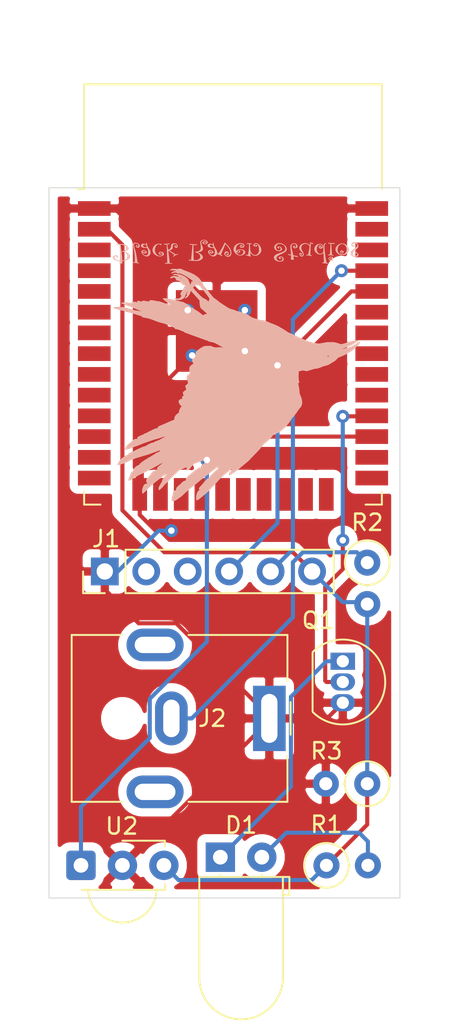
<source format=kicad_pcb>
(kicad_pcb (version 20171130) (host pcbnew "(5.1.10)-1")

  (general
    (thickness 1.6)
    (drawings 5)
    (tracks 97)
    (zones 0)
    (modules 10)
    (nets 42)
  )

  (page A4)
  (layers
    (0 F.Cu signal)
    (31 B.Cu signal)
    (32 B.Adhes user)
    (33 F.Adhes user)
    (34 B.Paste user)
    (35 F.Paste user)
    (36 B.SilkS user)
    (37 F.SilkS user)
    (38 B.Mask user)
    (39 F.Mask user)
    (40 Dwgs.User user hide)
    (41 Cmts.User user hide)
    (42 Eco1.User user hide)
    (43 Eco2.User user hide)
    (44 Edge.Cuts user)
    (45 Margin user)
    (46 B.CrtYd user hide)
    (47 F.CrtYd user hide)
    (48 B.Fab user hide)
    (49 F.Fab user hide)
  )

  (setup
    (last_trace_width 0.25)
    (trace_clearance 0.2)
    (zone_clearance 0.508)
    (zone_45_only no)
    (trace_min 0.2)
    (via_size 0.8)
    (via_drill 0.4)
    (via_min_size 0.4)
    (via_min_drill 0.3)
    (uvia_size 0.3)
    (uvia_drill 0.1)
    (uvias_allowed no)
    (uvia_min_size 0.2)
    (uvia_min_drill 0.1)
    (edge_width 0.05)
    (segment_width 0.2)
    (pcb_text_width 0.3)
    (pcb_text_size 1.5 1.5)
    (mod_edge_width 0.12)
    (mod_text_size 1 1)
    (mod_text_width 0.15)
    (pad_size 1.524 1.524)
    (pad_drill 0.762)
    (pad_to_mask_clearance 0)
    (aux_axis_origin 0 0)
    (visible_elements 7FFFFFFF)
    (pcbplotparams
      (layerselection 0x010fc_ffffffff)
      (usegerberextensions false)
      (usegerberattributes true)
      (usegerberadvancedattributes true)
      (creategerberjobfile true)
      (excludeedgelayer true)
      (linewidth 0.100000)
      (plotframeref false)
      (viasonmask false)
      (mode 1)
      (useauxorigin false)
      (hpglpennumber 1)
      (hpglpenspeed 20)
      (hpglpendiameter 15.000000)
      (psnegative false)
      (psa4output false)
      (plotreference true)
      (plotvalue true)
      (plotinvisibletext false)
      (padsonsilk false)
      (subtractmaskfromsilk false)
      (outputformat 1)
      (mirror false)
      (drillshape 1)
      (scaleselection 1)
      (outputdirectory ""))
  )

  (net 0 "")
  (net 1 "Net-(D1-Pad1)")
  (net 2 "Net-(D1-Pad2)")
  (net 3 GND)
  (net 4 "Net-(J1-Pad2)")
  (net 5 "Net-(J1-Pad3)")
  (net 6 "Net-(J1-Pad4)")
  (net 7 "Net-(J1-Pad5)")
  (net 8 +3V3)
  (net 9 +5V)
  (net 10 "Net-(Q1-Pad2)")
  (net 11 "Net-(U1-Pad3)")
  (net 12 "Net-(U1-Pad4)")
  (net 13 "Net-(U1-Pad5)")
  (net 14 "Net-(U1-Pad6)")
  (net 15 "Net-(U1-Pad7)")
  (net 16 "Net-(U1-Pad8)")
  (net 17 "Net-(U1-Pad9)")
  (net 18 "Net-(U1-Pad10)")
  (net 19 "Net-(U1-Pad11)")
  (net 20 "Net-(U1-Pad12)")
  (net 21 "Net-(U1-Pad13)")
  (net 22 "Net-(U1-Pad14)")
  (net 23 "Net-(U1-Pad16)")
  (net 24 "Net-(U1-Pad17)")
  (net 25 "Net-(U1-Pad18)")
  (net 26 "Net-(U1-Pad19)")
  (net 27 "Net-(U1-Pad20)")
  (net 28 "Net-(U1-Pad21)")
  (net 29 "Net-(U1-Pad22)")
  (net 30 "Net-(U1-Pad23)")
  (net 31 "Net-(U1-Pad24)")
  (net 32 "Net-(U1-Pad25)")
  (net 33 "Net-(U1-Pad26)")
  (net 34 "Net-(U1-Pad27)")
  (net 35 "Net-(U1-Pad29)")
  (net 36 "Net-(U1-Pad30)")
  (net 37 "Net-(U1-Pad31)")
  (net 38 "Net-(U1-Pad32)")
  (net 39 "Net-(U1-Pad33)")
  (net 40 "Net-(U1-Pad36)")
  (net 41 "Net-(U1-Pad37)")

  (net_class Default "This is the default net class."
    (clearance 0.2)
    (trace_width 0.25)
    (via_dia 0.8)
    (via_drill 0.4)
    (uvia_dia 0.3)
    (uvia_drill 0.1)
    (add_net +3V3)
    (add_net +5V)
    (add_net GND)
    (add_net "Net-(D1-Pad1)")
    (add_net "Net-(D1-Pad2)")
    (add_net "Net-(J1-Pad2)")
    (add_net "Net-(J1-Pad3)")
    (add_net "Net-(J1-Pad4)")
    (add_net "Net-(J1-Pad5)")
    (add_net "Net-(Q1-Pad2)")
    (add_net "Net-(U1-Pad10)")
    (add_net "Net-(U1-Pad11)")
    (add_net "Net-(U1-Pad12)")
    (add_net "Net-(U1-Pad13)")
    (add_net "Net-(U1-Pad14)")
    (add_net "Net-(U1-Pad16)")
    (add_net "Net-(U1-Pad17)")
    (add_net "Net-(U1-Pad18)")
    (add_net "Net-(U1-Pad19)")
    (add_net "Net-(U1-Pad20)")
    (add_net "Net-(U1-Pad21)")
    (add_net "Net-(U1-Pad22)")
    (add_net "Net-(U1-Pad23)")
    (add_net "Net-(U1-Pad24)")
    (add_net "Net-(U1-Pad25)")
    (add_net "Net-(U1-Pad26)")
    (add_net "Net-(U1-Pad27)")
    (add_net "Net-(U1-Pad29)")
    (add_net "Net-(U1-Pad3)")
    (add_net "Net-(U1-Pad30)")
    (add_net "Net-(U1-Pad31)")
    (add_net "Net-(U1-Pad32)")
    (add_net "Net-(U1-Pad33)")
    (add_net "Net-(U1-Pad36)")
    (add_net "Net-(U1-Pad37)")
    (add_net "Net-(U1-Pad4)")
    (add_net "Net-(U1-Pad5)")
    (add_net "Net-(U1-Pad6)")
    (add_net "Net-(U1-Pad7)")
    (add_net "Net-(U1-Pad8)")
    (add_net "Net-(U1-Pad9)")
  )

  (module Symbol:BlackRavenV2 (layer B.Cu) (tedit 0) (tstamp 60D3AE53)
    (at 88.5 52)
    (fp_text reference G*** (at 0 0) (layer B.SilkS) hide
      (effects (font (size 1.524 1.524) (thickness 0.3)) (justify mirror))
    )
    (fp_text value LOGO (at 0.75 0) (layer B.SilkS) hide
      (effects (font (size 1.524 1.524) (thickness 0.3)) (justify mirror))
    )
    (fp_poly (pts (xy -2.466218 -6.521551) (xy -2.43633 -6.52185) (xy -2.41295 -6.522483) (xy -2.394255 -6.523563)
      (xy -2.378417 -6.525203) (xy -2.363613 -6.527517) (xy -2.348017 -6.530618) (xy -2.34442 -6.53139)
      (xy -2.291874 -6.545474) (xy -2.242277 -6.563995) (xy -2.196825 -6.586201) (xy -2.156714 -6.611339)
      (xy -2.12314 -6.638658) (xy -2.097299 -6.667404) (xy -2.080387 -6.696826) (xy -2.08005 -6.697663)
      (xy -2.074421 -6.721247) (xy -2.073691 -6.749051) (xy -2.077651 -6.777975) (xy -2.086092 -6.804922)
      (xy -2.087489 -6.808078) (xy -2.111273 -6.848757) (xy -2.14442 -6.888494) (xy -2.186139 -6.926649)
      (xy -2.235638 -6.962582) (xy -2.292128 -6.995655) (xy -2.354818 -7.025226) (xy -2.357112 -7.026189)
      (xy -2.37763 -7.034848) (xy -2.394049 -7.041941) (xy -2.404701 -7.046735) (xy -2.40792 -7.048498)
      (xy -2.402085 -7.04919) (xy -2.388741 -7.051023) (xy -2.370383 -7.05365) (xy -2.363203 -7.054698)
      (xy -2.296764 -7.066722) (xy -2.238687 -7.08203) (xy -2.189208 -7.100508) (xy -2.148562 -7.122043)
      (xy -2.116985 -7.146523) (xy -2.094715 -7.173836) (xy -2.088197 -7.186115) (xy -2.078667 -7.21032)
      (xy -2.072447 -7.234435) (xy -2.069679 -7.259438) (xy -2.070508 -7.28631) (xy -2.075076 -7.316027)
      (xy -2.083528 -7.34957) (xy -2.096007 -7.387918) (xy -2.112656 -7.43205) (xy -2.130682 -7.475999)
      (xy -2.151376 -7.529277) (xy -2.165796 -7.576356) (xy -2.173928 -7.617705) (xy -2.175759 -7.653792)
      (xy -2.171277 -7.685088) (xy -2.160466 -7.71206) (xy -2.143314 -7.735179) (xy -2.122762 -7.752853)
      (xy -2.092628 -7.769159) (xy -2.056693 -7.779043) (xy -2.014341 -7.782672) (xy -2.01168 -7.782694)
      (xy -1.968414 -7.779397) (xy -1.930841 -7.769122) (xy -1.899034 -7.7519) (xy -1.873065 -7.727762)
      (xy -1.865637 -7.71807) (xy -1.855692 -7.697372) (xy -1.851504 -7.673513) (xy -1.852713 -7.64862)
      (xy -1.858955 -7.624823) (xy -1.869869 -7.604251) (xy -1.885092 -7.589032) (xy -1.887897 -7.58724)
      (xy -1.908399 -7.578241) (xy -1.932431 -7.572308) (xy -1.955371 -7.570417) (xy -1.964032 -7.571133)
      (xy -1.985037 -7.578289) (xy -2.001081 -7.591247) (xy -2.011567 -7.608161) (xy -2.015901 -7.627188)
      (xy -2.013484 -7.646484) (xy -2.003721 -7.664204) (xy -1.996458 -7.671437) (xy -1.985314 -7.679165)
      (xy -1.97572 -7.683289) (xy -1.973971 -7.6835) (xy -1.961743 -7.679552) (xy -1.951456 -7.668828)
      (xy -1.944561 -7.653009) (xy -1.943468 -7.648083) (xy -1.940521 -7.635905) (xy -1.936399 -7.630073)
      (xy -1.929506 -7.628476) (xy -1.92868 -7.628467) (xy -1.914191 -7.631325) (xy -1.901875 -7.638415)
      (xy -1.895216 -7.647509) (xy -1.89484 -7.650084) (xy -1.89947 -7.666014) (xy -1.912201 -7.682269)
      (xy -1.931299 -7.697055) (xy -1.949198 -7.706289) (xy -1.972649 -7.712263) (xy -1.998337 -7.712452)
      (xy -2.024316 -7.707644) (xy -2.048644 -7.698631) (xy -2.069377 -7.6862) (xy -2.08457 -7.671141)
      (xy -2.092279 -7.654244) (xy -2.092849 -7.647949) (xy -2.088198 -7.627398) (xy -2.075686 -7.605794)
      (xy -2.056982 -7.585026) (xy -2.033753 -7.566981) (xy -2.010355 -7.554626) (xy -1.977779 -7.545751)
      (xy -1.940645 -7.544067) (xy -1.899783 -7.549589) (xy -1.88797 -7.552382) (xy -1.850469 -7.565478)
      (xy -1.820269 -7.583182) (xy -1.797906 -7.604758) (xy -1.78392 -7.629466) (xy -1.778848 -7.656571)
      (xy -1.783229 -7.685334) (xy -1.785764 -7.692447) (xy -1.792521 -7.706019) (xy -1.802481 -7.719096)
      (xy -1.817468 -7.733814) (xy -1.830853 -7.745345) (xy -1.863943 -7.769912) (xy -1.897074 -7.787757)
      (xy -1.93309 -7.800293) (xy -1.949162 -7.804186) (xy -1.973266 -7.807713) (xy -2.002913 -7.809597)
      (xy -2.033969 -7.809782) (xy -2.062295 -7.808214) (xy -2.079011 -7.805904) (xy -2.1187 -7.793896)
      (xy -2.153876 -7.774799) (xy -2.183372 -7.749517) (xy -2.206019 -7.718957) (xy -2.21505 -7.700434)
      (xy -2.2199 -7.687501) (xy -2.222911 -7.675886) (xy -2.224328 -7.663223) (xy -2.224397 -7.647144)
      (xy -2.223363 -7.625282) (xy -2.223174 -7.622117) (xy -2.220977 -7.596403) (xy -2.217435 -7.566523)
      (xy -2.213082 -7.536634) (xy -2.209527 -7.516284) (xy -2.204756 -7.486863) (xy -2.200884 -7.453813)
      (xy -2.197959 -7.418698) (xy -2.196027 -7.383083) (xy -2.195136 -7.348532) (xy -2.195334 -7.31661)
      (xy -2.196667 -7.288881) (xy -2.199185 -7.26691) (xy -2.201634 -7.255934) (xy -2.217233 -7.216795)
      (xy -2.238703 -7.183865) (xy -2.26678 -7.156046) (xy -2.27087 -7.152812) (xy -2.301008 -7.132505)
      (xy -2.334079 -7.11632) (xy -2.371689 -7.103754) (xy -2.415448 -7.094304) (xy -2.466963 -7.08747)
      (xy -2.485634 -7.085728) (xy -2.545568 -7.080618) (xy -2.544054 -7.068579) (xy -2.542577 -7.062667)
      (xy -2.538619 -7.058134) (xy -2.530275 -7.053963) (xy -2.51564 -7.04914) (xy -2.4982 -7.044152)
      (xy -2.433591 -7.022882) (xy -2.377957 -6.997659) (xy -2.331265 -6.968449) (xy -2.293484 -6.935219)
      (xy -2.264581 -6.897933) (xy -2.244525 -6.856558) (xy -2.233282 -6.81106) (xy -2.230823 -6.761404)
      (xy -2.230916 -6.759118) (xy -2.232182 -6.738064) (xy -2.23426 -6.722665) (xy -2.237874 -6.710109)
      (xy -2.243751 -6.697586) (xy -2.249321 -6.687803) (xy -2.271751 -6.658515) (xy -2.302663 -6.631225)
      (xy -2.340416 -6.607206) (xy -2.373466 -6.591595) (xy -2.405389 -6.579368) (xy -2.433886 -6.570619)
      (xy -2.461879 -6.564835) (xy -2.492294 -6.561507) (xy -2.528055 -6.560122) (xy -2.55402 -6.560015)
      (xy -2.580027 -6.560245) (xy -2.602164 -6.560656) (xy -2.618567 -6.561198) (xy -2.627372 -6.561819)
      (xy -2.628335 -6.562061) (xy -2.629605 -6.567161) (xy -2.631165 -6.579846) (xy -2.632957 -6.599238)
      (xy -2.634924 -6.62446) (xy -2.637009 -6.654635) (xy -2.639154 -6.688886) (xy -2.641301 -6.726334)
      (xy -2.643393 -6.766105) (xy -2.645372 -6.807319) (xy -2.647181 -6.8491) (xy -2.647198 -6.849534)
      (xy -2.648013 -6.873824) (xy -2.648723 -6.903644) (xy -2.649332 -6.938217) (xy -2.649839 -6.976764)
      (xy -2.650247 -7.018509) (xy -2.650556 -7.062674) (xy -2.650768 -7.108481) (xy -2.650883 -7.155154)
      (xy -2.650904 -7.201915) (xy -2.650831 -7.247986) (xy -2.650665 -7.292589) (xy -2.650409 -7.334948)
      (xy -2.650062 -7.374285) (xy -2.649627 -7.409823) (xy -2.649104 -7.440784) (xy -2.648495 -7.46639)
      (xy -2.647801 -7.485865) (xy -2.647024 -7.49843) (xy -2.646163 -7.503309) (xy -2.646161 -7.503312)
      (xy -2.639461 -7.504213) (xy -2.624858 -7.503634) (xy -2.604399 -7.501813) (xy -2.580128 -7.498991)
      (xy -2.55409 -7.495407) (xy -2.528332 -7.491302) (xy -2.504898 -7.486915) (xy -2.502967 -7.486514)
      (xy -2.481869 -7.482128) (xy -2.46472 -7.478649) (xy -2.453726 -7.476519) (xy -2.450897 -7.476067)
      (xy -2.449556 -7.479874) (xy -2.448711 -7.489595) (xy -2.44856 -7.496949) (xy -2.44944 -7.510376)
      (xy -2.452604 -7.517478) (xy -2.45745 -7.52002) (xy -2.483458 -7.525124) (xy -2.517823 -7.529853)
      (xy -2.558746 -7.53402) (xy -2.604427 -7.537439) (xy -2.64668 -7.53966) (xy -2.681875 -7.541389)
      (xy -2.71854 -7.543593) (xy -2.753485 -7.546053) (xy -2.783519 -7.548551) (xy -2.798758 -7.550076)
      (xy -2.82242 -7.552632) (xy -2.842675 -7.554705) (xy -2.857223 -7.556069) (xy -2.863528 -7.5565)
      (xy -2.86782 -7.553269) (xy -2.869905 -7.543015) (xy -2.8702 -7.533851) (xy -2.8702 -7.511202)
      (xy -2.8237 -7.508451) (xy -2.796346 -7.507129) (xy -2.766634 -7.506155) (xy -2.740334 -7.50571)
      (xy -2.736755 -7.5057) (xy -2.69631 -7.5057) (xy -2.699479 -7.483475) (xy -2.702578 -7.460224)
      (xy -2.706229 -7.430243) (xy -2.710358 -7.394296) (xy -2.714893 -7.353145) (xy -2.719762 -7.307552)
      (xy -2.724892 -7.258279) (xy -2.73021 -7.206089) (xy -2.735644 -7.151744) (xy -2.741122 -7.096006)
      (xy -2.746571 -7.039638) (xy -2.751918 -6.983401) (xy -2.75709 -6.928059) (xy -2.762016 -6.874373)
      (xy -2.766623 -6.823105) (xy -2.770838 -6.775019) (xy -2.774588 -6.730876) (xy -2.777802 -6.691438)
      (xy -2.780406 -6.657468) (xy -2.782328 -6.629728) (xy -2.783495 -6.60898) (xy -2.78384 -6.597001)
      (xy -2.784061 -6.583723) (xy -2.785555 -6.577047) (xy -2.78957 -6.575107) (xy -2.797354 -6.576037)
      (xy -2.79781 -6.576116) (xy -2.810241 -6.578003) (xy -2.828782 -6.580505) (xy -2.850841 -6.583307)
      (xy -2.873825 -6.586098) (xy -2.895142 -6.588563) (xy -2.912202 -6.590391) (xy -2.92241 -6.591267)
      (xy -2.923507 -6.5913) (xy -2.928585 -6.588796) (xy -2.930871 -6.580282) (xy -2.93116 -6.572587)
      (xy -2.931283 -6.565826) (xy -2.930823 -6.560673) (xy -2.928543 -6.556764) (xy -2.923203 -6.553742)
      (xy -2.913564 -6.551243) (xy -2.898387 -6.548908) (xy -2.876434 -6.546377) (xy -2.846464 -6.543288)
      (xy -2.82194 -6.540794) (xy -2.769144 -6.535473) (xy -2.724565 -6.531208) (xy -2.686357 -6.527887)
      (xy -2.652675 -6.525398) (xy -2.621672 -6.523627) (xy -2.591503 -6.522464) (xy -2.560323 -6.521795)
      (xy -2.526285 -6.521508) (xy -2.50444 -6.521473) (xy -2.466218 -6.521551)) (layer B.SilkS) (width 0.01))
    (fp_poly (pts (xy 7.289657 -6.771394) (xy 7.33012 -6.778356) (xy 7.367516 -6.789741) (xy 7.400446 -6.805258)
      (xy 7.427515 -6.824616) (xy 7.447324 -6.847526) (xy 7.454861 -6.862137) (xy 7.460965 -6.888761)
      (xy 7.459071 -6.915557) (xy 7.450215 -6.941562) (xy 7.435435 -6.965814) (xy 7.41577 -6.987351)
      (xy 7.392255 -7.005209) (xy 7.36593 -7.018428) (xy 7.337831 -7.026045) (xy 7.308996 -7.027098)
      (xy 7.282978 -7.021535) (xy 7.262054 -7.010248) (xy 7.242834 -6.992662) (xy 7.226759 -6.97094)
      (xy 7.215268 -6.947246) (xy 7.209799 -6.923746) (xy 7.209887 -6.911622) (xy 7.214326 -6.893498)
      (xy 7.223803 -6.881588) (xy 7.239853 -6.87474) (xy 7.262932 -6.871856) (xy 7.284665 -6.871419)
      (xy 7.297115 -6.873341) (xy 7.300963 -6.878327) (xy 7.296891 -6.887081) (xy 7.287948 -6.897753)
      (xy 7.273283 -6.917631) (xy 7.26598 -6.936539) (xy 7.266557 -6.952913) (xy 7.268366 -6.957137)
      (xy 7.278921 -6.967156) (xy 7.2986 -6.976237) (xy 7.326383 -6.983942) (xy 7.334583 -6.985622)
      (xy 7.357243 -6.987642) (xy 7.374841 -6.983146) (xy 7.389839 -6.971313) (xy 7.394754 -6.965508)
      (xy 7.402208 -6.94886) (xy 7.40292 -6.928145) (xy 7.397479 -6.905159) (xy 7.386474 -6.881697)
      (xy 7.370496 -6.859555) (xy 7.354975 -6.844368) (xy 7.323757 -6.82363) (xy 7.290094 -6.810528)
      (xy 7.255317 -6.804885) (xy 7.220754 -6.806526) (xy 7.187735 -6.815273) (xy 7.157589 -6.830951)
      (xy 7.131644 -6.853385) (xy 7.114742 -6.876187) (xy 7.104888 -6.900961) (xy 7.101163 -6.930805)
      (xy 7.103342 -6.964182) (xy 7.111203 -6.999552) (xy 7.124521 -7.035379) (xy 7.142877 -7.069809)
      (xy 7.163661 -7.09826) (xy 7.19101 -7.127145) (xy 7.225808 -7.157283) (xy 7.26894 -7.189492)
      (xy 7.28184 -7.198452) (xy 7.329026 -7.232669) (xy 7.36749 -7.264857) (xy 7.398058 -7.295878)
      (xy 7.421557 -7.326595) (xy 7.438813 -7.357873) (xy 7.442297 -7.366) (xy 7.449207 -7.3916)
      (xy 7.451958 -7.421798) (xy 7.450656 -7.453509) (xy 7.445405 -7.483646) (xy 7.437483 -7.506674)
      (xy 7.4182 -7.538975) (xy 7.391058 -7.570995) (xy 7.358164 -7.600801) (xy 7.321625 -7.626463)
      (xy 7.28726 -7.644462) (xy 7.273787 -7.649735) (xy 7.26042 -7.653204) (xy 7.244216 -7.655339)
      (xy 7.222232 -7.656612) (xy 7.20852 -7.657061) (xy 7.183338 -7.657551) (xy 7.165596 -7.657151)
      (xy 7.152601 -7.65559) (xy 7.141658 -7.652597) (xy 7.133879 -7.649547) (xy 7.106334 -7.633765)
      (xy 7.082199 -7.612085) (xy 7.062262 -7.586153) (xy 7.047309 -7.557617) (xy 7.038128 -7.528125)
      (xy 7.035506 -7.499322) (xy 7.04023 -7.472858) (xy 7.044622 -7.462785) (xy 7.061351 -7.438696)
      (xy 7.082505 -7.419556) (xy 7.106634 -7.405739) (xy 7.132289 -7.397618) (xy 7.158021 -7.395565)
      (xy 7.18238 -7.399953) (xy 7.203918 -7.411157) (xy 7.213151 -7.419403) (xy 7.221488 -7.431079)
      (xy 7.223023 -7.44302) (xy 7.217975 -7.458135) (xy 7.216314 -7.461556) (xy 7.208868 -7.476407)
      (xy 7.183657 -7.461955) (xy 7.161728 -7.450623) (xy 7.144527 -7.445028) (xy 7.129836 -7.444727)
      (xy 7.116936 -7.448613) (xy 7.102876 -7.457317) (xy 7.089116 -7.470069) (xy 7.078003 -7.484179)
      (xy 7.071886 -7.496961) (xy 7.07136 -7.500766) (xy 7.07519 -7.516501) (xy 7.085445 -7.534413)
      (xy 7.100274 -7.551772) (xy 7.113527 -7.562958) (xy 7.149506 -7.583319) (xy 7.191507 -7.597231)
      (xy 7.231083 -7.603994) (xy 7.252142 -7.606179) (xy 7.26656 -7.606826) (xy 7.277749 -7.605606)
      (xy 7.289124 -7.60219) (xy 7.301792 -7.597191) (xy 7.331782 -7.580794) (xy 7.3588 -7.558015)
      (xy 7.380517 -7.530922) (xy 7.385112 -7.523239) (xy 7.391808 -7.509803) (xy 7.395287 -7.497833)
      (xy 7.3962 -7.483855) (xy 7.395467 -7.468099) (xy 7.392641 -7.44853) (xy 7.386548 -7.429477)
      (xy 7.376591 -7.410322) (xy 7.36217 -7.390448) (xy 7.342687 -7.369237) (xy 7.317545 -7.346073)
      (xy 7.286146 -7.320337) (xy 7.247891 -7.291413) (xy 7.202182 -7.258683) (xy 7.172693 -7.238176)
      (xy 7.13381 -7.210966) (xy 7.102144 -7.187736) (xy 7.076698 -7.167485) (xy 7.056471 -7.14921)
      (xy 7.040465 -7.131912) (xy 7.027682 -7.114588) (xy 7.017123 -7.096238) (xy 7.007789 -7.075859)
      (xy 7.005694 -7.070738) (xy 6.991692 -7.024933) (xy 6.987439 -6.981461) (xy 6.992925 -6.940355)
      (xy 7.008142 -6.901652) (xy 7.033081 -6.865387) (xy 7.06547 -6.833477) (xy 7.083864 -6.819174)
      (xy 7.103316 -6.80587) (xy 7.12045 -6.795823) (xy 7.12508 -6.793581) (xy 7.163839 -6.779948)
      (xy 7.205119 -6.771899) (xy 7.247525 -6.769145) (xy 7.289657 -6.771394)) (layer B.SilkS) (width 0.01))
    (fp_poly (pts (xy 4.013514 -6.79439) (xy 4.041935 -6.805741) (xy 4.065853 -6.823697) (xy 4.08461 -6.84754)
      (xy 4.097549 -6.876554) (xy 4.104013 -6.91002) (xy 4.10464 -6.925003) (xy 4.104041 -6.945246)
      (xy 4.101885 -6.963759) (xy 4.097633 -6.981976) (xy 4.090746 -7.001328) (xy 4.080686 -7.02325)
      (xy 4.066912 -7.049174) (xy 4.048886 -7.080532) (xy 4.041331 -7.093295) (xy 4.02557 -7.120367)
      (xy 4.01022 -7.147799) (xy 3.996319 -7.173657) (xy 3.984905 -7.196006) (xy 3.977017 -7.21291)
      (xy 3.97658 -7.213945) (xy 3.969981 -7.230171) (xy 3.965399 -7.243383) (xy 3.962467 -7.255802)
      (xy 3.96082 -7.269648) (xy 3.960092 -7.287143) (xy 3.959919 -7.310507) (xy 3.959919 -7.3152)
      (xy 3.961033 -7.351795) (xy 3.964771 -7.38247) (xy 3.971765 -7.409607) (xy 3.982644 -7.435591)
      (xy 3.998039 -7.462801) (xy 3.999691 -7.465429) (xy 4.026008 -7.498415) (xy 4.05888 -7.52576)
      (xy 4.096975 -7.547101) (xy 4.138962 -7.562073) (xy 4.183511 -7.570316) (xy 4.22929 -7.571465)
      (xy 4.274968 -7.565157) (xy 4.316979 -7.55196) (xy 4.3476 -7.53604) (xy 4.379295 -7.51347)
      (xy 4.410297 -7.485728) (xy 4.438843 -7.454291) (xy 4.448815 -7.441502) (xy 4.475491 -7.405678)
      (xy 4.462765 -7.323398) (xy 4.45526 -7.277395) (xy 4.44632 -7.226776) (xy 4.436355 -7.173597)
      (xy 4.425774 -7.119919) (xy 4.414986 -7.067799) (xy 4.404399 -7.019295) (xy 4.394423 -6.976467)
      (xy 4.39134 -6.96395) (xy 4.385574 -6.940867) (xy 4.380611 -6.92089) (xy 4.376791 -6.905397)
      (xy 4.374454 -6.895768) (xy 4.37388 -6.893219) (xy 4.369168 -6.89304) (xy 4.356462 -6.893353)
      (xy 4.337906 -6.894091) (xy 4.32308 -6.8948) (xy 4.27228 -6.897379) (xy 4.27228 -6.863133)
      (xy 4.31927 -6.860327) (xy 4.404007 -6.853469) (xy 4.479965 -6.843503) (xy 4.547861 -6.830332)
      (xy 4.558647 -6.827769) (xy 4.57633 -6.824031) (xy 4.590173 -6.822186) (xy 4.597386 -6.822594)
      (xy 4.597603 -6.822743) (xy 4.600819 -6.82905) (xy 4.603204 -6.839687) (xy 4.603336 -6.840737)
      (xy 4.603831 -6.849025) (xy 4.601367 -6.853965) (xy 4.593697 -6.857298) (xy 4.578572 -6.860765)
      (xy 4.57708 -6.861078) (xy 4.557312 -6.865253) (xy 4.538169 -6.869346) (xy 4.53009 -6.871096)
      (xy 4.51104 -6.87526) (xy 4.511042 -6.960822) (xy 4.51122 -6.994126) (xy 4.511777 -7.029193)
      (xy 4.512743 -7.066686) (xy 4.514153 -7.107264) (xy 4.516038 -7.151588) (xy 4.518432 -7.20032)
      (xy 4.521366 -7.25412) (xy 4.524874 -7.313649) (xy 4.528988 -7.379567) (xy 4.533742 -7.452536)
      (xy 4.539167 -7.533217) (xy 4.539816 -7.542742) (xy 4.541314 -7.563344) (xy 4.542757 -7.576943)
      (xy 4.544606 -7.584991) (xy 4.547323 -7.588942) (xy 4.551369 -7.590248) (xy 4.554933 -7.590367)
      (xy 4.563692 -7.589105) (xy 4.579433 -7.585758) (xy 4.599526 -7.580985) (xy 4.62134 -7.575445)
      (xy 4.642246 -7.569796) (xy 4.659613 -7.564698) (xy 4.666691 -7.562372) (xy 4.671645 -7.564775)
      (xy 4.677561 -7.573555) (xy 4.680436 -7.579791) (xy 4.684803 -7.59231) (xy 4.684855 -7.598765)
      (xy 4.682265 -7.600532) (xy 4.674179 -7.602564) (xy 4.658676 -7.606721) (xy 4.63782 -7.612428)
      (xy 4.613678 -7.619107) (xy 4.588314 -7.626183) (xy 4.563793 -7.633077) (xy 4.542182 -7.639214)
      (xy 4.525547 -7.644016) (xy 4.515951 -7.646907) (xy 4.51485 -7.64728) (xy 4.50737 -7.649308)
      (xy 4.5056 -7.649028) (xy 4.50501 -7.644563) (xy 4.503559 -7.6329) (xy 4.501397 -7.615266)
      (xy 4.498674 -7.592889) (xy 4.495541 -7.566996) (xy 4.494049 -7.554628) (xy 4.482858 -7.46174)
      (xy 4.463913 -7.483247) (xy 4.430263 -7.516114) (xy 4.390698 -7.545837) (xy 4.347626 -7.570893)
      (xy 4.303453 -7.589761) (xy 4.28752 -7.594809) (xy 4.254069 -7.601821) (xy 4.215551 -7.605868)
      (xy 4.17593 -7.606796) (xy 4.139168 -7.604449) (xy 4.119847 -7.601346) (xy 4.065608 -7.585864)
      (xy 4.015255 -7.563624) (xy 3.969628 -7.535485) (xy 3.929565 -7.502306) (xy 3.895907 -7.464949)
      (xy 3.869492 -7.424273) (xy 3.851159 -7.381137) (xy 3.841746 -7.336402) (xy 3.840643 -7.3152)
      (xy 3.845396 -7.273578) (xy 3.859324 -7.230557) (xy 3.881867 -7.187167) (xy 3.912467 -7.144441)
      (xy 3.950566 -7.103412) (xy 3.959924 -7.094693) (xy 3.995736 -7.059458) (xy 4.025047 -7.024919)
      (xy 4.047259 -6.991956) (xy 4.061776 -6.961448) (xy 4.067858 -6.935925) (xy 4.066952 -6.907038)
      (xy 4.058575 -6.883042) (xy 4.043237 -6.864478) (xy 4.021449 -6.851887) (xy 3.993722 -6.845812)
      (xy 3.982372 -6.845324) (xy 3.95623 -6.848434) (xy 3.928651 -6.856818) (xy 3.904211 -6.868925)
      (xy 3.89637 -6.87444) (xy 3.883973 -6.885366) (xy 3.877867 -6.894589) (xy 3.876062 -6.905315)
      (xy 3.87604 -6.907203) (xy 3.880237 -6.926499) (xy 3.89284 -6.94104) (xy 3.90956 -6.949464)
      (xy 3.933442 -6.954892) (xy 3.952613 -6.952948) (xy 3.959511 -6.949753) (xy 3.966079 -6.941782)
      (xy 3.964419 -6.932957) (xy 3.955684 -6.925678) (xy 3.946645 -6.922896) (xy 3.933704 -6.91976)
      (xy 3.93007 -6.915231) (xy 3.935218 -6.90775) (xy 3.940017 -6.903221) (xy 3.954798 -6.89399)
      (xy 3.969705 -6.8931) (xy 3.985297 -6.900568) (xy 3.990659 -6.904845) (xy 4.002424 -6.920529)
      (xy 4.005988 -6.938445) (xy 4.002264 -6.957084) (xy 3.992167 -6.974935) (xy 3.976609 -6.990488)
      (xy 3.956502 -7.002235) (xy 3.932761 -7.008663) (xy 3.927564 -7.009185) (xy 3.904091 -7.007915)
      (xy 3.883363 -6.99997) (xy 3.863678 -6.984598) (xy 3.857578 -6.978268) (xy 3.850198 -6.969407)
      (xy 3.845839 -6.961047) (xy 3.843725 -6.950512) (xy 3.843079 -6.935124) (xy 3.843056 -6.928166)
      (xy 3.843539 -6.909733) (xy 3.845585 -6.896307) (xy 3.850161 -6.884442) (xy 3.858234 -6.870691)
      (xy 3.859931 -6.868062) (xy 3.883243 -6.837974) (xy 3.909302 -6.814855) (xy 3.937438 -6.799135)
      (xy 3.966982 -6.791243) (xy 3.981247 -6.79036) (xy 4.013514 -6.79439)) (layer B.SilkS) (width 0.01))
    (fp_poly (pts (xy -0.470586 -6.77915) (xy -0.445917 -6.789305) (xy -0.421281 -6.805892) (xy -0.406875 -6.818035)
      (xy -0.37438 -6.853117) (xy -0.350165 -6.893046) (xy -0.334255 -6.937736) (xy -0.326675 -6.987097)
      (xy -0.327452 -7.041042) (xy -0.332381 -7.078134) (xy -0.346501 -7.136986) (xy -0.36848 -7.196698)
      (xy -0.398534 -7.25758) (xy -0.436876 -7.319946) (xy -0.483724 -7.384106) (xy -0.539293 -7.450373)
      (xy -0.603798 -7.519058) (xy -0.677455 -7.590472) (xy -0.702661 -7.61365) (xy -0.717591 -7.626541)
      (xy -0.72724 -7.633128) (xy -0.732393 -7.633898) (xy -0.733365 -7.6327) (xy -0.772306 -7.545669)
      (xy -0.811515 -7.463886) (xy -0.85257 -7.384206) (xy -0.897047 -7.303481) (xy -0.907854 -7.284562)
      (xy -0.939886 -7.22978) (xy -0.970993 -7.178433) (xy -1.000737 -7.131178) (xy -1.028681 -7.088668)
      (xy -1.054387 -7.051558) (xy -1.077416 -7.020503) (xy -1.097331 -6.996157) (xy -1.109368 -6.983277)
      (xy -1.12522 -6.967636) (xy -1.19634 -6.991992) (xy -1.199757 -7.046705) (xy -1.201989 -7.072906)
      (xy -1.205575 -7.096674) (xy -1.211062 -7.11925) (xy -1.218995 -7.141873) (xy -1.229921 -7.165784)
      (xy -1.244387 -7.192223) (xy -1.26294 -7.222429) (xy -1.286125 -7.257642) (xy -1.304826 -7.285095)
      (xy -1.342791 -7.344551) (xy -1.372443 -7.400661) (xy -1.39418 -7.454432) (xy -1.408404 -7.506871)
      (xy -1.415516 -7.558983) (xy -1.415834 -7.563909) (xy -1.418865 -7.615767) (xy -1.45796 -7.615767)
      (xy -1.45796 -7.51046) (xy -1.49225 -7.527849) (xy -1.525301 -7.544048) (xy -1.552367 -7.555794)
      (xy -1.575577 -7.563731) (xy -1.597061 -7.568501) (xy -1.618948 -7.570747) (xy -1.63576 -7.571161)
      (xy -1.659946 -7.5707) (xy -1.677345 -7.568925) (xy -1.69128 -7.565359) (xy -1.699852 -7.561944)
      (xy -1.728175 -7.546999) (xy -1.749058 -7.529875) (xy -1.765224 -7.508313) (xy -1.765993 -7.507016)
      (xy -1.778173 -7.477843) (xy -1.780341 -7.451096) (xy -1.65231 -7.451096) (xy -1.651217 -7.47321)
      (xy -1.643033 -7.493378) (xy -1.627835 -7.510176) (xy -1.605697 -7.522183) (xy -1.605176 -7.522367)
      (xy -1.586608 -7.5252) (xy -1.562809 -7.523481) (xy -1.536813 -7.517584) (xy -1.520845 -7.511961)
      (xy -1.501506 -7.502695) (xy -1.481198 -7.490867) (xy -1.471769 -7.484462) (xy -1.46228 -7.477249)
      (xy -1.455324 -7.470691) (xy -1.449948 -7.463044) (xy -1.445202 -7.452566) (xy -1.440133 -7.437514)
      (xy -1.43379 -7.416145) (xy -1.433014 -7.413472) (xy -1.427154 -7.392926) (xy -1.422288 -7.375194)
      (xy -1.418871 -7.36198) (xy -1.417356 -7.354989) (xy -1.41732 -7.354538) (xy -1.419431 -7.352409)
      (xy -1.426467 -7.351358) (xy -1.439487 -7.351422) (xy -1.459548 -7.352637) (xy -1.487706 -7.355038)
      (xy -1.518554 -7.358016) (xy -1.548344 -7.361667) (xy -1.570841 -7.366361) (xy -1.58891 -7.372994)
      (xy -1.605416 -7.382459) (xy -1.612299 -7.387295) (xy -1.632926 -7.406716) (xy -1.646238 -7.428457)
      (xy -1.65231 -7.451096) (xy -1.780341 -7.451096) (xy -1.780486 -7.449316) (xy -1.773225 -7.42198)
      (xy -1.756685 -7.396384) (xy -1.731158 -7.373074) (xy -1.696937 -7.352597) (xy -1.678891 -7.344498)
      (xy -1.663959 -7.338884) (xy -1.648435 -7.334329) (xy -1.630808 -7.33063) (xy -1.609567 -7.327583)
      (xy -1.5832 -7.324985) (xy -1.550195 -7.322631) (xy -1.50904 -7.32032) (xy -1.49352 -7.319536)
      (xy -1.460174 -7.317756) (xy -1.435609 -7.316084) (xy -1.418451 -7.314358) (xy -1.407329 -7.312412)
      (xy -1.400867 -7.310084) (xy -1.398425 -7.308187) (xy -1.392181 -7.298795) (xy -1.384003 -7.283083)
      (xy -1.374696 -7.262884) (xy -1.365065 -7.240034) (xy -1.355914 -7.216364) (xy -1.348047 -7.193709)
      (xy -1.347637 -7.192434) (xy -1.341759 -7.171956) (xy -1.337596 -7.15174) (xy -1.33477 -7.129227)
      (xy -1.332905 -7.101857) (xy -1.332333 -7.088717) (xy -1.332564 -7.035901) (xy -1.337492 -6.989327)
      (xy -1.347006 -6.949245) (xy -1.360999 -6.915904) (xy -1.379362 -6.889553) (xy -1.401987 -6.870441)
      (xy -1.428765 -6.858819) (xy -1.432648 -6.857848) (xy -1.455784 -6.855287) (xy -1.484457 -6.856175)
      (xy -1.515157 -6.860104) (xy -1.544373 -6.866671) (xy -1.562729 -6.872888) (xy -1.595954 -6.891089)
      (xy -1.623558 -6.916206) (xy -1.645417 -6.948032) (xy -1.661408 -6.986366) (xy -1.67141 -7.031001)
      (xy -1.674378 -7.059084) (xy -1.67551 -7.079046) (xy -1.675446 -7.092917) (xy -1.67384 -7.103043)
      (xy -1.670348 -7.111767) (xy -1.665397 -7.120219) (xy -1.650089 -7.139331) (xy -1.632314 -7.150903)
      (xy -1.610437 -7.155833) (xy -1.6001 -7.156146) (xy -1.572105 -7.151825) (xy -1.545708 -7.140576)
      (xy -1.522878 -7.12393) (xy -1.505586 -7.103421) (xy -1.495803 -7.080582) (xy -1.494701 -7.074184)
      (xy -1.4944 -7.05734) (xy -1.49856 -7.045214) (xy -1.500898 -7.041865) (xy -1.511726 -7.032918)
      (xy -1.528192 -7.024114) (xy -1.546007 -7.0174) (xy -1.560633 -7.014727) (xy -1.572045 -7.018286)
      (xy -1.582481 -7.027261) (xy -1.589077 -7.03875) (xy -1.59004 -7.044547) (xy -1.586936 -7.057279)
      (xy -1.577573 -7.063404) (xy -1.561874 -7.06295) (xy -1.548501 -7.05923) (xy -1.542599 -7.059184)
      (xy -1.542085 -7.063823) (xy -1.546114 -7.071146) (xy -1.553839 -7.079154) (xy -1.55833 -7.082469)
      (xy -1.577248 -7.090025) (xy -1.597341 -7.089802) (xy -1.616225 -7.081952) (xy -1.620911 -7.078459)
      (xy -1.632855 -7.063104) (xy -1.636252 -7.045329) (xy -1.631545 -7.026664) (xy -1.619174 -7.00864)
      (xy -1.59958 -6.992787) (xy -1.595518 -6.990393) (xy -1.57502 -6.983337) (xy -1.547416 -6.980632)
      (xy -1.514376 -6.982358) (xy -1.493073 -6.985476) (xy -1.465044 -6.993926) (xy -1.444645 -7.00736)
      (xy -1.432144 -7.024927) (xy -1.427807 -7.045777) (xy -1.431902 -7.069058) (xy -1.444697 -7.093919)
      (xy -1.454837 -7.107142) (xy -1.472356 -7.123753) (xy -1.496228 -7.141201) (xy -1.523239 -7.157472)
      (xy -1.550176 -7.170553) (xy -1.56464 -7.175929) (xy -1.599404 -7.183119) (xy -1.633439 -7.183117)
      (xy -1.665398 -7.176617) (xy -1.693933 -7.164315) (xy -1.717697 -7.146909) (xy -1.735341 -7.125092)
      (xy -1.745519 -7.099562) (xy -1.747492 -7.081517) (xy -1.743063 -7.048146) (xy -1.730295 -7.012579)
      (xy -1.710145 -6.976041) (xy -1.683566 -6.93976) (xy -1.651512 -6.904963) (xy -1.61494 -6.872875)
      (xy -1.574802 -6.844725) (xy -1.553742 -6.832535) (xy -1.511275 -6.813898) (xy -1.467657 -6.802651)
      (xy -1.424087 -6.798746) (xy -1.381765 -6.802134) (xy -1.341889 -6.812767) (xy -1.305657 -6.830598)
      (xy -1.287981 -6.843241) (xy -1.266963 -6.862677) (xy -1.24718 -6.885277) (xy -1.23074 -6.908341)
      (xy -1.219753 -6.92917) (xy -1.218696 -6.931961) (xy -1.214032 -6.943213) (xy -1.209867 -6.95011)
      (xy -1.208367 -6.951134) (xy -1.200403 -6.949501) (xy -1.185233 -6.945069) (xy -1.1649 -6.938535)
      (xy -1.14145 -6.930599) (xy -1.116929 -6.921958) (xy -1.093381 -6.91331) (xy -1.072852 -6.905355)
      (xy -1.065646 -6.902398) (xy -1.043676 -6.892594) (xy -1.016742 -6.879705) (xy -0.988277 -6.865413)
      (xy -0.962011 -6.851567) (xy -0.937029 -6.838271) (xy -0.919185 -6.829501) (xy -0.907402 -6.824807)
      (xy -0.900598 -6.823737) (xy -0.89821 -6.824915) (xy -0.891067 -6.834618) (xy -0.884564 -6.844798)
      (xy -0.880339 -6.852727) (xy -0.879736 -6.855642) (xy -0.884506 -6.858107) (xy -0.896193 -6.863963)
      (xy -0.912963 -6.872295) (xy -0.930199 -6.880817) (xy -0.979018 -6.904903) (xy -0.938565 -6.986227)
      (xy -0.921752 -7.021043) (xy -0.902359 -7.062998) (xy -0.880794 -7.111141) (xy -0.857468 -7.16452)
      (xy -0.832791 -7.222183) (xy -0.807172 -7.283178) (xy -0.78102 -7.346553) (xy -0.754747 -7.411357)
      (xy -0.744362 -7.437297) (xy -0.699884 -7.548811) (xy -0.679743 -7.532547) (xy -0.639969 -7.497602)
      (xy -0.598944 -7.456394) (xy -0.558237 -7.410797) (xy -0.519416 -7.362682) (xy -0.484048 -7.313921)
      (xy -0.453703 -7.266388) (xy -0.446827 -7.254458) (xy -0.423987 -7.209529) (xy -0.40468 -7.162826)
      (xy -0.389382 -7.116044) (xy -0.378564 -7.070877) (xy -0.372702 -7.029017) (xy -0.372269 -6.992158)
      (xy -0.372541 -6.988822) (xy -0.380663 -6.949427) (xy -0.39718 -6.913836) (xy -0.421575 -6.882827)
      (xy -0.453333 -6.85718) (xy -0.463798 -6.850884) (xy -0.496131 -6.837337) (xy -0.531109 -6.830639)
      (xy -0.566888 -6.830497) (xy -0.601621 -6.83662) (xy -0.633465 -6.848718) (xy -0.660575 -6.866498)
      (xy -0.677609 -6.884615) (xy -0.68573 -6.896793) (xy -0.690271 -6.90786) (xy -0.692219 -6.921211)
      (xy -0.692574 -6.936108) (xy -0.689246 -6.96492) (xy -0.679757 -6.99002) (xy -0.664849 -7.010077)
      (xy -0.645263 -7.023763) (xy -0.643117 -7.024713) (xy -0.630959 -7.029195) (xy -0.619925 -7.030993)
      (xy -0.60606 -7.030384) (xy -0.5906 -7.028399) (xy -0.560662 -7.021646) (xy -0.536314 -7.011287)
      (xy -0.518297 -6.998259) (xy -0.507355 -6.983501) (xy -0.504229 -6.967949) (xy -0.509661 -6.952541)
      (xy -0.521108 -6.940606) (xy -0.536854 -6.931477) (xy -0.552458 -6.927473) (xy -0.56505 -6.929235)
      (xy -0.566952 -6.930335) (xy -0.572402 -6.937567) (xy -0.576703 -6.94909) (xy -0.577275 -6.951684)
      (xy -0.580406 -6.962546) (xy -0.585567 -6.96723) (xy -0.59247 -6.968067) (xy -0.608156 -6.964564)
      (xy -0.618869 -6.955342) (xy -0.623985 -6.942334) (xy -0.622879 -6.927473) (xy -0.614929 -6.912692)
      (xy -0.611535 -6.908973) (xy -0.590549 -6.893453) (xy -0.567403 -6.885065) (xy -0.543873 -6.883673)
      (xy -0.52173 -6.889147) (xy -0.502749 -6.901351) (xy -0.489761 -6.918116) (xy -0.482376 -6.939062)
      (xy -0.479665 -6.963676) (xy -0.481554 -6.988654) (xy -0.487972 -7.010693) (xy -0.491969 -7.01823)
      (xy -0.512288 -7.043915) (xy -0.537279 -7.06543) (xy -0.565398 -7.082129) (xy -0.595106 -7.093368)
      (xy -0.624858 -7.098499) (xy -0.653113 -7.096878) (xy -0.668906 -7.092317) (xy -0.687053 -7.08191)
      (xy -0.7064 -7.065293) (xy -0.725026 -7.04431) (xy -0.737761 -7.02619) (xy -0.748154 -7.00167)
      (xy -0.752222 -6.973019) (xy -0.749869 -6.942794) (xy -0.741956 -6.915819) (xy -0.722559 -6.880603)
      (xy -0.695564 -6.84883) (xy -0.662408 -6.82146) (xy -0.624531 -6.799452) (xy -0.583372 -6.783767)
      (xy -0.540368 -6.775364) (xy -0.530179 -6.774551) (xy -0.497827 -6.774531) (xy -0.470586 -6.77915)) (layer B.SilkS) (width 0.01))
    (fp_poly (pts (xy -5.995147 -6.36583) (xy -5.994882 -6.374034) (xy -5.995345 -6.37994) (xy -5.99694 -6.398308)
      (xy -6.035391 -6.406189) (xy -6.073841 -6.414071) (xy -6.095617 -6.558777) (xy -6.107073 -6.634209)
      (xy -6.117645 -6.70214) (xy -6.127526 -6.763488) (xy -6.136909 -6.819171) (xy -6.145986 -6.870108)
      (xy -6.154951 -6.917216) (xy -6.163995 -6.961414) (xy -6.173312 -7.00362) (xy -6.183094 -7.044752)
      (xy -6.193534 -7.085728) (xy -6.204825 -7.127466) (xy -6.217158 -7.170884) (xy -6.230728 -7.2169)
      (xy -6.240589 -7.249584) (xy -6.256165 -7.301474) (xy -6.269057 -7.345892) (xy -6.279425 -7.383491)
      (xy -6.287432 -7.414927) (xy -6.293239 -7.440854) (xy -6.297008 -7.461928) (xy -6.298899 -7.478803)
      (xy -6.2992 -7.487238) (xy -6.295592 -7.510257) (xy -6.285728 -7.533885) (xy -6.27105 -7.556202)
      (xy -6.253 -7.575293) (xy -6.23302 -7.589239) (xy -6.218127 -7.595049) (xy -6.201347 -7.597626)
      (xy -6.181606 -7.59705) (xy -6.166577 -7.595185) (xy -6.126583 -7.585916) (xy -6.090138 -7.570883)
      (xy -6.058974 -7.551108) (xy -6.034824 -7.527612) (xy -6.023812 -7.511024) (xy -6.016149 -7.491328)
      (xy -6.011563 -7.468659) (xy -6.010423 -7.446333) (xy -6.013097 -7.427667) (xy -6.014201 -7.424461)
      (xy -6.026651 -7.40512) (xy -6.045408 -7.391679) (xy -6.068813 -7.384782) (xy -6.095205 -7.385077)
      (xy -6.108215 -7.387895) (xy -6.129615 -7.398045) (xy -6.143888 -7.414139) (xy -6.149216 -7.427918)
      (xy -6.148662 -7.441021) (xy -6.140886 -7.449807) (xy -6.127672 -7.453878) (xy -6.110805 -7.452833)
      (xy -6.09207 -7.446272) (xy -6.084944 -7.442318) (xy -6.070791 -7.435229) (xy -6.06261 -7.434835)
      (xy -6.060575 -7.440877) (xy -6.064865 -7.453094) (xy -6.070617 -7.463394) (xy -6.082333 -7.47821)
      (xy -6.096474 -7.486137) (xy -6.116024 -7.488739) (xy -6.119013 -7.488767) (xy -6.143379 -7.485303)
      (xy -6.161754 -7.47517) (xy -6.17376 -7.458751) (xy -6.17902 -7.436433) (xy -6.179193 -7.427151)
      (xy -6.173611 -7.400767) (xy -6.159364 -7.376908) (xy -6.137801 -7.356672) (xy -6.110271 -7.34116)
      (xy -6.078125 -7.331471) (xy -6.058701 -7.329004) (xy -6.027136 -7.329992) (xy -6.000585 -7.337979)
      (xy -5.97743 -7.353548) (xy -5.969508 -7.361234) (xy -5.952617 -7.382118) (xy -5.942827 -7.403012)
      (xy -5.93881 -7.427196) (xy -5.93852 -7.437786) (xy -5.943379 -7.473344) (xy -5.957919 -7.506397)
      (xy -5.982089 -7.536866) (xy -6.015836 -7.56467) (xy -6.026408 -7.5716) (xy -6.065662 -7.593498)
      (xy -6.105688 -7.610862) (xy -6.145108 -7.623382) (xy -6.182545 -7.630745) (xy -6.216622 -7.632641)
      (xy -6.245962 -7.628757) (xy -6.259159 -7.624233) (xy -6.279223 -7.612484) (xy -6.29912 -7.595964)
      (xy -6.31618 -7.57732) (xy -6.327729 -7.559202) (xy -6.329712 -7.554291) (xy -6.333322 -7.537257)
      (xy -6.334729 -7.513961) (xy -6.333903 -7.484116) (xy -6.330814 -7.447439) (xy -6.325433 -7.403644)
      (xy -6.317731 -7.352446) (xy -6.307678 -7.293559) (xy -6.29679 -7.234767) (xy -6.284213 -7.165839)
      (xy -6.273402 -7.09965) (xy -6.26424 -7.034885) (xy -6.256611 -6.970235) (xy -6.250399 -6.904384)
      (xy -6.245489 -6.836022) (xy -6.241764 -6.763836) (xy -6.239109 -6.686512) (xy -6.237407 -6.602739)
      (xy -6.236862 -6.556372) (xy -6.2357 -6.430427) (xy -6.29539 -6.430431) (xy -6.35508 -6.430434)
      (xy -6.35508 -6.406049) (xy -6.29539 -6.403098) (xy -6.230882 -6.398624) (xy -6.16484 -6.391684)
      (xy -6.100439 -6.382703) (xy -6.040855 -6.372103) (xy -6.005505 -6.364378) (xy -5.998266 -6.363258)
      (xy -5.995147 -6.36583)) (layer B.SilkS) (width 0.01))
    (fp_poly (pts (xy 5.922561 -6.844823) (xy 5.922622 -6.854265) (xy 5.922302 -6.858917) (xy 5.92074 -6.876768)
      (xy 5.88067 -6.886311) (xy 5.861912 -6.890922) (xy 5.847287 -6.894787) (xy 5.83925 -6.897247)
      (xy 5.838486 -6.897617) (xy 5.837445 -6.902388) (xy 5.835975 -6.914831) (xy 5.834129 -6.934164)
      (xy 5.831955 -6.959608) (xy 5.829505 -6.990383) (xy 5.82683 -7.025708) (xy 5.823981 -7.064802)
      (xy 5.821008 -7.106885) (xy 5.817962 -7.151177) (xy 5.814894 -7.196898) (xy 5.811854 -7.243267)
      (xy 5.808894 -7.289503) (xy 5.806064 -7.334827) (xy 5.803415 -7.378457) (xy 5.800997 -7.419615)
      (xy 5.798862 -7.457518) (xy 5.79706 -7.491388) (xy 5.795642 -7.520442) (xy 5.794659 -7.543902)
      (xy 5.794161 -7.560987) (xy 5.794199 -7.570915) (xy 5.794543 -7.573169) (xy 5.799988 -7.573491)
      (xy 5.813611 -7.573182) (xy 5.833467 -7.572357) (xy 5.857612 -7.571131) (xy 5.884103 -7.569617)
      (xy 5.910996 -7.567928) (xy 5.936347 -7.56618) (xy 5.958212 -7.564486) (xy 5.974648 -7.56296)
      (xy 5.98043 -7.562267) (xy 5.99948 -7.559626) (xy 5.99948 -7.606007) (xy 5.87121 -7.609026)
      (xy 5.814665 -7.610698) (xy 5.767182 -7.612866) (xy 5.727674 -7.615596) (xy 5.695056 -7.618952)
      (xy 5.685285 -7.620256) (xy 5.662351 -7.623499) (xy 5.643373 -7.626137) (xy 5.630419 -7.627887)
      (xy 5.625595 -7.628467) (xy 5.624419 -7.624663) (xy 5.623684 -7.614963) (xy 5.62356 -7.60789)
      (xy 5.62356 -7.587313) (xy 5.65023 -7.584644) (xy 5.669718 -7.583238) (xy 5.6937 -7.582258)
      (xy 5.71373 -7.581937) (xy 5.75056 -7.5819) (xy 5.750484 -7.563909) (xy 5.749961 -7.523628)
      (xy 5.748754 -7.478293) (xy 5.746934 -7.428946) (xy 5.744572 -7.37663) (xy 5.741738 -7.322389)
      (xy 5.738503 -7.267265) (xy 5.734939 -7.212301) (xy 5.731115 -7.15854) (xy 5.727102 -7.107026)
      (xy 5.722972 -7.0588) (xy 5.718795 -7.014907) (xy 5.714641 -6.97639) (xy 5.710582 -6.94429)
      (xy 5.706833 -6.920442) (xy 5.703946 -6.904567) (xy 5.674622 -6.904567) (xy 5.653049 -6.904058)
      (xy 5.631141 -6.902762) (xy 5.621729 -6.901875) (xy 5.607441 -6.899898) (xy 5.600543 -6.896865)
      (xy 5.598344 -6.890657) (xy 5.59816 -6.883298) (xy 5.59816 -6.867413) (xy 5.70611 -6.865347)
      (xy 5.744048 -6.864516) (xy 5.773887 -6.863542) (xy 5.797688 -6.862257) (xy 5.817511 -6.860491)
      (xy 5.835417 -6.858075) (xy 5.853468 -6.854839) (xy 5.866453 -6.852174) (xy 5.88815 -6.847622)
      (xy 5.905964 -6.843972) (xy 5.917745 -6.841661) (xy 5.921355 -6.841067) (xy 5.922561 -6.844823)) (layer B.SilkS) (width 0.01))
    (fp_poly (pts (xy -5.450067 -6.805107) (xy -5.424339 -6.813062) (xy -5.389585 -6.831234) (xy -5.357661 -6.856411)
      (xy -5.329898 -6.887223) (xy -5.307621 -6.922303) (xy -5.298067 -6.943226) (xy -5.293026 -6.957)
      (xy -5.289561 -6.96976) (xy -5.287392 -6.983632) (xy -5.286235 -7.000744) (xy -5.285808 -7.023224)
      (xy -5.28578 -7.0358) (xy -5.286031 -7.061904) (xy -5.286932 -7.081712) (xy -5.28876 -7.097393)
      (xy -5.291791 -7.111112) (xy -5.296303 -7.125037) (xy -5.297658 -7.128703) (xy -5.307743 -7.15225)
      (xy -5.321719 -7.179215) (xy -5.340104 -7.210487) (xy -5.363418 -7.246953) (xy -5.389146 -7.285095)
      (xy -5.427111 -7.344551) (xy -5.456763 -7.400661) (xy -5.4785 -7.454432) (xy -5.492724 -7.506871)
      (xy -5.499836 -7.558983) (xy -5.500154 -7.563909) (xy -5.503185 -7.615767) (xy -5.54228 -7.615767)
      (xy -5.54228 -7.51046) (xy -5.57657 -7.527849) (xy -5.609621 -7.544048) (xy -5.636687 -7.555794)
      (xy -5.659897 -7.563731) (xy -5.681381 -7.568501) (xy -5.703268 -7.570747) (xy -5.72008 -7.571161)
      (xy -5.744266 -7.5707) (xy -5.761665 -7.568925) (xy -5.7756 -7.565359) (xy -5.784172 -7.561944)
      (xy -5.812495 -7.546999) (xy -5.833378 -7.529875) (xy -5.849544 -7.508313) (xy -5.850313 -7.507016)
      (xy -5.862493 -7.477843) (xy -5.864661 -7.451096) (xy -5.73663 -7.451096) (xy -5.735537 -7.47321)
      (xy -5.727353 -7.493378) (xy -5.712155 -7.510176) (xy -5.690017 -7.522183) (xy -5.689496 -7.522367)
      (xy -5.670928 -7.5252) (xy -5.647129 -7.523481) (xy -5.621133 -7.517584) (xy -5.605165 -7.511961)
      (xy -5.585826 -7.502695) (xy -5.565518 -7.490867) (xy -5.556089 -7.484462) (xy -5.5466 -7.477249)
      (xy -5.539644 -7.470691) (xy -5.534268 -7.463044) (xy -5.529522 -7.452566) (xy -5.524453 -7.437514)
      (xy -5.51811 -7.416145) (xy -5.517334 -7.413472) (xy -5.511474 -7.392926) (xy -5.506608 -7.375194)
      (xy -5.503191 -7.36198) (xy -5.501676 -7.354989) (xy -5.50164 -7.354538) (xy -5.503751 -7.352409)
      (xy -5.510787 -7.351358) (xy -5.523807 -7.351422) (xy -5.543868 -7.352637) (xy -5.572026 -7.355038)
      (xy -5.602874 -7.358016) (xy -5.632664 -7.361667) (xy -5.655161 -7.366361) (xy -5.67323 -7.372994)
      (xy -5.689736 -7.382459) (xy -5.696619 -7.387295) (xy -5.717246 -7.406716) (xy -5.730558 -7.428457)
      (xy -5.73663 -7.451096) (xy -5.864661 -7.451096) (xy -5.864806 -7.449316) (xy -5.857545 -7.42198)
      (xy -5.841005 -7.396384) (xy -5.815478 -7.373074) (xy -5.781257 -7.352597) (xy -5.763211 -7.344498)
      (xy -5.748279 -7.338884) (xy -5.732755 -7.334329) (xy -5.715128 -7.33063) (xy -5.693887 -7.327583)
      (xy -5.66752 -7.324985) (xy -5.634515 -7.322631) (xy -5.59336 -7.32032) (xy -5.57784 -7.319536)
      (xy -5.544494 -7.317756) (xy -5.519929 -7.316084) (xy -5.502771 -7.314358) (xy -5.491649 -7.312412)
      (xy -5.485187 -7.310084) (xy -5.482745 -7.308187) (xy -5.476501 -7.298795) (xy -5.468323 -7.283083)
      (xy -5.459016 -7.262884) (xy -5.449385 -7.240034) (xy -5.440234 -7.216364) (xy -5.432367 -7.193709)
      (xy -5.431957 -7.192434) (xy -5.426079 -7.171956) (xy -5.421916 -7.15174) (xy -5.41909 -7.129227)
      (xy -5.417225 -7.101857) (xy -5.416653 -7.088717) (xy -5.416884 -7.035901) (xy -5.421812 -6.989327)
      (xy -5.431326 -6.949245) (xy -5.445319 -6.915904) (xy -5.463682 -6.889553) (xy -5.486307 -6.870441)
      (xy -5.513085 -6.858819) (xy -5.516968 -6.857848) (xy -5.540104 -6.855287) (xy -5.568777 -6.856175)
      (xy -5.599477 -6.860104) (xy -5.628693 -6.866671) (xy -5.647049 -6.872888) (xy -5.680274 -6.891089)
      (xy -5.707878 -6.916206) (xy -5.729737 -6.948032) (xy -5.745728 -6.986366) (xy -5.75573 -7.031001)
      (xy -5.758698 -7.059084) (xy -5.75983 -7.079046) (xy -5.759766 -7.092917) (xy -5.75816 -7.103043)
      (xy -5.754668 -7.111767) (xy -5.749717 -7.120219) (xy -5.734409 -7.139331) (xy -5.716634 -7.150903)
      (xy -5.694757 -7.155833) (xy -5.68442 -7.156146) (xy -5.656425 -7.151825) (xy -5.630028 -7.140576)
      (xy -5.607198 -7.12393) (xy -5.589906 -7.103421) (xy -5.580123 -7.080582) (xy -5.579021 -7.074184)
      (xy -5.57872 -7.05734) (xy -5.58288 -7.045214) (xy -5.585218 -7.041865) (xy -5.596046 -7.032918)
      (xy -5.612512 -7.024114) (xy -5.630327 -7.0174) (xy -5.644953 -7.014727) (xy -5.656365 -7.018286)
      (xy -5.666801 -7.027261) (xy -5.673397 -7.03875) (xy -5.67436 -7.044547) (xy -5.671256 -7.057279)
      (xy -5.661893 -7.063404) (xy -5.646194 -7.06295) (xy -5.632821 -7.05923) (xy -5.626919 -7.059184)
      (xy -5.626405 -7.063823) (xy -5.630434 -7.071146) (xy -5.638159 -7.079154) (xy -5.64265 -7.082469)
      (xy -5.661568 -7.090025) (xy -5.681661 -7.089802) (xy -5.700545 -7.081952) (xy -5.705231 -7.078459)
      (xy -5.717175 -7.063104) (xy -5.720572 -7.045329) (xy -5.715865 -7.026664) (xy -5.703494 -7.00864)
      (xy -5.6839 -6.992787) (xy -5.679838 -6.990393) (xy -5.65934 -6.983337) (xy -5.631736 -6.980632)
      (xy -5.598696 -6.982358) (xy -5.577393 -6.985476) (xy -5.549364 -6.993926) (xy -5.528965 -7.00736)
      (xy -5.516464 -7.024927) (xy -5.512127 -7.045777) (xy -5.516222 -7.069058) (xy -5.529017 -7.093919)
      (xy -5.539157 -7.107142) (xy -5.556676 -7.123753) (xy -5.580548 -7.141201) (xy -5.607559 -7.157472)
      (xy -5.634496 -7.170553) (xy -5.64896 -7.175929) (xy -5.683724 -7.183119) (xy -5.717759 -7.183117)
      (xy -5.749718 -7.176617) (xy -5.778253 -7.164315) (xy -5.802017 -7.146909) (xy -5.819661 -7.125092)
      (xy -5.829839 -7.099562) (xy -5.831812 -7.081517) (xy -5.827289 -7.047431) (xy -5.814335 -7.01158)
      (xy -5.794053 -6.975128) (xy -5.767545 -6.93924) (xy -5.735915 -6.905078) (xy -5.700264 -6.873807)
      (xy -5.661696 -6.846591) (xy -5.621312 -6.824592) (xy -5.580215 -6.808976) (xy -5.571302 -6.806541)
      (xy -5.530848 -6.799852) (xy -5.489428 -6.799419) (xy -5.450067 -6.805107)) (layer B.SilkS) (width 0.01))
    (fp_poly (pts (xy 0.23876 -6.855002) (xy 0.292125 -6.860487) (xy 0.341068 -6.87245) (xy 0.387078 -6.891445)
      (xy 0.43164 -6.918025) (xy 0.455607 -6.935712) (xy 0.486192 -6.963125) (xy 0.507161 -6.990129)
      (xy 0.518936 -7.017639) (xy 0.521936 -7.04657) (xy 0.518131 -7.072043) (xy 0.506026 -7.105844)
      (xy 0.487137 -7.134752) (xy 0.460324 -7.160149) (xy 0.427877 -7.181488) (xy 0.394573 -7.198437)
      (xy 0.36147 -7.210667) (xy 0.325883 -7.218844) (xy 0.285127 -7.223634) (xy 0.250868 -7.225364)
      (xy 0.188372 -7.225087) (xy 0.134309 -7.220225) (xy 0.088549 -7.210755) (xy 0.050962 -7.19665)
      (xy 0.026247 -7.181681) (xy 0.005952 -7.161922) (xy -0.005413 -7.140743) (xy -0.008706 -7.119004)
      (xy -0.004785 -7.09756) (xy 0.005494 -7.07727) (xy 0.021275 -7.058992) (xy 0.041699 -7.043583)
      (xy 0.06591 -7.031901) (xy 0.093051 -7.024803) (xy 0.122266 -7.023146) (xy 0.152696 -7.02779)
      (xy 0.173079 -7.034742) (xy 0.197286 -7.047716) (xy 0.211748 -7.062317) (xy 0.216785 -7.079024)
      (xy 0.213798 -7.095516) (xy 0.204123 -7.113205) (xy 0.189685 -7.128677) (xy 0.172756 -7.140095)
      (xy 0.155603 -7.145621) (xy 0.151587 -7.145867) (xy 0.135244 -7.143666) (xy 0.12132 -7.138062)
      (xy 0.112918 -7.130555) (xy 0.11176 -7.126634) (xy 0.116026 -7.121224) (xy 0.12658 -7.115504)
      (xy 0.129528 -7.114394) (xy 0.146718 -7.105036) (xy 0.155158 -7.092531) (xy 0.154228 -7.077919)
      (xy 0.152962 -7.075032) (xy 0.143474 -7.062607) (xy 0.128453 -7.054653) (xy 0.110085 -7.050473)
      (xy 0.096494 -7.049528) (xy 0.086668 -7.05311) (xy 0.079018 -7.059233) (xy 0.068708 -7.071823)
      (xy 0.059916 -7.08834) (xy 0.053882 -7.105649) (xy 0.051848 -7.120619) (xy 0.05262 -7.125936)
      (xy 0.063202 -7.144255) (xy 0.082657 -7.160579) (xy 0.109876 -7.174499) (xy 0.143752 -7.185606)
      (xy 0.183177 -7.193493) (xy 0.227044 -7.197749) (xy 0.24892 -7.198379) (xy 0.273788 -7.19837)
      (xy 0.29152 -7.197611) (xy 0.305134 -7.195677) (xy 0.317646 -7.192144) (xy 0.331813 -7.186691)
      (xy 0.36079 -7.170364) (xy 0.383456 -7.148361) (xy 0.399536 -7.121816) (xy 0.408757 -7.091862)
      (xy 0.410845 -7.059634) (xy 0.405526 -7.026265) (xy 0.392525 -6.992888) (xy 0.382716 -6.976024)
      (xy 0.365317 -6.953669) (xy 0.343471 -6.931917) (xy 0.319874 -6.913163) (xy 0.297225 -6.899802)
      (xy 0.296479 -6.89946) (xy 0.27758 -6.892526) (xy 0.254472 -6.886278) (xy 0.237794 -6.883016)
      (xy 0.1974 -6.880995) (xy 0.157619 -6.887139) (xy 0.119371 -6.901149) (xy 0.083576 -6.922726)
      (xy 0.063193 -6.939612) (xy 0.027986 -6.978406) (xy -0.000387 -7.023221) (xy -0.021954 -7.07413)
      (xy -0.036739 -7.131204) (xy -0.04477 -7.194514) (xy -0.046385 -7.240766) (xy -0.045268 -7.283059)
      (xy -0.041475 -7.319352) (xy -0.034591 -7.351899) (xy -0.024204 -7.382956) (xy -0.017377 -7.39905)
      (xy 0.005206 -7.439659) (xy 0.033816 -7.475919) (xy 0.067449 -7.507256) (xy 0.105104 -7.533093)
      (xy 0.14578 -7.552856) (xy 0.188475 -7.56597) (xy 0.232187 -7.571859) (xy 0.275915 -7.569947)
      (xy 0.279263 -7.569458) (xy 0.315852 -7.56083) (xy 0.34963 -7.547165) (xy 0.378944 -7.529543)
      (xy 0.402142 -7.509042) (xy 0.417572 -7.486743) (xy 0.42151 -7.476516) (xy 0.424484 -7.45112)
      (xy 0.417943 -7.428684) (xy 0.4019 -7.40923) (xy 0.376369 -7.392776) (xy 0.364306 -7.387365)
      (xy 0.329821 -7.376051) (xy 0.299245 -7.371664) (xy 0.27315 -7.374163) (xy 0.252109 -7.383507)
      (xy 0.23889 -7.396437) (xy 0.229672 -7.414446) (xy 0.22975 -7.429909) (xy 0.238877 -7.442169)
      (xy 0.256812 -7.450566) (xy 0.259148 -7.451185) (xy 0.272992 -7.453967) (xy 0.281753 -7.453166)
      (xy 0.289567 -7.448545) (xy 0.297647 -7.439346) (xy 0.304266 -7.426725) (xy 0.305017 -7.424595)
      (xy 0.311782 -7.412402) (xy 0.321512 -7.408295) (xy 0.334093 -7.412291) (xy 0.34313 -7.418725)
      (xy 0.353342 -7.432586) (xy 0.355069 -7.448693) (xy 0.348867 -7.465425) (xy 0.335291 -7.481163)
      (xy 0.317686 -7.492905) (xy 0.294974 -7.499986) (xy 0.270688 -7.499614) (xy 0.246601 -7.492331)
      (xy 0.224486 -7.47868) (xy 0.206114 -7.4592) (xy 0.205747 -7.458685) (xy 0.198044 -7.440887)
      (xy 0.195747 -7.419106) (xy 0.198793 -7.396496) (xy 0.20712 -7.37621) (xy 0.207389 -7.375771)
      (xy 0.226278 -7.35409) (xy 0.252175 -7.337696) (xy 0.283528 -7.327314) (xy 0.318786 -7.323667)
      (xy 0.318971 -7.323667) (xy 0.358618 -7.327402) (xy 0.393236 -7.338379) (xy 0.422317 -7.356258)
      (xy 0.445354 -7.380698) (xy 0.461838 -7.411359) (xy 0.465443 -7.421763) (xy 0.470743 -7.45458)
      (xy 0.466487 -7.485871) (xy 0.453222 -7.515017) (xy 0.431493 -7.541397) (xy 0.401846 -7.564395)
      (xy 0.364828 -7.583388) (xy 0.320984 -7.59776) (xy 0.307542 -7.600875) (xy 0.278129 -7.605)
      (xy 0.242904 -7.60668) (xy 0.205781 -7.605921) (xy 0.170674 -7.602727) (xy 0.15761 -7.600686)
      (xy 0.131209 -7.594274) (xy 0.100012 -7.584158) (xy 0.067427 -7.571628) (xy 0.036865 -7.557973)
      (xy 0.01662 -7.547369) (xy -0.005698 -7.533043) (xy -0.031466 -7.514108) (xy -0.058047 -7.492726)
      (xy -0.082803 -7.471056) (xy -0.103095 -7.451258) (xy -0.109785 -7.443866) (xy -0.139866 -7.403694)
      (xy -0.161801 -7.362316) (xy -0.176159 -7.31818) (xy -0.183508 -7.269733) (xy -0.184783 -7.239)
      (xy -0.183483 -7.199004) (xy -0.178521 -7.164241) (xy -0.169232 -7.131854) (xy -0.15495 -7.098986)
      (xy -0.14982 -7.089034) (xy -0.124115 -7.048274) (xy -0.091191 -7.008086) (xy -0.052758 -6.969991)
      (xy -0.010528 -6.93551) (xy 0.033788 -6.906165) (xy 0.078478 -6.883477) (xy 0.08396 -6.881204)
      (xy 0.130137 -6.865571) (xy 0.175454 -6.8569) (xy 0.223574 -6.854571) (xy 0.23876 -6.855002)) (layer B.SilkS) (width 0.01))
    (fp_poly (pts (xy 2.700485 -6.48007) (xy 2.746351 -6.488627) (xy 2.787351 -6.50226) (xy 2.822298 -6.520493)
      (xy 2.850009 -6.54285) (xy 2.866223 -6.563469) (xy 2.87675 -6.589244) (xy 2.880174 -6.618855)
      (xy 2.876965 -6.650498) (xy 2.867594 -6.682365) (xy 2.852533 -6.712652) (xy 2.83225 -6.739551)
      (xy 2.816458 -6.754389) (xy 2.791503 -6.770764) (xy 2.763882 -6.78087) (xy 2.7315 -6.785273)
      (xy 2.702498 -6.785158) (xy 2.665309 -6.78072) (xy 2.633967 -6.771664) (xy 2.609239 -6.758608)
      (xy 2.591897 -6.742171) (xy 2.582708 -6.722972) (xy 2.582443 -6.70163) (xy 2.585581 -6.691135)
      (xy 2.599461 -6.667863) (xy 2.619754 -6.650901) (xy 2.645637 -6.640755) (xy 2.67208 -6.637867)
      (xy 2.699655 -6.640518) (xy 2.719505 -6.648414) (xy 2.731436 -6.661475) (xy 2.732425 -6.663618)
      (xy 2.735661 -6.672495) (xy 2.734197 -6.675396) (xy 2.726972 -6.674249) (xy 2.726626 -6.674166)
      (xy 2.705386 -6.669631) (xy 2.691216 -6.668501) (xy 2.681832 -6.670879) (xy 2.675296 -6.676447)
      (xy 2.668643 -6.690418) (xy 2.667051 -6.707838) (xy 2.670396 -6.724891) (xy 2.677239 -6.736473)
      (xy 2.694173 -6.748059) (xy 2.715893 -6.753962) (xy 2.739444 -6.753982) (xy 2.761873 -6.74792)
      (xy 2.771325 -6.742822) (xy 2.788141 -6.726608) (xy 2.8008 -6.702814) (xy 2.809209 -6.671624)
      (xy 2.809689 -6.668851) (xy 2.812753 -6.638222) (xy 2.810377 -6.612582) (xy 2.802184 -6.589578)
      (xy 2.794971 -6.577059) (xy 2.772905 -6.551301) (xy 2.744926 -6.531538) (xy 2.712349 -6.517815)
      (xy 2.676487 -6.510175) (xy 2.638653 -6.508662) (xy 2.60016 -6.51332) (xy 2.562323 -6.524192)
      (xy 2.526454 -6.541322) (xy 2.493868 -6.564754) (xy 2.491385 -6.566953) (xy 2.461442 -6.599075)
      (xy 2.441386 -6.632318) (xy 2.431104 -6.666299) (xy 2.430483 -6.700634) (xy 2.439412 -6.734943)
      (xy 2.457779 -6.768841) (xy 2.48547 -6.801946) (xy 2.522374 -6.833876) (xy 2.568379 -6.864247)
      (xy 2.58064 -6.871195) (xy 2.597597 -6.880123) (xy 2.621583 -6.892181) (xy 2.650706 -6.906448)
      (xy 2.683072 -6.922001) (xy 2.71679 -6.937921) (xy 2.73558 -6.946662) (xy 2.787634 -6.971017)
      (xy 2.831598 -6.992259) (xy 2.868515 -7.010973) (xy 2.899431 -7.027749) (xy 2.925393 -7.043174)
      (xy 2.947446 -7.057834) (xy 2.966635 -7.072318) (xy 2.98111 -7.084602) (xy 3.012696 -7.115422)
      (xy 3.035805 -7.144643) (xy 3.051273 -7.174051) (xy 3.059932 -7.205433) (xy 3.062618 -7.240577)
      (xy 3.062104 -7.258024) (xy 3.055715 -7.302529) (xy 3.041327 -7.345089) (xy 3.018471 -7.386508)
      (xy 2.986682 -7.427585) (xy 2.945491 -7.469124) (xy 2.932029 -7.481102) (xy 2.880549 -7.521187)
      (xy 2.827 -7.554018) (xy 2.77207 -7.579255) (xy 2.716447 -7.596561) (xy 2.685117 -7.602683)
      (xy 2.656673 -7.605601) (xy 2.623687 -7.606758) (xy 2.590036 -7.606194) (xy 2.559601 -7.603948)
      (xy 2.541382 -7.601218) (xy 2.49896 -7.588738) (xy 2.457005 -7.569174) (xy 2.417234 -7.543843)
      (xy 2.381361 -7.514064) (xy 2.351101 -7.481155) (xy 2.328169 -7.446433) (xy 2.321338 -7.432109)
      (xy 2.30854 -7.393251) (xy 2.302798 -7.355101) (xy 2.304416 -7.319884) (xy 2.305369 -7.314714)
      (xy 2.318184 -7.276855) (xy 2.340222 -7.240717) (xy 2.370597 -7.207189) (xy 2.408422 -7.177155)
      (xy 2.452812 -7.151503) (xy 2.481003 -7.139066) (xy 2.50359 -7.13077) (xy 2.522744 -7.125712)
      (xy 2.543282 -7.122879) (xy 2.564531 -7.121506) (xy 2.613718 -7.122033) (xy 2.656583 -7.128772)
      (xy 2.694006 -7.141963) (xy 2.726864 -7.161844) (xy 2.73401 -7.167506) (xy 2.755635 -7.190794)
      (xy 2.768541 -7.216543) (xy 2.77331 -7.243808) (xy 2.770525 -7.271643) (xy 2.760769 -7.299105)
      (xy 2.744623 -7.325247) (xy 2.722671 -7.349124) (xy 2.695495 -7.369791) (xy 2.663678 -7.386304)
      (xy 2.627802 -7.397717) (xy 2.588826 -7.403065) (xy 2.568681 -7.403711) (xy 2.555099 -7.402773)
      (xy 2.544558 -7.399719) (xy 2.535194 -7.394969) (xy 2.516082 -7.380156) (xy 2.503481 -7.362181)
      (xy 2.498019 -7.342966) (xy 2.500327 -7.324431) (xy 2.507918 -7.311692) (xy 2.524159 -7.298798)
      (xy 2.545001 -7.289999) (xy 2.567575 -7.285823) (xy 2.58901 -7.286797) (xy 2.606436 -7.29345)
      (xy 2.606558 -7.293532) (xy 2.618361 -7.301497) (xy 2.59315 -7.311524) (xy 2.578046 -7.318253)
      (xy 2.570088 -7.324357) (xy 2.566819 -7.331975) (xy 2.566393 -7.334805) (xy 2.569053 -7.350626)
      (xy 2.579869 -7.363044) (xy 2.597118 -7.370648) (xy 2.612173 -7.37235) (xy 2.637847 -7.368437)
      (xy 2.659632 -7.356759) (xy 2.677427 -7.337405) (xy 2.691131 -7.310467) (xy 2.695388 -7.29778)
      (xy 2.699858 -7.280058) (xy 2.700968 -7.266008) (xy 2.698906 -7.251366) (xy 2.697658 -7.246067)
      (xy 2.686071 -7.218175) (xy 2.666996 -7.193909) (xy 2.641993 -7.174203) (xy 2.612622 -7.159993)
      (xy 2.580442 -7.152213) (xy 2.547014 -7.151798) (xy 2.54151 -7.152499) (xy 2.507597 -7.16128)
      (xy 2.478616 -7.176968) (xy 2.45435 -7.199773) (xy 2.434581 -7.229905) (xy 2.419091 -7.267573)
      (xy 2.417686 -7.272032) (xy 2.412424 -7.295214) (xy 2.408975 -7.322886) (xy 2.407446 -7.352176)
      (xy 2.407943 -7.380217) (xy 2.410575 -7.404139) (xy 2.412432 -7.412603) (xy 2.42725 -7.449965)
      (xy 2.450167 -7.48437) (xy 2.479923 -7.514548) (xy 2.515257 -7.539231) (xy 2.554905 -7.557147)
      (xy 2.556666 -7.55774) (xy 2.580051 -7.562939) (xy 2.610183 -7.565927) (xy 2.643992 -7.566679)
      (xy 2.678412 -7.565173) (xy 2.710373 -7.561386) (xy 2.72288 -7.558989) (xy 2.778602 -7.542405)
      (xy 2.830009 -7.518522) (xy 2.876031 -7.488061) (xy 2.915596 -7.451747) (xy 2.947636 -7.410301)
      (xy 2.951042 -7.404823) (xy 2.966331 -7.373953) (xy 2.977841 -7.339168) (xy 2.985304 -7.302577)
      (xy 2.988449 -7.266287) (xy 2.987009 -7.232408) (xy 2.980715 -7.203045) (xy 2.977775 -7.195281)
      (xy 2.965927 -7.172454) (xy 2.950247 -7.151224) (xy 2.929984 -7.131143) (xy 2.904388 -7.111757)
      (xy 2.872711 -7.092618) (xy 2.834203 -7.073274) (xy 2.788114 -7.053274) (xy 2.733695 -7.032168)
      (xy 2.670196 -7.009506) (xy 2.667 -7.008403) (xy 2.606463 -6.986989) (xy 2.551345 -6.966364)
      (xy 2.502417 -6.946856) (xy 2.460451 -6.928789) (xy 2.426219 -6.912489) (xy 2.400493 -6.898283)
      (xy 2.390843 -6.891909) (xy 2.352369 -6.861009) (xy 2.323319 -6.830056) (xy 2.303033 -6.79796)
      (xy 2.29085 -6.763631) (xy 2.286113 -6.725978) (xy 2.286 -6.718612) (xy 2.290888 -6.67992)
      (xy 2.305006 -6.643008) (xy 2.327531 -6.60842) (xy 2.357643 -6.5767) (xy 2.394517 -6.548391)
      (xy 2.437334 -6.524038) (xy 2.485271 -6.504185) (xy 2.537506 -6.489376) (xy 2.593218 -6.480154)
      (xy 2.650936 -6.477063) (xy 2.700485 -6.48007)) (layer B.SilkS) (width 0.01))
    (fp_poly (pts (xy 5.571381 -6.361701) (xy 5.576538 -6.365497) (xy 5.577452 -6.372065) (xy 5.577 -6.375256)
      (xy 5.573768 -6.381126) (xy 5.565161 -6.386278) (xy 5.549206 -6.391766) (xy 5.542325 -6.393736)
      (xy 5.509351 -6.402917) (xy 5.500471 -6.434667) (xy 5.491701 -6.469029) (xy 5.482428 -6.510896)
      (xy 5.472786 -6.55932) (xy 5.462912 -6.613356) (xy 5.45294 -6.672059) (xy 5.443007 -6.734482)
      (xy 5.433246 -6.799679) (xy 5.423795 -6.866705) (xy 5.414788 -6.934614) (xy 5.406362 -7.002459)
      (xy 5.39865 -7.069295) (xy 5.391789 -7.134176) (xy 5.385915 -7.196156) (xy 5.381162 -7.254289)
      (xy 5.379293 -7.280929) (xy 5.376331 -7.335113) (xy 5.375187 -7.38167) (xy 5.375977 -7.421318)
      (xy 5.378813 -7.454777) (xy 5.38381 -7.482765) (xy 5.391081 -7.506002) (xy 5.400742 -7.525207)
      (xy 5.412904 -7.541099) (xy 5.42189 -7.549722) (xy 5.434576 -7.559897) (xy 5.445432 -7.56736)
      (xy 5.450811 -7.570023) (xy 5.454372 -7.572526) (xy 5.452764 -7.578062) (xy 5.445428 -7.588338)
      (xy 5.444389 -7.589654) (xy 5.435646 -7.599799) (xy 5.428832 -7.606172) (xy 5.426637 -7.607285)
      (xy 5.420187 -7.605231) (xy 5.409308 -7.600223) (xy 5.40766 -7.599381) (xy 5.387764 -7.586604)
      (xy 5.371192 -7.569849) (xy 5.356962 -7.549075) (xy 5.348893 -7.533899) (xy 5.341945 -7.516726)
      (xy 5.336024 -7.496831) (xy 5.331039 -7.473487) (xy 5.326895 -7.445968) (xy 5.3235 -7.413548)
      (xy 5.320761 -7.375501) (xy 5.318586 -7.331101) (xy 5.316881 -7.279621) (xy 5.315665 -7.2263)
      (xy 5.312792 -7.076017) (xy 5.284844 -7.041121) (xy 5.253069 -7.006516) (xy 5.219711 -6.979884)
      (xy 5.185064 -6.961303) (xy 5.149421 -6.950852) (xy 5.113079 -6.948612) (xy 5.07633 -6.954662)
      (xy 5.039469 -6.969081) (xy 5.032202 -6.972925) (xy 5.006304 -6.991219) (xy 4.981162 -7.016516)
      (xy 4.957845 -7.047355) (xy 4.937422 -7.082277) (xy 4.920965 -7.119821) (xy 4.917671 -7.129219)
      (xy 4.907593 -7.171552) (xy 4.903371 -7.218554) (xy 4.904763 -7.268123) (xy 4.91153 -7.318155)
      (xy 4.923428 -7.366547) (xy 4.940217 -7.411197) (xy 4.952868 -7.43589) (xy 4.977551 -7.471674)
      (xy 5.005832 -7.499582) (xy 5.037844 -7.519694) (xy 5.073722 -7.532095) (xy 5.113599 -7.536867)
      (xy 5.116939 -7.536921) (xy 5.140365 -7.536371) (xy 5.15783 -7.533792) (xy 5.173393 -7.528545)
      (xy 5.175115 -7.5278) (xy 5.201746 -7.512749) (xy 5.224988 -7.493423) (xy 5.2417 -7.472487)
      (xy 5.243035 -7.470145) (xy 5.249998 -7.450441) (xy 5.252355 -7.427767) (xy 5.249962 -7.406028)
      (xy 5.245795 -7.394251) (xy 5.234066 -7.378912) (xy 5.215483 -7.36341) (xy 5.193014 -7.349756)
      (xy 5.169624 -7.339958) (xy 5.162908 -7.338081) (xy 5.137996 -7.333908) (xy 5.117611 -7.335535)
      (xy 5.098246 -7.343585) (xy 5.085675 -7.351741) (xy 5.072943 -7.361831) (xy 5.066673 -7.37038)
      (xy 5.064792 -7.380446) (xy 5.06476 -7.382608) (xy 5.06911 -7.398012) (xy 5.080565 -7.409515)
      (xy 5.096728 -7.415607) (xy 5.115203 -7.414776) (xy 5.115615 -7.414669) (xy 5.12585 -7.408379)
      (xy 5.13489 -7.397078) (xy 5.140328 -7.384162) (xy 5.14096 -7.378911) (xy 5.144371 -7.371736)
      (xy 5.151453 -7.370234) (xy 5.168908 -7.37376) (xy 5.181302 -7.383187) (xy 5.187979 -7.396788)
      (xy 5.188285 -7.412834) (xy 5.181566 -7.429598) (xy 5.17652 -7.436405) (xy 5.161451 -7.448556)
      (xy 5.141248 -7.458115) (xy 5.120501 -7.463066) (xy 5.11516 -7.463351) (xy 5.093993 -7.459678)
      (xy 5.072285 -7.449776) (xy 5.052961 -7.435377) (xy 5.03902 -7.418332) (xy 5.030869 -7.395139)
      (xy 5.030923 -7.369889) (xy 5.038519 -7.344659) (xy 5.052995 -7.321526) (xy 5.073688 -7.302567)
      (xy 5.076576 -7.300658) (xy 5.106824 -7.286003) (xy 5.139435 -7.278249) (xy 5.172253 -7.277659)
      (xy 5.203118 -7.284499) (xy 5.20446 -7.284998) (xy 5.226093 -7.29664) (xy 5.247253 -7.313969)
      (xy 5.265139 -7.334432) (xy 5.273636 -7.34811) (xy 5.283435 -7.373074) (xy 5.289299 -7.400642)
      (xy 5.290865 -7.427737) (xy 5.287768 -7.451281) (xy 5.286392 -7.455772) (xy 5.271245 -7.485531)
      (xy 5.248303 -7.512863) (xy 5.219511 -7.536025) (xy 5.18681 -7.553276) (xy 5.171758 -7.558524)
      (xy 5.141567 -7.563936) (xy 5.105443 -7.564815) (xy 5.065829 -7.56142) (xy 5.025171 -7.554009)
      (xy 4.985909 -7.542841) (xy 4.97078 -7.537235) (xy 4.922036 -7.513207) (xy 4.878912 -7.482836)
      (xy 4.841853 -7.447063) (xy 4.811307 -7.406834) (xy 4.78772 -7.363091) (xy 4.77154 -7.316777)
      (xy 4.763214 -7.268837) (xy 4.763187 -7.220214) (xy 4.771909 -7.171851) (xy 4.782754 -7.140339)
      (xy 4.799675 -7.106234) (xy 4.821694 -7.074352) (xy 4.850228 -7.042934) (xy 4.886693 -7.01022)
      (xy 4.889035 -7.008284) (xy 4.921228 -6.983031) (xy 4.950378 -6.963237) (xy 4.979151 -6.947359)
      (xy 5.010216 -6.933853) (xy 5.030323 -6.926501) (xy 5.047669 -6.92107) (xy 5.06377 -6.917717)
      (xy 5.082155 -6.915966) (xy 5.106351 -6.915338) (xy 5.11302 -6.915302) (xy 5.136792 -6.915403)
      (xy 5.153611 -6.916246) (xy 5.16668 -6.918391) (xy 5.179202 -6.922395) (xy 5.194381 -6.928817)
      (xy 5.19684 -6.929914) (xy 5.21834 -6.941411) (xy 5.242983 -6.957499) (xy 5.267829 -6.975986)
      (xy 5.289938 -6.994682) (xy 5.30637 -7.011396) (xy 5.306676 -7.011762) (xy 5.316625 -7.023707)
      (xy 5.334202 -6.721779) (xy 5.35178 -6.41985) (xy 5.25272 -6.417438) (xy 5.25272 -6.384879)
      (xy 5.30733 -6.382063) (xy 5.400808 -6.376012) (xy 5.486452 -6.367931) (xy 5.516217 -6.364407)
      (xy 5.542645 -6.361411) (xy 5.560558 -6.360424) (xy 5.571381 -6.361701)) (layer B.SilkS) (width 0.01))
    (fp_poly (pts (xy 0.845813 -6.787154) (xy 0.845295 -6.798953) (xy 0.844343 -6.817231) (xy 0.843012 -6.841003)
      (xy 0.841356 -6.869281) (xy 0.83943 -6.901077) (xy 0.837899 -6.925734) (xy 0.835818 -6.959456)
      (xy 0.833977 -6.990371) (xy 0.832431 -7.017491) (xy 0.831231 -7.03983) (xy 0.830432 -7.056403)
      (xy 0.830087 -7.066222) (xy 0.830152 -7.068557) (xy 0.832468 -7.065522) (xy 0.837363 -7.05661)
      (xy 0.843034 -7.045274) (xy 0.86881 -6.999007) (xy 0.898957 -6.957282) (xy 0.9326 -6.921009)
      (xy 0.968861 -6.891095) (xy 1.006866 -6.86845) (xy 1.01854 -6.863184) (xy 1.060941 -6.849754)
      (xy 1.107762 -6.842352) (xy 1.155995 -6.841227) (xy 1.20263 -6.846632) (xy 1.206702 -6.847459)
      (xy 1.259862 -6.862897) (xy 1.310698 -6.885808) (xy 1.3581 -6.915259) (xy 1.400956 -6.950318)
      (xy 1.438153 -6.990051) (xy 1.468582 -7.033527) (xy 1.491129 -7.079811) (xy 1.494468 -7.088957)
      (xy 1.499312 -7.104284) (xy 1.502586 -7.118676) (xy 1.504556 -7.134381) (xy 1.505484 -7.153648)
      (xy 1.505633 -7.178724) (xy 1.505598 -7.183967) (xy 1.504417 -7.220923) (xy 1.501126 -7.252576)
      (xy 1.495132 -7.281997) (xy 1.485844 -7.312254) (xy 1.47571 -7.338958) (xy 1.455755 -7.381702)
      (xy 1.431033 -7.423612) (xy 1.402571 -7.463521) (xy 1.371398 -7.500262) (xy 1.338538 -7.532668)
      (xy 1.30502 -7.559573) (xy 1.271872 -7.579808) (xy 1.258257 -7.586057) (xy 1.21998 -7.598101)
      (xy 1.182688 -7.602729) (xy 1.147662 -7.599873) (xy 1.124231 -7.593013) (xy 1.092728 -7.576935)
      (xy 1.064871 -7.555986) (xy 1.043517 -7.532423) (xy 1.039104 -7.525684) (xy 1.02838 -7.501117)
      (xy 1.027276 -7.478731) (xy 1.035957 -7.457839) (xy 1.054588 -7.437756) (xy 1.061517 -7.432254)
      (xy 1.089282 -7.414705) (xy 1.11745 -7.404345) (xy 1.149013 -7.400177) (xy 1.15824 -7.399984)
      (xy 1.194327 -7.401923) (xy 1.221739 -7.408009) (xy 1.240756 -7.418388) (xy 1.251657 -7.433206)
      (xy 1.25476 -7.450446) (xy 1.250809 -7.470056) (xy 1.238858 -7.484482) (xy 1.220921 -7.49326)
      (xy 1.205795 -7.4962) (xy 1.187435 -7.497263) (xy 1.169309 -7.496554) (xy 1.154885 -7.494177)
      (xy 1.148264 -7.491069) (xy 1.144363 -7.483489) (xy 1.149029 -7.478885) (xy 1.160898 -7.478441)
      (xy 1.162531 -7.478687) (xy 1.176908 -7.478071) (xy 1.185467 -7.470589) (xy 1.188051 -7.456409)
      (xy 1.187777 -7.452154) (xy 1.184325 -7.439337) (xy 1.175779 -7.431395) (xy 1.172907 -7.429938)
      (xy 1.157024 -7.426524) (xy 1.141796 -7.430251) (xy 1.127999 -7.439792) (xy 1.116412 -7.45382)
      (xy 1.107813 -7.471011) (xy 1.102979 -7.490038) (xy 1.102689 -7.509574) (xy 1.107719 -7.528295)
      (xy 1.111257 -7.535033) (xy 1.124192 -7.551174) (xy 1.140543 -7.561202) (xy 1.162457 -7.566074)
      (xy 1.182742 -7.566927) (xy 1.217687 -7.563171) (xy 1.248601 -7.552127) (xy 1.275711 -7.533618)
      (xy 1.299241 -7.507467) (xy 1.319419 -7.473498) (xy 1.328623 -7.452784) (xy 1.339911 -7.419771)
      (xy 1.34964 -7.381373) (xy 1.357688 -7.33914) (xy 1.363932 -7.294622) (xy 1.368251 -7.249368)
      (xy 1.370521 -7.204928) (xy 1.370621 -7.162852) (xy 1.368428 -7.124689) (xy 1.363819 -7.091989)
      (xy 1.35869 -7.071936) (xy 1.342262 -7.032094) (xy 1.320317 -6.994374) (xy 1.293973 -6.960069)
      (xy 1.264349 -6.930471) (xy 1.232563 -6.906872) (xy 1.202695 -6.891697) (xy 1.162137 -6.879758)
      (xy 1.122094 -6.876158) (xy 1.08245 -6.880924) (xy 1.043092 -6.89408) (xy 1.003905 -6.915652)
      (xy 0.966023 -6.944578) (xy 0.938464 -6.970334) (xy 0.914961 -6.996732) (xy 0.893911 -7.025905)
      (xy 0.87371 -7.059985) (xy 0.861092 -7.084149) (xy 0.837868 -7.130381) (xy 0.82038 -7.329682)
      (xy 0.816786 -7.370546) (xy 0.813357 -7.409325) (xy 0.810177 -7.445098) (xy 0.807328 -7.476945)
      (xy 0.804894 -7.503944) (xy 0.802956 -7.525174) (xy 0.801597 -7.539714) (xy 0.800936 -7.546338)
      (xy 0.79898 -7.563693) (xy 0.8478 -7.551704) (xy 0.868755 -7.546633) (xy 0.885972 -7.542609)
      (xy 0.897189 -7.540151) (xy 0.900191 -7.539641) (xy 0.904026 -7.543225) (xy 0.907808 -7.551887)
      (xy 0.910572 -7.562271) (xy 0.911357 -7.571023) (xy 0.910171 -7.574418) (xy 0.903875 -7.576632)
      (xy 0.889774 -7.58014) (xy 0.869997 -7.584447) (xy 0.848042 -7.588802) (xy 0.823701 -7.593235)
      (xy 0.803878 -7.596178) (xy 0.78551 -7.597829) (xy 0.765535 -7.598384) (xy 0.740888 -7.598039)
      (xy 0.71628 -7.597267) (xy 0.682803 -7.59606) (xy 0.65822 -7.594881) (xy 0.641275 -7.593395)
      (xy 0.630713 -7.591265) (xy 0.625276 -7.588153) (xy 0.623709 -7.583722) (xy 0.624755 -7.577637)
      (xy 0.626105 -7.573081) (xy 0.628517 -7.565965) (xy 0.63176 -7.561028) (xy 0.637416 -7.558038)
      (xy 0.647066 -7.556761) (xy 0.662291 -7.556961) (xy 0.684672 -7.558406) (xy 0.7112 -7.560494)
      (xy 0.735108 -7.561959) (xy 0.750162 -7.561731) (xy 0.757473 -7.55978) (xy 0.758112 -7.559169)
      (xy 0.760112 -7.552067) (xy 0.761397 -7.537495) (xy 0.762007 -7.516424) (xy 0.761985 -7.489827)
      (xy 0.761373 -7.458677) (xy 0.760212 -7.423946) (xy 0.758544 -7.386606) (xy 0.756412 -7.34763)
      (xy 0.753857 -7.30799) (xy 0.750922 -7.268658) (xy 0.747648 -7.230607) (xy 0.744077 -7.19481)
      (xy 0.741381 -7.171267) (xy 0.73515 -7.124314) (xy 0.727716 -7.075179) (xy 0.719472 -7.026144)
      (xy 0.710817 -6.97949) (xy 0.702146 -6.937499) (xy 0.696605 -6.91344) (xy 0.692974 -6.897877)
      (xy 0.689767 -6.887365) (xy 0.68518 -6.881232) (xy 0.677406 -6.878807) (xy 0.664641 -6.879419)
      (xy 0.645078 -6.882398) (xy 0.623003 -6.886085) (xy 0.603743 -6.888729) (xy 0.588385 -6.889896)
      (xy 0.579597 -6.88941) (xy 0.578735 -6.889007) (xy 0.575354 -6.882601) (xy 0.573036 -6.871961)
      (xy 0.572951 -6.871185) (xy 0.5715 -6.856973) (xy 0.618282 -6.848997) (xy 0.677779 -6.836603)
      (xy 0.739469 -6.819691) (xy 0.798281 -6.799662) (xy 0.801942 -6.798263) (xy 0.820672 -6.791197)
      (xy 0.835482 -6.785886) (xy 0.8443 -6.783059) (xy 0.845841 -6.782823) (xy 0.845813 -6.787154)) (layer B.SilkS) (width 0.01))
    (fp_poly (pts (xy 3.48831 -6.653077) (xy 3.486602 -6.680441) (xy 3.484186 -6.708904) (xy 3.481347 -6.735567)
      (xy 3.478371 -6.757531) (xy 3.477497 -6.76275) (xy 3.473261 -6.78589) (xy 3.47085 -6.801637)
      (xy 3.471197 -6.811033) (xy 3.475232 -6.815121) (xy 3.483887 -6.814941) (xy 3.498093 -6.811535)
      (xy 3.51663 -6.80651) (xy 3.533791 -6.802233) (xy 3.55641 -6.796965) (xy 3.582796 -6.791061)
      (xy 3.61126 -6.784873) (xy 3.640114 -6.778755) (xy 3.667666 -6.773061) (xy 3.692229 -6.768145)
      (xy 3.712112 -6.76436) (xy 3.725627 -6.762059) (xy 3.731084 -6.761596) (xy 3.731109 -6.761619)
      (xy 3.733869 -6.768162) (xy 3.736749 -6.779285) (xy 3.739213 -6.792047) (xy 3.740722 -6.803505)
      (xy 3.740738 -6.810716) (xy 3.740267 -6.811712) (xy 3.734101 -6.813342) (xy 3.71972 -6.815831)
      (xy 3.698978 -6.818897) (xy 3.673728 -6.822256) (xy 3.66014 -6.823939) (xy 3.636023 -6.827156)
      (xy 3.608349 -6.831334) (xy 3.578925 -6.836142) (xy 3.549556 -6.841253) (xy 3.522051 -6.846336)
      (xy 3.498216 -6.851065) (xy 3.479857 -6.855108) (xy 3.468782 -6.858139) (xy 3.466537 -6.859175)
      (xy 3.465227 -6.863528) (xy 3.462612 -6.874616) (xy 3.459055 -6.890823) (xy 3.45492 -6.910533)
      (xy 3.45439 -6.91312) (xy 3.450398 -6.931598) (xy 3.444682 -6.956632) (xy 3.437651 -6.986503)
      (xy 3.429713 -7.01949) (xy 3.42128 -7.053872) (xy 3.413095 -7.0866) (xy 3.400104 -7.138406)
      (xy 3.389205 -7.182868) (xy 3.380225 -7.220898) (xy 3.372993 -7.253405) (xy 3.367336 -7.281299)
      (xy 3.363083 -7.305493) (xy 3.36006 -7.326895) (xy 3.358096 -7.346416) (xy 3.357019 -7.364968)
      (xy 3.356656 -7.383459) (xy 3.356653 -7.38505) (xy 3.356988 -7.410902) (xy 3.358246 -7.430598)
      (xy 3.36072 -7.44643) (xy 3.364704 -7.460692) (xy 3.367218 -7.4676) (xy 3.384552 -7.502662)
      (xy 3.40674 -7.530331) (xy 3.433969 -7.550738) (xy 3.466431 -7.564012) (xy 3.504314 -7.570284)
      (xy 3.5179 -7.570837) (xy 3.553219 -7.567853) (xy 3.582856 -7.557867) (xy 3.606814 -7.540871)
      (xy 3.6251 -7.516862) (xy 3.637719 -7.485831) (xy 3.644677 -7.447774) (xy 3.645729 -7.433734)
      (xy 3.646505 -7.414495) (xy 3.646117 -7.401178) (xy 3.644066 -7.391257) (xy 3.639855 -7.382204)
      (xy 3.633655 -7.372485) (xy 3.61659 -7.352576) (xy 3.597751 -7.339769) (xy 3.578369 -7.334152)
      (xy 3.55967 -7.335815) (xy 3.542884 -7.344845) (xy 3.529239 -7.361332) (xy 3.527358 -7.364806)
      (xy 3.521547 -7.38239) (xy 3.522585 -7.397115) (xy 3.529913 -7.407585) (xy 3.542974 -7.412404)
      (xy 3.546433 -7.412567) (xy 3.557283 -7.409373) (xy 3.569574 -7.401569) (xy 3.579552 -7.391819)
      (xy 3.582554 -7.386927) (xy 3.586248 -7.3831) (xy 3.591777 -7.385973) (xy 3.595335 -7.394028)
      (xy 3.593192 -7.405926) (xy 3.5864 -7.419184) (xy 3.576012 -7.431322) (xy 3.570758 -7.435539)
      (xy 3.550476 -7.444613) (xy 3.526857 -7.445716) (xy 3.499858 -7.438846) (xy 3.496679 -7.437604)
      (xy 3.473318 -7.42425) (xy 3.458694 -7.4071) (xy 3.453121 -7.387092) (xy 3.45691 -7.365163)
      (xy 3.466568 -7.347325) (xy 3.482078 -7.330985) (xy 3.503233 -7.316105) (xy 3.526441 -7.304873)
      (xy 3.544315 -7.299946) (xy 3.578501 -7.298666) (xy 3.614433 -7.304622) (xy 3.650022 -7.317209)
      (xy 3.683179 -7.335822) (xy 3.692986 -7.342991) (xy 3.710688 -7.358733) (xy 3.721403 -7.374043)
      (xy 3.726026 -7.391307) (xy 3.725453 -7.412912) (xy 3.723701 -7.424905) (xy 3.711503 -7.467561)
      (xy 3.689679 -7.508092) (xy 3.670378 -7.533347) (xy 3.643711 -7.56039) (xy 3.616075 -7.579671)
      (xy 3.585982 -7.591883) (xy 3.551943 -7.59772) (xy 3.5306 -7.598462) (xy 3.506975 -7.597479)
      (xy 3.482881 -7.595096) (xy 3.465091 -7.592135) (xy 3.423139 -7.578931) (xy 3.385851 -7.558853)
      (xy 3.361062 -7.539767) (xy 3.33939 -7.518886) (xy 3.323399 -7.4982) (xy 3.310796 -7.474391)
      (xy 3.303784 -7.45689) (xy 3.300132 -7.444453) (xy 3.297491 -7.429253) (xy 3.295883 -7.410649)
      (xy 3.295327 -7.387998) (xy 3.295845 -7.360661) (xy 3.297458 -7.327995) (xy 3.300187 -7.28936)
      (xy 3.304052 -7.244115) (xy 3.309074 -7.191618) (xy 3.313961 -7.14375) (xy 3.319446 -7.09118)
      (xy 3.324098 -7.046426) (xy 3.327959 -7.008867) (xy 3.331068 -6.977886) (xy 3.333466 -6.952862)
      (xy 3.335192 -6.933175) (xy 3.336286 -6.918206) (xy 3.33679 -6.907336) (xy 3.336743 -6.899944)
      (xy 3.336184 -6.895412) (xy 3.335155 -6.89312) (xy 3.333695 -6.892448) (xy 3.331845 -6.892776)
      (xy 3.330183 -6.89332) (xy 3.322319 -6.89545) (xy 3.306676 -6.899394) (xy 3.285249 -6.904659)
      (xy 3.260036 -6.91075) (xy 3.249454 -6.91328) (xy 3.223263 -6.919527) (xy 3.200032 -6.925076)
      (xy 3.181764 -6.929447) (xy 3.170468 -6.932161) (xy 3.168369 -6.93267) (xy 3.163099 -6.93305)
      (xy 3.160635 -6.929599) (xy 3.160291 -6.920514) (xy 3.160749 -6.912581) (xy 3.1623 -6.890242)
      (xy 3.23596 -6.874867) (xy 3.263076 -6.869205) (xy 3.287692 -6.864062) (xy 3.307641 -6.859891)
      (xy 3.320759 -6.857143) (xy 3.32359 -6.856549) (xy 3.33756 -6.853606) (xy 3.337428 -6.791245)
      (xy 3.336257 -6.743102) (xy 3.333102 -6.695314) (xy 3.328207 -6.650961) (xy 3.324474 -6.626928)
      (xy 3.321419 -6.609639) (xy 3.391719 -6.600057) (xy 3.418577 -6.596371) (xy 3.442977 -6.592977)
      (xy 3.462589 -6.590203) (xy 3.47508 -6.588375) (xy 3.476803 -6.588106) (xy 3.491587 -6.585738)
      (xy 3.48831 -6.653077)) (layer B.SilkS) (width 0.01))
    (fp_poly (pts (xy -4.321284 -6.353235) (xy -4.281699 -6.354754) (xy -4.235603 -6.355743) (xy -4.185922 -6.356199)
      (xy -4.135582 -6.356124) (xy -4.087508 -6.355516) (xy -4.044625 -6.354375) (xy -4.01955 -6.353275)
      (xy -3.9624 -6.350199) (xy -3.9624 -6.3628) (xy -3.963516 -6.371722) (xy -3.966198 -6.375524)
      (xy -3.96621 -6.375524) (xy -3.983738 -6.376306) (xy -4.005661 -6.377593) (xy -4.029741 -6.379215)
      (xy -4.053743 -6.381001) (xy -4.07543 -6.382781) (xy -4.092565 -6.384385) (xy -4.102912 -6.385642)
      (xy -4.104836 -6.386085) (xy -4.107551 -6.391399) (xy -4.109325 -6.40238) (xy -4.10972 -6.411647)
      (xy -4.110287 -6.426497) (xy -4.111947 -6.449236) (xy -4.114641 -6.479345) (xy -4.118309 -6.516301)
      (xy -4.122894 -6.559583) (xy -4.128336 -6.608669) (xy -4.134574 -6.663037) (xy -4.141552 -6.722166)
      (xy -4.149208 -6.785535) (xy -4.157485 -6.852622) (xy -4.166322 -6.922905) (xy -4.175661 -6.995863)
      (xy -4.17833 -7.016486) (xy -4.182543 -7.049322) (xy -4.186307 -7.079353) (xy -4.189501 -7.105572)
      (xy -4.192008 -7.126975) (xy -4.193708 -7.142555) (xy -4.194483 -7.151308) (xy -4.194462 -7.152861)
      (xy -4.19042 -7.150501) (xy -4.179434 -7.143393) (xy -4.162419 -7.132156) (xy -4.140289 -7.117407)
      (xy -4.113957 -7.099766) (xy -4.084337 -7.079851) (xy -4.052343 -7.058282) (xy -4.01889 -7.035678)
      (xy -3.984892 -7.012656) (xy -3.951261 -6.989836) (xy -3.918913 -6.967836) (xy -3.888761 -6.947276)
      (xy -3.861719 -6.928774) (xy -3.838702 -6.912949) (xy -3.820623 -6.90042) (xy -3.808395 -6.891806)
      (xy -3.803249 -6.887993) (xy -3.798737 -6.883649) (xy -3.798546 -6.879806) (xy -3.803887 -6.874834)
      (xy -3.815968 -6.867104) (xy -3.821029 -6.86404) (xy -3.851377 -6.845123) (xy -3.873066 -6.830215)
      (xy -3.886287 -6.819173) (xy -3.891233 -6.811851) (xy -3.89128 -6.811275) (xy -3.887804 -6.803695)
      (xy -3.879639 -6.795329) (xy -3.867997 -6.786215) (xy -3.842635 -6.804704) (xy -3.801275 -6.832546)
      (xy -3.756468 -6.85865) (xy -3.710696 -6.881754) (xy -3.666444 -6.900595) (xy -3.62966 -6.912952)
      (xy -3.614586 -6.91776) (xy -3.60671 -6.922491) (xy -3.6034 -6.929199) (xy -3.602621 -6.934048)
      (xy -3.600982 -6.947958) (xy -3.620401 -6.944949) (xy -3.645619 -6.939727) (xy -3.673333 -6.931954)
      (xy -3.698804 -6.923058) (xy -3.711871 -6.917371) (xy -3.729598 -6.908655) (xy -3.834569 -6.973056)
      (xy -3.896154 -7.010868) (xy -3.949935 -7.043955) (xy -3.996321 -7.072574) (xy -4.035722 -7.096984)
      (xy -4.068548 -7.11744) (xy -4.095208 -7.134202) (xy -4.116112 -7.147526) (xy -4.131669 -7.15767)
      (xy -4.14229 -7.164892) (xy -4.148384 -7.16945) (xy -4.15036 -7.1716) (xy -4.15036 -7.171615)
      (xy -4.145933 -7.174307) (xy -4.135213 -7.175497) (xy -4.134584 -7.1755) (xy -4.113016 -7.177457)
      (xy -4.086162 -7.182756) (xy -4.057559 -7.190543) (xy -4.030746 -7.199964) (xy -4.02715 -7.201443)
      (xy -3.988773 -7.22171) (xy -3.95778 -7.246862) (xy -3.939296 -7.26953) (xy -3.934424 -7.277119)
      (xy -3.930716 -7.284022) (xy -3.927959 -7.291557) (xy -3.925944 -7.301039) (xy -3.924461 -7.313788)
      (xy -3.923297 -7.331119) (xy -3.922243 -7.354351) (xy -3.921157 -7.382934) (xy -3.919579 -7.418913)
      (xy -3.917592 -7.447564) (xy -3.914879 -7.470025) (xy -3.911121 -7.487434) (xy -3.905999 -7.500929)
      (xy -3.899196 -7.511649) (xy -3.890393 -7.520731) (xy -3.88044 -7.528487) (xy -3.861703 -7.538681)
      (xy -3.83744 -7.547674) (xy -3.812122 -7.554078) (xy -3.790327 -7.5565) (xy -3.760771 -7.552765)
      (xy -3.731534 -7.542429) (xy -3.711268 -7.530456) (xy -3.689277 -7.509922) (xy -3.672707 -7.485537)
      (xy -3.662382 -7.45937) (xy -3.659124 -7.433491) (xy -3.663561 -7.41045) (xy -3.674948 -7.394522)
      (xy -3.69359 -7.382842) (xy -3.717378 -7.37637) (xy -3.739982 -7.375672) (xy -3.760785 -7.378731)
      (xy -3.77323 -7.384849) (xy -3.778822 -7.395052) (xy -3.77952 -7.402607) (xy -3.77564 -7.415254)
      (xy -3.764561 -7.422395) (xy -3.747129 -7.423697) (xy -3.732426 -7.421164) (xy -3.71896 -7.418712)
      (xy -3.709527 -7.418583) (xy -3.708296 -7.418971) (xy -3.703442 -7.425803) (xy -3.705692 -7.436036)
      (xy -3.714404 -7.44759) (xy -3.71817 -7.450993) (xy -3.732534 -7.460127) (xy -3.74855 -7.463284)
      (xy -3.752599 -7.463367) (xy -3.775252 -7.459672) (xy -3.792805 -7.449072) (xy -3.804553 -7.432296)
      (xy -3.80979 -7.410074) (xy -3.81 -7.404026) (xy -3.807288 -7.385912) (xy -3.798241 -7.369599)
      (xy -3.781494 -7.352847) (xy -3.776129 -7.348475) (xy -3.753083 -7.332547) (xy -3.731814 -7.323397)
      (xy -3.709787 -7.320138) (xy -3.696256 -7.320549) (xy -3.6796 -7.322759) (xy -3.667612 -7.327443)
      (xy -3.655697 -7.336619) (xy -3.652136 -7.339902) (xy -3.63243 -7.364479) (xy -3.620999 -7.393558)
      (xy -3.617743 -7.427432) (xy -3.618304 -7.438089) (xy -3.625931 -7.475339) (xy -3.64211 -7.508178)
      (xy -3.666502 -7.536292) (xy -3.698767 -7.559366) (xy -3.738565 -7.577084) (xy -3.780016 -7.588086)
      (xy -3.809772 -7.592227) (xy -3.842015 -7.593915) (xy -3.873246 -7.593165) (xy -3.899968 -7.589993)
      (xy -3.910476 -7.587523) (xy -3.931625 -7.578133) (xy -3.953967 -7.562973) (xy -3.974933 -7.544139)
      (xy -3.99195 -7.523724) (xy -3.995523 -7.518233) (xy -4.002709 -7.504607) (xy -4.007699 -7.490006)
      (xy -4.011206 -7.471796) (xy -4.013539 -7.451644) (xy -4.019357 -7.408107) (xy -4.028026 -7.366622)
      (xy -4.038954 -7.329803) (xy -4.044101 -7.3163) (xy -4.059792 -7.287648) (xy -4.081988 -7.263169)
      (xy -4.111866 -7.241832) (xy -4.150605 -7.222611) (xy -4.152219 -7.22193) (xy -4.170944 -7.21436)
      (xy -4.186649 -7.208562) (xy -4.196839 -7.205435) (xy -4.198805 -7.205134) (xy -4.204518 -7.20878)
      (xy -4.208326 -7.216775) (xy -4.2101 -7.225606) (xy -4.212762 -7.241076) (xy -4.216148 -7.26206)
      (xy -4.220095 -7.287431) (xy -4.224441 -7.316063) (xy -4.229021 -7.34683) (xy -4.233673 -7.378605)
      (xy -4.238234 -7.410262) (xy -4.242541 -7.440674) (xy -4.24643 -7.468717) (xy -4.249738 -7.493262)
      (xy -4.252302 -7.513184) (xy -4.25396 -7.527357) (xy -4.254548 -7.534653) (xy -4.25447 -7.535375)
      (xy -4.248809 -7.536789) (xy -4.235077 -7.538385) (xy -4.215354 -7.539963) (xy -4.192403 -7.541293)
      (xy -4.167124 -7.542643) (xy -4.144123 -7.544104) (xy -4.126141 -7.545486) (xy -4.116711 -7.54648)
      (xy -4.106866 -7.54834) (xy -4.103053 -7.551805) (xy -4.103795 -7.559492) (xy -4.105559 -7.566276)
      (xy -4.108773 -7.577317) (xy -4.111201 -7.584116) (xy -4.111706 -7.584966) (xy -4.116968 -7.584809)
      (xy -4.130353 -7.583534) (xy -4.149949 -7.581345) (xy -4.173844 -7.578446) (xy -4.178738 -7.577829)
      (xy -4.222455 -7.572823) (xy -4.269241 -7.568409) (xy -4.316151 -7.564804) (xy -4.360242 -7.562222)
      (xy -4.39857 -7.560878) (xy -4.412718 -7.560734) (xy -4.432683 -7.560534) (xy -4.444262 -7.559056)
      (xy -4.449227 -7.554984) (xy -4.449353 -7.547005) (xy -4.446805 -7.535446) (xy -4.44353 -7.5218)
      (xy -4.366252 -7.524818) (xy -4.288973 -7.527836) (xy -4.285605 -7.479727) (xy -4.282558 -7.432638)
      (xy -4.279468 -7.378165) (xy -4.276371 -7.317392) (xy -4.273305 -7.251399) (xy -4.270305 -7.181271)
      (xy -4.267408 -7.10809) (xy -4.26465 -7.032938) (xy -4.262068 -6.956898) (xy -4.259699 -6.881053)
      (xy -4.257578 -6.806485) (xy -4.255742 -6.734277) (xy -4.254228 -6.665511) (xy -4.253072 -6.601271)
      (xy -4.252311 -6.542639) (xy -4.25198 -6.490697) (xy -4.251969 -6.480812) (xy -4.25196 -6.393607)
      (xy -4.308823 -6.390729) (xy -4.338522 -6.389173) (xy -4.359527 -6.387698) (xy -4.373285 -6.385848)
      (xy -4.381241 -6.383167) (xy -4.384841 -6.379201) (xy -4.385532 -6.373494) (xy -4.384893 -6.366777)
      (xy -4.382987 -6.350119) (xy -4.321284 -6.353235)) (layer B.SilkS) (width 0.01))
    (fp_poly (pts (xy 6.457041 -6.843909) (xy 6.46108 -6.850728) (xy 6.462884 -6.857702) (xy 6.462479 -6.864064)
      (xy 6.457477 -6.868255) (xy 6.445546 -6.871837) (xy 6.439871 -6.873112) (xy 6.392116 -6.887827)
      (xy 6.347652 -6.910413) (xy 6.306761 -6.940655) (xy 6.269724 -6.978337) (xy 6.236821 -7.023246)
      (xy 6.230397 -7.033684) (xy 6.214094 -7.062886) (xy 6.202108 -7.089484) (xy 6.19385 -7.115764)
      (xy 6.188728 -7.144013) (xy 6.186151 -7.176515) (xy 6.185525 -7.20725) (xy 6.186549 -7.251073)
      (xy 6.190196 -7.288997) (xy 6.196902 -7.323395) (xy 6.207106 -7.356638) (xy 6.218202 -7.384267)
      (xy 6.24261 -7.430563) (xy 6.272226 -7.470181) (xy 6.306741 -7.502879) (xy 6.345845 -7.528412)
      (xy 6.389231 -7.546539) (xy 6.436588 -7.557014) (xy 6.437705 -7.557161) (xy 6.480962 -7.558911)
      (xy 6.522114 -7.552623) (xy 6.561294 -7.538232) (xy 6.598635 -7.515669) (xy 6.63427 -7.484868)
      (xy 6.668331 -7.445761) (xy 6.674242 -7.437921) (xy 6.694051 -7.406849) (xy 6.711943 -7.370825)
      (xy 6.726372 -7.333357) (xy 6.735733 -7.298267) (xy 6.737921 -7.282518) (xy 6.739671 -7.261361)
      (xy 6.740775 -7.237852) (xy 6.741054 -7.21995) (xy 6.737518 -7.163761) (xy 6.726782 -7.112883)
      (xy 6.708553 -7.066421) (xy 6.68254 -7.023478) (xy 6.672985 -7.010909) (xy 6.643375 -6.978779)
      (xy 6.611203 -6.953922) (xy 6.574942 -6.935184) (xy 6.569854 -6.93314) (xy 6.53754 -6.923661)
      (xy 6.504031 -6.919302) (xy 6.472102 -6.92016) (xy 6.444528 -6.926332) (xy 6.4389 -6.9286)
      (xy 6.412498 -6.944174) (xy 6.390509 -6.964457) (xy 6.373943 -6.987734) (xy 6.363809 -7.012293)
      (xy 6.361119 -7.036419) (xy 6.364919 -7.054042) (xy 6.374701 -7.068986) (xy 6.390524 -7.083509)
      (xy 6.40914 -7.095156) (xy 6.4273 -7.101469) (xy 6.42775 -7.101542) (xy 6.446771 -7.101135)
      (xy 6.469109 -7.095644) (xy 6.491259 -7.086255) (xy 6.509714 -7.074158) (xy 6.510438 -7.073536)
      (xy 6.521851 -7.058768) (xy 6.52479 -7.043307) (xy 6.519837 -7.02907) (xy 6.507578 -7.017974)
      (xy 6.491827 -7.012442) (xy 6.473595 -7.011386) (xy 6.460758 -7.014918) (xy 6.45456 -7.02182)
      (xy 6.456244 -7.030873) (xy 6.464544 -7.039166) (xy 6.473261 -7.046007) (xy 6.47488 -7.050644)
      (xy 6.470204 -7.056202) (xy 6.469159 -7.05717) (xy 6.455777 -7.064373) (xy 6.440999 -7.064706)
      (xy 6.427112 -7.059189) (xy 6.416402 -7.048844) (xy 6.411154 -7.034691) (xy 6.41096 -7.031178)
      (xy 6.415402 -7.013908) (xy 6.427419 -7.000153) (xy 6.44504 -6.990519) (xy 6.466297 -6.985614)
      (xy 6.48922 -6.986046) (xy 6.511842 -6.992421) (xy 6.521098 -6.997209) (xy 6.542053 -7.014503)
      (xy 6.553964 -7.035416) (xy 6.556752 -7.059586) (xy 6.550339 -7.086651) (xy 6.543519 -7.101417)
      (xy 6.530537 -7.118696) (xy 6.511823 -7.134969) (xy 6.49064 -7.147784) (xy 6.473549 -7.154029)
      (xy 6.43968 -7.158685) (xy 6.4104 -7.155807) (xy 6.385433 -7.145292) (xy 6.3645 -7.127038)
      (xy 6.351824 -7.109134) (xy 6.344974 -7.096638) (xy 6.34068 -7.085608) (xy 6.338359 -7.073363)
      (xy 6.337432 -7.057219) (xy 6.3373 -7.04215) (xy 6.337547 -7.022079) (xy 6.338676 -7.007945)
      (xy 6.341272 -6.997223) (xy 6.345916 -6.987388) (xy 6.352268 -6.977299) (xy 6.368113 -6.958118)
      (xy 6.390008 -6.937732) (xy 6.414969 -6.918516) (xy 6.440011 -6.902844) (xy 6.454791 -6.895736)
      (xy 6.483546 -6.88771) (xy 6.517919 -6.884004) (xy 6.554688 -6.884761) (xy 6.58876 -6.889716)
      (xy 6.63767 -6.904382) (xy 6.685003 -6.926484) (xy 6.729507 -6.954996) (xy 6.769933 -6.988892)
      (xy 6.805033 -7.027146) (xy 6.833558 -7.068731) (xy 6.851552 -7.105561) (xy 6.857021 -7.120006)
      (xy 6.860786 -7.132666) (xy 6.863149 -7.145702) (xy 6.864412 -7.161277) (xy 6.864879 -7.181551)
      (xy 6.864889 -7.2009) (xy 6.863659 -7.238621) (xy 6.85981 -7.27067) (xy 6.852611 -7.299696)
      (xy 6.841333 -7.328347) (xy 6.825245 -7.359271) (xy 6.81761 -7.37235) (xy 6.788887 -7.415279)
      (xy 6.756431 -7.453156) (xy 6.71763 -7.48889) (xy 6.701196 -7.502111) (xy 6.663386 -7.529174)
      (xy 6.626238 -7.550359) (xy 6.586327 -7.567538) (xy 6.572396 -7.5725) (xy 6.542051 -7.579929)
      (xy 6.505407 -7.584338) (xy 6.465694 -7.585638) (xy 6.426143 -7.583741) (xy 6.389986 -7.578557)
      (xy 6.385664 -7.577628) (xy 6.33453 -7.563438) (xy 6.28781 -7.544464) (xy 6.243571 -7.519708)
      (xy 6.199882 -7.48817) (xy 6.179046 -7.470769) (xy 6.136067 -7.427882) (xy 6.102137 -7.38214)
      (xy 6.077344 -7.334208) (xy 6.061776 -7.28475) (xy 6.055521 -7.234428) (xy 6.058667 -7.183906)
      (xy 6.071301 -7.133848) (xy 6.093512 -7.084917) (xy 6.122236 -7.041779) (xy 6.166198 -6.992134)
      (xy 6.216413 -6.948027) (xy 6.271804 -6.910273) (xy 6.331294 -6.879688) (xy 6.34238 -6.874997)
      (xy 6.372203 -6.863465) (xy 6.399794 -6.854074) (xy 6.42365 -6.847232) (xy 6.442269 -6.843346)
      (xy 6.454148 -6.842823) (xy 6.457041 -6.843909)) (layer B.SilkS) (width 0.01))
    (fp_poly (pts (xy -4.669757 -6.800737) (xy -4.640378 -6.805275) (xy -4.601988 -6.815965) (xy -4.564888 -6.830717)
      (xy -4.531055 -6.848433) (xy -4.502465 -6.868014) (xy -4.481093 -6.88836) (xy -4.474187 -6.897741)
      (xy -4.463988 -6.922711) (xy -4.462946 -6.949456) (xy -4.470682 -6.976824) (xy -4.486817 -7.003665)
      (xy -4.510974 -7.028828) (xy -4.519556 -7.035746) (xy -4.543348 -7.052832) (xy -4.563657 -7.064379)
      (xy -4.583428 -7.071407) (xy -4.605604 -7.074935) (xy -4.63313 -7.07598) (xy -4.63586 -7.075987)
      (xy -4.659253 -7.075701) (xy -4.676059 -7.074408) (xy -4.689838 -7.071513) (xy -4.704149 -7.06642)
      (xy -4.711561 -7.063317) (xy -4.741482 -7.046907) (xy -4.761998 -7.027323) (xy -4.773164 -7.004478)
      (xy -4.775037 -6.978282) (xy -4.773083 -6.96634) (xy -4.763683 -6.946368) (xy -4.746176 -6.929734)
      (xy -4.722204 -6.917385) (xy -4.693407 -6.910266) (xy -4.673521 -6.908893) (xy -4.647081 -6.911317)
      (xy -4.624975 -6.918162) (xy -4.608642 -6.928509) (xy -4.599522 -6.94144) (xy -4.599053 -6.956036)
      (xy -4.599151 -6.956369) (xy -4.606387 -6.966463) (xy -4.619799 -6.976063) (xy -4.635617 -6.982944)
      (xy -4.647705 -6.985) (xy -4.654115 -6.984318) (xy -4.656824 -6.980849) (xy -4.656608 -6.972465)
      (xy -4.655365 -6.963983) (xy -4.653775 -6.951335) (xy -4.654942 -6.944307) (xy -4.659954 -6.94017)
      (xy -4.665823 -6.937723) (xy -4.682407 -6.935546) (xy -4.698118 -6.941342) (xy -4.711891 -6.954618)
      (xy -4.716049 -6.960929) (xy -4.722424 -6.980289) (xy -4.721172 -7.00106) (xy -4.712684 -7.019887)
      (xy -4.70863 -7.024817) (xy -4.692214 -7.035807) (xy -4.670195 -7.041696) (xy -4.645102 -7.042465)
      (xy -4.619459 -7.038095) (xy -4.595794 -7.028565) (xy -4.591048 -7.025739) (xy -4.571171 -7.010257)
      (xy -4.558229 -6.992773) (xy -4.551219 -6.971346) (xy -4.54914 -6.944452) (xy -4.54955 -6.926334)
      (xy -4.551347 -6.91362) (xy -4.555388 -6.903261) (xy -4.562528 -6.892206) (xy -4.564569 -6.889419)
      (xy -4.585866 -6.86787) (xy -4.614607 -6.849377) (xy -4.648263 -6.835385) (xy -4.66852 -6.83001)
      (xy -4.70831 -6.82579) (xy -4.749969 -6.829036) (xy -4.791694 -6.83932) (xy -4.831684 -6.856213)
      (xy -4.864454 -6.876535) (xy -4.895871 -6.903896) (xy -4.925562 -6.937996) (xy -4.952515 -6.977126)
      (xy -4.975712 -7.019577) (xy -4.994141 -7.063641) (xy -5.006785 -7.107611) (xy -5.009245 -7.120217)
      (xy -5.013799 -7.168999) (xy -5.011839 -7.221574) (xy -5.003839 -7.275807) (xy -4.990273 -7.329562)
      (xy -4.971617 -7.380703) (xy -4.948346 -7.427093) (xy -4.937027 -7.445067) (xy -4.920523 -7.466081)
      (xy -4.900036 -7.487195) (xy -4.87823 -7.505927) (xy -4.857767 -7.519798) (xy -4.855414 -7.521078)
      (xy -4.821486 -7.534518) (xy -4.785168 -7.541189) (xy -4.74838 -7.541266) (xy -4.713047 -7.534922)
      (xy -4.681091 -7.522329) (xy -4.654435 -7.503663) (xy -4.65357 -7.502854) (xy -4.633923 -7.484253)
      (xy -4.613407 -7.51508) (xy -4.604693 -7.527994) (xy -4.599317 -7.5372) (xy -4.598335 -7.543609)
      (xy -4.602803 -7.548132) (xy -4.613778 -7.551681) (xy -4.632314 -7.555166) (xy -4.659469 -7.559499)
      (xy -4.666127 -7.560563) (xy -4.721363 -7.56707) (xy -4.774239 -7.568683) (xy -4.822505 -7.565402)
      (xy -4.849638 -7.560796) (xy -4.9002 -7.545988) (xy -4.946873 -7.524326) (xy -4.990302 -7.4954)
      (xy -5.03113 -7.458801) (xy -5.058963 -7.42785) (xy -5.093492 -7.37945) (xy -5.12012 -7.327625)
      (xy -5.138627 -7.273551) (xy -5.148792 -7.218399) (xy -5.150396 -7.163346) (xy -5.143218 -7.109564)
      (xy -5.127925 -7.060378) (xy -5.103899 -7.013852) (xy -5.071086 -6.969053) (xy -5.030834 -6.927161)
      (xy -4.984495 -6.889356) (xy -4.933419 -6.85682) (xy -4.878957 -6.830732) (xy -4.855069 -6.82187)
      (xy -4.810369 -6.80972) (xy -4.762618 -6.801996) (xy -4.714765 -6.798926) (xy -4.669757 -6.800737)) (layer B.SilkS) (width 0.01))
    (fp_poly (pts (xy -7.134805 -6.358857) (xy -7.108785 -6.359897) (xy -7.08227 -6.361221) (xy -7.057862 -6.362812)
      (xy -7.038207 -6.364476) (xy -7.02595 -6.366014) (xy -7.02564 -6.366072) (xy -7.00786 -6.369494)
      (xy -7.00966 -6.509484) (xy -6.9605 -6.514818) (xy -6.884275 -6.525987) (xy -6.814347 -6.542151)
      (xy -6.751147 -6.563084) (xy -6.695108 -6.588559) (xy -6.646659 -6.618352) (xy -6.606232 -6.652234)
      (xy -6.574258 -6.689981) (xy -6.552177 -6.72905) (xy -6.544404 -6.754636) (xy -6.540791 -6.784694)
      (xy -6.541339 -6.815971) (xy -6.546047 -6.845214) (xy -6.552193 -6.863595) (xy -6.571044 -6.896631)
      (xy -6.598659 -6.93086) (xy -6.634044 -6.965118) (xy -6.650782 -6.979073) (xy -6.706514 -7.017903)
      (xy -6.767901 -7.050076) (xy -6.833697 -7.075012) (xy -6.886645 -7.088929) (xy -6.92291 -7.0967)
      (xy -6.876485 -7.106379) (xy -6.825377 -7.119875) (xy -6.77682 -7.138155) (xy -6.732554 -7.160305)
      (xy -6.694319 -7.185414) (xy -6.663855 -7.21257) (xy -6.655447 -7.222268) (xy -6.63564 -7.25251)
      (xy -6.625672 -7.282096) (xy -6.625481 -7.311958) (xy -6.635005 -7.343028) (xy -6.646134 -7.363916)
      (xy -6.674401 -7.402518) (xy -6.709422 -7.436572) (xy -6.751662 -7.466326) (xy -6.80159 -7.49203)
      (xy -6.859672 -7.513933) (xy -6.926376 -7.532284) (xy -6.984101 -7.544186) (xy -6.999547 -7.546786)
      (xy -7.015002 -7.548868) (xy -7.031906 -7.550505) (xy -7.051701 -7.551768) (xy -7.075829 -7.55273)
      (xy -7.105732 -7.553464) (xy -7.142852 -7.554042) (xy -7.188631 -7.554536) (xy -7.19074 -7.554556)
      (xy -7.230034 -7.554856) (xy -7.266261 -7.555007) (xy -7.298115 -7.555011) (xy -7.324291 -7.554874)
      (xy -7.343483 -7.554601) (xy -7.354388 -7.554196) (xy -7.356209 -7.553981) (xy -7.360567 -7.551629)
      (xy -7.361944 -7.546211) (xy -7.360576 -7.535629) (xy -7.35909 -7.528451) (xy -7.355937 -7.515183)
      (xy -7.35274 -7.508421) (xy -7.347715 -7.50633) (xy -7.339078 -7.507074) (xy -7.338401 -7.507169)
      (xy -7.325883 -7.508588) (xy -7.307207 -7.510277) (xy -7.28448 -7.512095) (xy -7.259808 -7.513898)
      (xy -7.235301 -7.515542) (xy -7.213065 -7.516885) (xy -7.195207 -7.517784) (xy -7.183836 -7.518095)
      (xy -7.180847 -7.517874) (xy -7.179506 -7.513075) (xy -7.179435 -7.512668) (xy -7.12216 -7.512668)
      (xy -7.117486 -7.514078) (xy -7.10482 -7.514255) (xy -7.086204 -7.513316) (xy -7.063676 -7.51138)
      (xy -7.039275 -7.508565) (xy -7.030346 -7.507348) (xy -6.965375 -7.494422) (xy -6.900387 -7.474442)
      (xy -6.876244 -7.465134) (xy -6.836326 -7.444731) (xy -6.804869 -7.419713) (xy -6.781986 -7.390292)
      (xy -6.767791 -7.356682) (xy -6.762399 -7.319096) (xy -6.765923 -7.277748) (xy -6.768756 -7.26456)
      (xy -6.781604 -7.226542) (xy -6.800422 -7.194729) (xy -6.825692 -7.168792) (xy -6.857901 -7.148402)
      (xy -6.897531 -7.13323) (xy -6.945068 -7.122945) (xy -6.98373 -7.118443) (xy -7.02056 -7.115375)
      (xy -7.02056 -7.079015) (xy -6.97865 -7.075937) (xy -6.921712 -7.068754) (xy -6.870162 -7.056142)
      (xy -6.825163 -7.038447) (xy -6.79478 -7.020948) (xy -6.779351 -7.00836) (xy -6.761333 -6.99049)
      (xy -6.742742 -6.969604) (xy -6.725594 -6.947967) (xy -6.71191 -6.92785) (xy -6.695927 -6.893017)
      (xy -6.686793 -6.85385) (xy -6.684435 -6.812208) (xy -6.688775 -6.769952) (xy -6.69974 -6.728942)
      (xy -6.717251 -6.691038) (xy -6.721848 -6.6835) (xy -6.737937 -6.662854) (xy -6.760174 -6.640378)
      (xy -6.786002 -6.618214) (xy -6.812863 -6.598505) (xy -6.838201 -6.583392) (xy -6.845527 -6.579895)
      (xy -6.876711 -6.568345) (xy -6.914463 -6.55789) (xy -6.955193 -6.549443) (xy -6.98119 -6.545506)
      (xy -7.0104 -6.541782) (xy -7.0104 -6.559445) (xy -7.010864 -6.578201) (xy -7.012191 -6.604361)
      (xy -7.014292 -6.6369) (xy -7.017072 -6.674792) (xy -7.020441 -6.717012) (xy -7.024306 -6.762535)
      (xy -7.028574 -6.810335) (xy -7.033153 -6.859387) (xy -7.037952 -6.908665) (xy -7.042878 -6.957146)
      (xy -7.047838 -7.003802) (xy -7.052741 -7.04761) (xy -7.057494 -7.087544) (xy -7.058963 -7.0993)
      (xy -7.065065 -7.146123) (xy -7.07184 -7.195759) (xy -7.079045 -7.246569) (xy -7.086434 -7.296913)
      (xy -7.093763 -7.34515) (xy -7.100789 -7.38964) (xy -7.107266 -7.428742) (xy -7.11217 -7.456576)
      (xy -7.115891 -7.477017) (xy -7.118983 -7.49421) (xy -7.12116 -7.506547) (xy -7.122135 -7.512419)
      (xy -7.12216 -7.512668) (xy -7.179435 -7.512668) (xy -7.177399 -7.501015) (xy -7.174674 -7.482867)
      (xy -7.17148 -7.459801) (xy -7.167966 -7.432991) (xy -7.164281 -7.403607) (xy -7.160573 -7.372822)
      (xy -7.156992 -7.341807) (xy -7.153686 -7.311735) (xy -7.150803 -7.283776) (xy -7.149747 -7.272867)
      (xy -7.145585 -7.219791) (xy -7.142381 -7.15963) (xy -7.140132 -7.093729) (xy -7.138837 -7.023432)
      (xy -7.138493 -6.950084) (xy -7.139097 -6.875029) (xy -7.140646 -6.799612) (xy -7.14314 -6.725177)
      (xy -7.146574 -6.653067) (xy -7.150947 -6.584629) (xy -7.150989 -6.58406) (xy -7.15416 -6.540836)
      (xy -7.17753 -6.543045) (xy -7.245636 -6.55145) (xy -7.304668 -6.563026) (xy -7.355056 -6.577957)
      (xy -7.397234 -6.59643) (xy -7.431634 -6.618628) (xy -7.458688 -6.644738) (xy -7.476833 -6.671226)
      (xy -7.484186 -6.686775) (xy -7.488704 -6.702892) (xy -7.491172 -6.722826) (xy -7.491786 -6.733117)
      (xy -7.491161 -6.761596) (xy -7.485669 -6.783346) (xy -7.474469 -6.79941) (xy -7.456719 -6.810833)
      (xy -7.431577 -6.81866) (xy -7.421216 -6.820684) (xy -7.402691 -6.82328) (xy -7.388773 -6.82307)
      (xy -7.374398 -6.819828) (xy -7.369792 -6.818407) (xy -7.349376 -6.80997) (xy -7.330952 -6.798936)
      (xy -7.316844 -6.787014) (xy -7.309372 -6.775913) (xy -7.30882 -6.773527) (xy -7.310717 -6.764548)
      (xy -7.32042 -6.757917) (xy -7.322245 -6.757144) (xy -7.333577 -6.753577) (xy -7.343558 -6.754303)
      (xy -7.353995 -6.75794) (xy -7.365127 -6.763409) (xy -7.370868 -6.768272) (xy -7.37108 -6.769032)
      (xy -7.374096 -6.773303) (xy -7.380883 -6.772548) (xy -7.388054 -6.76775) (xy -7.391193 -6.763205)
      (xy -7.393663 -6.748412) (xy -7.387169 -6.736314) (xy -7.372628 -6.727624) (xy -7.350955 -6.723055)
      (xy -7.338998 -6.722534) (xy -7.314952 -6.726056) (xy -7.296734 -6.736172) (xy -7.284967 -6.752205)
      (xy -7.280271 -6.773479) (xy -7.280774 -6.785904) (xy -7.288497 -6.809584) (xy -7.305896 -6.830722)
      (xy -7.331771 -6.848642) (xy -7.343753 -6.854559) (xy -7.355263 -6.858019) (xy -7.369701 -6.859651)
      (xy -7.390468 -6.860085) (xy -7.39359 -6.860087) (xy -7.415703 -6.859684) (xy -7.431813 -6.857976)
      (xy -7.446061 -6.854155) (xy -7.462587 -6.847413) (xy -7.465716 -6.846011) (xy -7.496386 -6.829366)
      (xy -7.524594 -6.808838) (xy -7.547844 -6.786489) (xy -7.56301 -6.765551) (xy -7.570931 -6.748302)
      (xy -7.573775 -6.732512) (xy -7.573318 -6.718984) (xy -7.565476 -6.686644) (xy -7.548176 -6.655989)
      (xy -7.521987 -6.627336) (xy -7.487476 -6.600999) (xy -7.445212 -6.577295) (xy -7.395763 -6.556538)
      (xy -7.339697 -6.539045) (xy -7.277582 -6.525132) (xy -7.209988 -6.515113) (xy -7.205274 -6.514588)
      (xy -7.15772 -6.509404) (xy -7.157764 -6.490027) (xy -7.158258 -6.476556) (xy -7.159549 -6.458376)
      (xy -7.161418 -6.43752) (xy -7.163648 -6.416022) (xy -7.166023 -6.395918) (xy -7.168323 -6.379239)
      (xy -7.170332 -6.368022) (xy -7.171114 -6.365214) (xy -7.171864 -6.361934) (xy -7.170154 -6.35979)
      (xy -7.164439 -6.35865) (xy -7.153172 -6.358383) (xy -7.134805 -6.358857)) (layer B.SilkS) (width 0.01))
    (fp_poly (pts (xy 5.79242 -6.532905) (xy 5.832339 -6.538423) (xy 5.866523 -6.550107) (xy 5.894189 -6.567533)
      (xy 5.914552 -6.590277) (xy 5.921318 -6.602556) (xy 5.926245 -6.61677) (xy 5.925846 -6.624902)
      (xy 5.920806 -6.626368) (xy 5.911809 -6.620587) (xy 5.906419 -6.615212) (xy 5.885144 -6.598642)
      (xy 5.857233 -6.587152) (xy 5.82481 -6.58153) (xy 5.814572 -6.581106) (xy 5.78437 -6.581879)
      (xy 5.760043 -6.585622) (xy 5.737603 -6.593272) (xy 5.715694 -6.604286) (xy 5.689211 -6.622976)
      (xy 5.672115 -6.644083) (xy 5.664612 -6.6671) (xy 5.666907 -6.691516) (xy 5.673815 -6.708017)
      (xy 5.688856 -6.727458) (xy 5.70964 -6.743201) (xy 5.734207 -6.754751) (xy 5.760594 -6.761617)
      (xy 5.786839 -6.763306) (xy 5.810982 -6.759325) (xy 5.83106 -6.749183) (xy 5.832665 -6.747897)
      (xy 5.840888 -6.739977) (xy 5.845235 -6.731735) (xy 5.846889 -6.720058) (xy 5.84708 -6.709949)
      (xy 5.844986 -6.686868) (xy 5.838249 -6.670498) (xy 5.826185 -6.659755) (xy 5.812166 -6.654462)
      (xy 5.792918 -6.652431) (xy 5.776375 -6.655664) (xy 5.765059 -6.663354) (xy 5.761643 -6.670674)
      (xy 5.764281 -6.679892) (xy 5.773864 -6.685867) (xy 5.787508 -6.687512) (xy 5.799476 -6.684955)
      (xy 5.811101 -6.681741) (xy 5.815701 -6.684022) (xy 5.813644 -6.692301) (xy 5.809929 -6.69938)
      (xy 5.797463 -6.713655) (xy 5.781776 -6.720887) (xy 5.76496 -6.720923) (xy 5.749111 -6.713613)
      (xy 5.739999 -6.704429) (xy 5.732248 -6.687391) (xy 5.733475 -6.670736) (xy 5.742555 -6.655751)
      (xy 5.758365 -6.643725) (xy 5.779781 -6.635946) (xy 5.801788 -6.633634) (xy 5.833356 -6.636676)
      (xy 5.860821 -6.645182) (xy 5.882953 -6.658219) (xy 5.898517 -6.674854) (xy 5.906283 -6.694155)
      (xy 5.905752 -6.712317) (xy 5.89671 -6.730942) (xy 5.879415 -6.748072) (xy 5.855757 -6.762698)
      (xy 5.827627 -6.773813) (xy 5.796915 -6.780409) (xy 5.775501 -6.781797) (xy 5.752956 -6.780851)
      (xy 5.734133 -6.77725) (xy 5.713374 -6.769862) (xy 5.710934 -6.768855) (xy 5.678601 -6.751815)
      (xy 5.655338 -6.731161) (xy 5.640787 -6.706381) (xy 5.634591 -6.676966) (xy 5.634559 -6.659579)
      (xy 5.639367 -6.629165) (xy 5.650806 -6.603216) (xy 5.670174 -6.579318) (xy 5.684883 -6.566001)
      (xy 5.71023 -6.548156) (xy 5.736168 -6.537375) (xy 5.765554 -6.532778) (xy 5.79242 -6.532905)) (layer B.SilkS) (width 0.01))
    (fp_poly (pts (xy -3.888644 8.190203) (xy -3.852602 8.18621) (xy -3.815879 8.177286) (xy -3.777627 8.163032)
      (xy -3.737002 8.143051) (xy -3.693157 8.116946) (xy -3.645246 8.08432) (xy -3.613881 8.061212)
      (xy -3.58762 8.041929) (xy -3.559362 8.022094) (xy -3.53178 8.003526) (xy -3.507546 7.988041)
      (xy -3.497386 7.981946) (xy -3.443727 7.947821) (xy -3.393466 7.909467) (xy -3.344321 7.865096)
      (xy -3.329821 7.850716) (xy -3.312967 7.833913) (xy -3.297421 7.81884) (xy -3.284837 7.807073)
      (xy -3.27687 7.80019) (xy -3.276507 7.799916) (xy -3.269215 7.793737) (xy -3.256892 7.782464)
      (xy -3.24103 7.767495) (xy -3.223119 7.750226) (xy -3.21549 7.742766) (xy -3.195802 7.723744)
      (xy -3.176165 7.705316) (xy -3.158533 7.68928) (xy -3.144863 7.677436) (xy -3.141906 7.675033)
      (xy -3.130638 7.66543) (xy -3.114527 7.650811) (xy -3.095195 7.632693) (xy -3.074263 7.61259)
      (xy -3.058082 7.596716) (xy -3.027267 7.567317) (xy -2.990581 7.534176) (xy -2.949819 7.498778)
      (xy -2.906776 7.462611) (xy -2.863245 7.427162) (xy -2.821021 7.393917) (xy -2.781899 7.364364)
      (xy -2.751024 7.34229) (xy -2.716682 7.318299) (xy -2.683676 7.294552) (xy -2.6509 7.27018)
      (xy -2.61725 7.244316) (xy -2.58162 7.216089) (xy -2.542905 7.184633) (xy -2.500001 7.149078)
      (xy -2.451803 7.108556) (xy -2.428383 7.088716) (xy -2.374953 7.043403) (xy -2.327818 7.003522)
      (xy -2.286187 6.968435) (xy -2.249273 6.937505) (xy -2.216286 6.910093) (xy -2.186436 6.885563)
      (xy -2.158936 6.863275) (xy -2.132996 6.842593) (xy -2.107827 6.822878) (xy -2.08264 6.803492)
      (xy -2.056646 6.783799) (xy -2.029057 6.763159) (xy -1.999082 6.740935) (xy -1.98882 6.733357)
      (xy -1.967907 6.717621) (xy -1.942198 6.697808) (xy -1.914106 6.675807) (xy -1.886048 6.653504)
      (xy -1.8669 6.638058) (xy -1.833855 6.611306) (xy -1.797203 6.581828) (xy -1.758154 6.550581)
      (xy -1.717918 6.518522) (xy -1.677704 6.48661) (xy -1.638722 6.455803) (xy -1.602181 6.427057)
      (xy -1.569289 6.401332) (xy -1.541258 6.379584) (xy -1.519296 6.362771) (xy -1.519167 6.362674)
      (xy -1.500579 6.34856) (xy -1.476231 6.330007) (xy -1.447832 6.308321) (xy -1.417087 6.284806)
      (xy -1.385703 6.260765) (xy -1.361687 6.24234) (xy -1.326887 6.215976) (xy -1.28744 6.18668)
      (xy -1.246045 6.156419) (xy -1.205399 6.127158) (xy -1.168201 6.100863) (xy -1.15316 6.090422)
      (xy -1.124155 6.070379) (xy -1.096682 6.051298) (xy -1.07204 6.034088) (xy -1.051529 6.01966)
      (xy -1.036448 6.008923) (xy -1.02883 6.003349) (xy -1.018933 5.996199) (xy -1.015842 5.994859)
      (xy -1.01929 5.999059) (xy -1.029009 6.008531) (xy -1.044734 6.023005) (xy -1.066196 6.042213)
      (xy -1.075599 6.050519) (xy -1.108474 6.080065) (xy -1.13441 6.104855) (xy -1.154082 6.125737)
      (xy -1.168165 6.14356) (xy -1.177334 6.159173) (xy -1.182266 6.173424) (xy -1.18364 6.186277)
      (xy -1.179449 6.205791) (xy -1.166392 6.223582) (xy -1.14942 6.237065) (xy -1.14114 6.243506)
      (xy -1.137928 6.247648) (xy -1.1424 6.250225) (xy -1.154065 6.254117) (xy -1.16879 6.258072)
      (xy -1.189281 6.26404) (xy -1.209174 6.271355) (xy -1.219623 6.276138) (xy -1.227443 6.28035)
      (xy -1.234254 6.284497) (xy -1.241275 6.289622) (xy -1.249725 6.296771) (xy -1.260824 6.30699)
      (xy -1.275792 6.321324) (xy -1.295849 6.340818) (xy -1.301299 6.34613) (xy -1.321064 6.365264)
      (xy -1.342928 6.386218) (xy -1.363432 6.405682) (xy -1.372138 6.413864) (xy -1.389479 6.430708)
      (xy -1.409837 6.451437) (xy -1.43031 6.473057) (xy -1.443574 6.487583) (xy -1.459149 6.503916)
      (xy -1.480179 6.52443) (xy -1.504826 6.547413) (xy -1.531249 6.571152) (xy -1.557607 6.593937)
      (xy -1.560394 6.596286) (xy -1.590174 6.621634) (xy -1.613271 6.642142) (xy -1.630471 6.658707)
      (xy -1.642561 6.672227) (xy -1.650329 6.6836) (xy -1.654561 6.693724) (xy -1.656044 6.703497)
      (xy -1.65608 6.705459) (xy -1.653053 6.722105) (xy -1.642957 6.734249) (xy -1.624329 6.743703)
      (xy -1.603557 6.751452) (xy -1.623469 6.758583) (xy -1.637427 6.76313) (xy -1.657551 6.769132)
      (xy -1.680302 6.775546) (xy -1.6891 6.777927) (xy -1.729174 6.790056) (xy -1.762059 6.803692)
      (xy -1.790337 6.820397) (xy -1.81659 6.84173) (xy -1.843398 6.869252) (xy -1.847115 6.87343)
      (xy -1.864591 6.892319) (xy -1.884664 6.912633) (xy -1.903605 6.930624) (xy -1.90759 6.934199)
      (xy -1.918757 6.944277) (xy -1.929472 6.954501) (xy -1.940455 6.965701) (xy -1.952424 6.978706)
      (xy -1.966099 6.994345) (xy -1.982199 7.013447) (xy -2.001444 7.03684) (xy -2.024553 7.065355)
      (xy -2.052245 7.09982) (xy -2.063693 7.114116) (xy -2.085969 7.141525) (xy -2.108706 7.168735)
      (xy -2.130628 7.194275) (xy -2.150457 7.216671) (xy -2.166915 7.234449) (xy -2.175619 7.243233)
      (xy -2.208675 7.275972) (xy -2.238487 7.307341) (xy -2.264022 7.336178) (xy -2.284246 7.36132)
      (xy -2.29708 7.379874) (xy -2.30877 7.40245) (xy -2.31374 7.422729) (xy -2.311879 7.442931)
      (xy -2.303077 7.465277) (xy -2.291869 7.484756) (xy -2.282558 7.499945) (xy -2.275605 7.511999)
      (xy -2.271979 7.519202) (xy -2.271731 7.520463) (xy -2.276757 7.522851) (xy -2.28808 7.527806)
      (xy -2.2987 7.532331) (xy -2.328245 7.546856) (xy -2.351663 7.563629) (xy -2.371262 7.584692)
      (xy -2.389348 7.612087) (xy -2.389902 7.613046) (xy -2.401314 7.63481) (xy -2.412271 7.658992)
      (xy -2.420902 7.681367) (xy -2.422951 7.687733) (xy -2.428812 7.706319) (xy -2.434788 7.723669)
      (xy -2.439803 7.736693) (xy -2.440841 7.739043) (xy -2.443937 7.748061) (xy -2.448218 7.763803)
      (xy -2.453285 7.784631) (xy -2.458738 7.808907) (xy -2.463913 7.83367) (xy -2.469208 7.860455)
      (xy -2.473149 7.882277) (xy -2.475908 7.901191) (xy -2.477651 7.919249) (xy -2.47855 7.938505)
      (xy -2.478773 7.961013) (xy -2.47849 7.988825) (xy -2.478187 8.006726) (xy -2.477558 8.03772)
      (xy -2.47684 8.06149) (xy -2.475893 8.079278) (xy -2.47458 8.092327) (xy -2.472763 8.101878)
      (xy -2.470302 8.109174) (xy -2.467059 8.115459) (xy -2.465861 8.117416) (xy -2.454844 8.130371)
      (xy -2.442355 8.13813) (xy -2.44136 8.138451) (xy -2.431677 8.139715) (xy -2.4199 8.138121)
      (xy -2.405604 8.133373) (xy -2.388368 8.125179) (xy -2.367769 8.113245) (xy -2.343384 8.097276)
      (xy -2.314789 8.076979) (xy -2.281563 8.052061) (xy -2.243282 8.022227) (xy -2.199525 7.987184)
      (xy -2.149867 7.946637) (xy -2.093887 7.900294) (xy -2.0701 7.880461) (xy -2.01507 7.834381)
      (xy -1.966404 7.793316) (xy -1.923172 7.756385) (xy -1.884445 7.72271) (xy -1.849293 7.691411)
      (xy -1.816784 7.661608) (xy -1.78599 7.632422) (xy -1.75598 7.602975) (xy -1.725825 7.572386)
      (xy -1.694593 7.539776) (xy -1.661356 7.504266) (xy -1.625183 7.464976) (xy -1.590916 7.427383)
      (xy -1.567837 7.402564) (xy -1.543153 7.377014) (xy -1.518768 7.352636) (xy -1.496581 7.331332)
      (xy -1.478727 7.3152) (xy -1.461274 7.299432) (xy -1.439509 7.278581) (xy -1.415161 7.254371)
      (xy -1.389956 7.228528) (xy -1.365623 7.202774) (xy -1.359983 7.196666) (xy -1.336322 7.171012)
      (xy -1.311748 7.144546) (xy -1.287925 7.119047) (xy -1.266517 7.096298) (xy -1.249191 7.078077)
      (xy -1.245806 7.074556) (xy -1.226025 7.053496) (xy -1.204966 7.030178) (xy -1.185391 7.0077)
      (xy -1.172328 6.992006) (xy -1.140256 6.953416) (xy -1.104215 6.912077) (xy -1.066444 6.870454)
      (xy -1.029184 6.831012) (xy -0.994675 6.796215) (xy -0.992274 6.793874) (xy -0.97074 6.772821)
      (xy -0.947801 6.750192) (xy -0.926034 6.728541) (xy -0.908015 6.710421) (xy -0.906151 6.708528)
      (xy -0.892954 6.695843) (xy -0.873264 6.677934) (xy -0.847884 6.65547) (xy -0.817613 6.629121)
      (xy -0.783254 6.599558) (xy -0.745608 6.56745) (xy -0.705475 6.533467) (xy -0.663658 6.498279)
      (xy -0.620956 6.462556) (xy -0.578172 6.426968) (xy -0.536107 6.392184) (xy -0.495561 6.358876)
      (xy -0.457336 6.327712) (xy -0.422233 6.299363) (xy -0.391054 6.274499) (xy -0.364599 6.253789)
      (xy -0.34367 6.237903) (xy -0.340677 6.2357) (xy -0.323656 6.223407) (xy -0.312944 6.216276)
      (xy -0.307348 6.213755) (xy -0.305675 6.215294) (xy -0.306624 6.219983) (xy -0.307517 6.235288)
      (xy -0.303128 6.252154) (xy -0.294763 6.266627) (xy -0.289582 6.271667) (xy -0.28202 6.278432)
      (xy -0.2794 6.282545) (xy -0.28357 6.286075) (xy -0.294201 6.291519) (xy -0.301955 6.294843)
      (xy -0.317068 6.301714) (xy -0.330231 6.309849) (xy -0.342847 6.320567) (xy -0.35632 6.335186)
      (xy -0.372052 6.355025) (xy -0.385889 6.373725) (xy -0.413877 6.414746) (xy -0.435529 6.452569)
      (xy -0.452115 6.489609) (xy -0.461872 6.517921) (xy -0.468862 6.543592) (xy -0.471887 6.56266)
      (xy -0.470959 6.576315) (xy -0.466091 6.585746) (xy -0.462645 6.588908) (xy -0.457301 6.592386)
      (xy -0.451534 6.593971) (xy -0.443603 6.593316) (xy -0.431767 6.590073) (xy -0.414284 6.583894)
      (xy -0.389412 6.574433) (xy -0.38867 6.574147) (xy -0.365343 6.563725) (xy -0.335565 6.54809)
      (xy -0.300278 6.527837) (xy -0.260426 6.503558) (xy -0.216952 6.475849) (xy -0.170798 6.445303)
      (xy -0.122908 6.412514) (xy -0.074224 6.378076) (xy -0.053382 6.362982) (xy -0.029911 6.34549)
      (xy -0.000383 6.322884) (xy 0.034086 6.29605) (xy 0.072382 6.265872) (xy 0.113391 6.233234)
      (xy 0.155997 6.19902) (xy 0.199086 6.164116) (xy 0.241543 6.129406) (xy 0.256276 6.117278)
      (xy 0.324689 6.06086) (xy 0.38634 6.010012) (xy 0.441678 5.964337) (xy 0.491153 5.92344)
      (xy 0.535212 5.886924) (xy 0.574304 5.854394) (xy 0.608878 5.825455) (xy 0.639383 5.799709)
      (xy 0.666267 5.776762) (xy 0.689978 5.756216) (xy 0.710966 5.737677) (xy 0.729679 5.720749)
      (xy 0.746565 5.705035) (xy 0.762074 5.69014) (xy 0.776654 5.675668) (xy 0.790752 5.661222)
      (xy 0.80482 5.646407) (xy 0.819303 5.630828) (xy 0.834652 5.614087) (xy 0.851316 5.59579)
      (xy 0.868033 5.577416) (xy 0.890794 5.552702) (xy 0.914675 5.527255) (xy 0.937881 5.502955)
      (xy 0.95862 5.48168) (xy 0.975096 5.465307) (xy 0.975173 5.465233) (xy 0.999362 5.44132)
      (xy 1.023322 5.416678) (xy 1.045837 5.392639) (xy 1.065689 5.370538) (xy 1.081663 5.351708)
      (xy 1.092541 5.337484) (xy 1.094743 5.33413) (xy 1.102042 5.325074) (xy 1.114717 5.312074)
      (xy 1.130816 5.297051) (xy 1.144161 5.285447) (xy 1.165854 5.266347) (xy 1.190049 5.243379)
      (xy 1.217456 5.215823) (xy 1.248784 5.182958) (xy 1.284742 5.144064) (xy 1.301069 5.126118)
      (xy 1.31835 5.107599) (xy 1.337771 5.087624) (xy 1.355667 5.069948) (xy 1.358918 5.066852)
      (xy 1.379837 5.045453) (xy 1.404547 5.017305) (xy 1.432358 4.983261) (xy 1.462578 4.944169)
      (xy 1.494516 4.90088) (xy 1.499659 4.893733) (xy 1.5403 4.839983) (xy 1.582978 4.789625)
      (xy 1.629409 4.74086) (xy 1.681309 4.691893) (xy 1.740397 4.640926) (xy 1.744389 4.637616)
      (xy 1.790442 4.599054) (xy 1.830797 4.564189) (xy 1.867457 4.531195) (xy 1.902426 4.498248)
      (xy 1.937708 4.463522) (xy 1.957489 4.443496) (xy 1.9716 4.429098) (xy 1.990067 4.41026)
      (xy 2.010818 4.3891) (xy 2.031778 4.367731) (xy 2.038769 4.360604) (xy 2.059023 4.340392)
      (xy 2.079718 4.320485) (xy 2.098867 4.302746) (xy 2.114484 4.289037) (xy 2.119291 4.285104)
      (xy 2.135887 4.270448) (xy 2.151462 4.254144) (xy 2.162471 4.239966) (xy 2.172522 4.22549)
      (xy 2.185944 4.207697) (xy 2.200084 4.190085) (xy 2.20218 4.187584) (xy 2.21585 4.171064)
      (xy 2.229019 4.15461) (xy 2.239218 4.141319) (xy 2.240681 4.139317) (xy 2.245043 4.133742)
      (xy 2.250208 4.128653) (xy 2.25728 4.123486) (xy 2.267366 4.117679) (xy 2.281571 4.110671)
      (xy 2.301001 4.101897) (xy 2.326763 4.090798) (xy 2.359961 4.076808) (xy 2.380381 4.068268)
      (xy 2.415633 4.053373) (xy 2.44982 4.038612) (xy 2.481309 4.024717) (xy 2.508463 4.012416)
      (xy 2.529649 4.002439) (xy 2.54254 3.995898) (xy 2.562058 3.985194) (xy 2.586465 3.971801)
      (xy 2.612165 3.95769) (xy 2.6289 3.948498) (xy 2.646076 3.938599) (xy 2.663817 3.927327)
      (xy 2.683205 3.91388) (xy 2.705319 3.897458) (xy 2.731242 3.877258) (xy 2.762053 3.85248)
      (xy 2.796778 3.824018) (xy 2.841571 3.786725) (xy 2.880009 3.753867) (xy 2.913332 3.724255)
      (xy 2.942778 3.696699) (xy 2.969587 3.670009) (xy 2.994997 3.642996) (xy 3.020247 3.61447)
      (xy 3.042838 3.587749) (xy 3.062241 3.564563) (xy 3.083182 3.539794) (xy 3.103402 3.516103)
      (xy 3.12064 3.496148) (xy 3.123828 3.492499) (xy 3.169994 3.438585) (xy 3.210067 3.388964)
      (xy 3.245228 3.34202) (xy 3.276657 3.296135) (xy 3.305533 3.24969) (xy 3.322926 3.219449)
      (xy 3.340264 3.18934) (xy 3.356431 3.163623) (xy 3.373172 3.139898) (xy 3.392231 3.115763)
      (xy 3.415352 3.088819) (xy 3.428739 3.073813) (xy 3.445502 3.055183) (xy 3.461073 3.037874)
      (xy 3.473943 3.023562) (xy 3.482605 3.013923) (xy 3.483946 3.012429) (xy 3.491018 3.003849)
      (xy 3.50187 2.989845) (xy 3.515091 2.972273) (xy 3.529269 2.952987) (xy 3.530977 2.950633)
      (xy 3.547936 2.927904) (xy 3.566958 2.903497) (xy 3.585542 2.880569) (xy 3.599197 2.864522)
      (xy 3.64354 2.809832) (xy 3.68608 2.748799) (xy 3.712062 2.706701) (xy 3.723834 2.686953)
      (xy 3.734387 2.670118) (xy 3.745093 2.654238) (xy 3.757327 2.637357) (xy 3.772462 2.617516)
      (xy 3.791872 2.592757) (xy 3.793195 2.591082) (xy 3.807958 2.571504) (xy 3.823225 2.549821)
      (xy 3.836133 2.530124) (xy 3.838275 2.526623) (xy 3.859996 2.497161) (xy 3.890679 2.466298)
      (xy 3.896574 2.461085) (xy 3.917193 2.442717) (xy 3.932012 2.427968) (xy 3.942578 2.414611)
      (xy 3.950437 2.400416) (xy 3.957135 2.383154) (xy 3.962615 2.365909) (xy 3.968943 2.346285)
      (xy 3.977211 2.322303) (xy 3.986132 2.297633) (xy 3.991321 2.283883) (xy 4.009249 2.237316)
      (xy 4.006557 2.146299) (xy 4.003642 2.089366) (xy 3.998434 2.034113) (xy 3.991148 1.981718)
      (xy 3.981998 1.933358) (xy 3.971197 1.89021) (xy 3.95896 1.853451) (xy 3.949313 1.831468)
      (xy 3.934966 1.801777) (xy 3.920515 1.77002) (xy 3.907178 1.738987) (xy 3.89617 1.711467)
      (xy 3.891845 1.699683) (xy 3.885743 1.682443) (xy 3.877941 1.66057) (xy 3.869681 1.637538)
      (xy 3.86538 1.6256) (xy 3.860163 1.61076) (xy 3.856142 1.597826) (xy 3.853099 1.585257)
      (xy 3.850817 1.571514) (xy 3.849077 1.555058) (xy 3.847663 1.534348) (xy 3.846356 1.507846)
      (xy 3.845339 1.483783) (xy 3.840431 1.40149) (xy 3.83276 1.32703) (xy 3.822289 1.260077)
      (xy 3.815144 1.22555) (xy 3.810576 1.204454) (xy 3.806434 1.183538) (xy 3.803353 1.166082)
      (xy 3.802443 1.159933) (xy 3.799658 1.142649) (xy 3.795238 1.119553) (xy 3.789716 1.093105)
      (xy 3.783623 1.065764) (xy 3.777492 1.03999) (xy 3.771854 1.018243) (xy 3.771578 1.017246)
      (xy 3.766707 0.998559) (xy 3.764999 0.986056) (xy 3.767105 0.977719) (xy 3.773672 0.971529)
      (xy 3.785347 0.965468) (xy 3.788693 0.963939) (xy 3.806841 0.955148) (xy 3.819546 0.946848)
      (xy 3.827373 0.937498) (xy 3.830887 0.925556) (xy 3.83065 0.90948) (xy 3.827226 0.887728)
      (xy 3.823398 0.869057) (xy 3.814602 0.826724) (xy 3.807384 0.788969) (xy 3.801623 0.75432)
      (xy 3.797198 0.721306) (xy 3.793988 0.688454) (xy 3.791872 0.654292) (xy 3.79073 0.617349)
      (xy 3.790441 0.576152) (xy 3.790884 0.52923) (xy 3.791752 0.48346) (xy 3.792615 0.44666)
      (xy 3.793566 0.410522) (xy 3.794562 0.376437) (xy 3.795559 0.345795) (xy 3.796512 0.319987)
      (xy 3.797377 0.300405) (xy 3.797844 0.2921) (xy 3.800719 0.24765) (xy 3.837109 0.235892)
      (xy 3.860468 0.228862) (xy 3.888078 0.221305) (xy 3.914331 0.214748) (xy 3.91668 0.214203)
      (xy 3.94209 0.208232) (xy 3.969108 0.201686) (xy 3.992352 0.195869) (xy 3.994685 0.195269)
      (xy 4.034968 0.187746) (xy 4.070139 0.18729) (xy 4.099963 0.193901) (xy 4.101543 0.194509)
      (xy 4.123276 0.200286) (xy 4.154482 0.204272) (xy 4.171837 0.20548) (xy 4.195521 0.20702)
      (xy 4.211773 0.208913) (xy 4.223313 0.211763) (xy 4.232864 0.216172) (xy 4.239845 0.220521)
      (xy 4.253346 0.227974) (xy 4.265531 0.232296) (xy 4.269168 0.23274) (xy 4.277797 0.231323)
      (xy 4.294535 0.227416) (xy 4.317947 0.221429) (xy 4.346597 0.213772) (xy 4.379048 0.204854)
      (xy 4.413865 0.195084) (xy 4.449611 0.184873) (xy 4.484851 0.17463) (xy 4.518149 0.164765)
      (xy 4.548068 0.155687) (xy 4.573173 0.147806) (xy 4.592027 0.141532) (xy 4.60198 0.137804)
      (xy 4.619744 0.13119) (xy 4.644961 0.123249) (xy 4.678206 0.113817) (xy 4.720052 0.102734)
      (xy 4.771074 0.089837) (xy 4.78282 0.08693) (xy 4.809371 0.080566) (xy 4.828417 0.076589)
      (xy 4.842093 0.074715) (xy 4.852536 0.074661) (xy 4.861881 0.076141) (xy 4.862643 0.076317)
      (xy 4.878208 0.078465) (xy 4.895629 0.077243) (xy 4.910903 0.074364) (xy 4.959155 0.062305)
      (xy 5.015054 0.045467) (xy 5.078026 0.024046) (xy 5.147496 -0.001762) (xy 5.222893 -0.031758)
      (xy 5.23494 -0.036715) (xy 5.278457 -0.054218) (xy 5.316134 -0.068194) (xy 5.350768 -0.07957)
      (xy 5.385159 -0.089273) (xy 5.41782 -0.09725) (xy 5.446088 -0.104232) (xy 5.478385 -0.112984)
      (xy 5.512528 -0.122837) (xy 5.546337 -0.133122) (xy 5.577633 -0.143172) (xy 5.604233 -0.152317)
      (xy 5.623959 -0.159888) (xy 5.628306 -0.161797) (xy 5.654444 -0.174894) (xy 5.686038 -0.192417)
      (xy 5.721002 -0.213119) (xy 5.757247 -0.235754) (xy 5.792687 -0.259075) (xy 5.803202 -0.266262)
      (xy 5.846296 -0.294786) (xy 5.887687 -0.319357) (xy 5.931994 -0.342653) (xy 5.950686 -0.351791)
      (xy 5.98955 -0.374117) (xy 6.027054 -0.402535) (xy 6.059066 -0.433528) (xy 6.074905 -0.450023)
      (xy 6.092809 -0.467234) (xy 6.106912 -0.479729) (xy 6.120825 -0.492156) (xy 6.138065 -0.508739)
      (xy 6.155918 -0.526828) (xy 6.165141 -0.536594) (xy 6.187723 -0.560553) (xy 6.205798 -0.57858)
      (xy 6.220634 -0.591706) (xy 6.233501 -0.600966) (xy 6.24567 -0.60739) (xy 6.257564 -0.611753)
      (xy 6.272376 -0.616878) (xy 6.294559 -0.625268) (xy 6.322489 -0.636251) (xy 6.354545 -0.649153)
      (xy 6.389103 -0.6633) (xy 6.424542 -0.678017) (xy 6.459238 -0.692631) (xy 6.49157 -0.706468)
      (xy 6.519914 -0.718855) (xy 6.542649 -0.729117) (xy 6.558151 -0.73658) (xy 6.55828 -0.736646)
      (xy 6.581325 -0.748232) (xy 6.606519 -0.760432) (xy 6.628764 -0.770783) (xy 6.630648 -0.77163)
      (xy 6.650667 -0.781249) (xy 6.674717 -0.793779) (xy 6.698699 -0.807057) (xy 6.707333 -0.812081)
      (xy 6.726606 -0.823303) (xy 6.744017 -0.833095) (xy 6.757127 -0.840103) (xy 6.761964 -0.84243)
      (xy 6.771584 -0.847358) (xy 6.786496 -0.8559) (xy 6.803972 -0.866475) (xy 6.80974 -0.87008)
      (xy 6.830833 -0.882767) (xy 6.853628 -0.895521) (xy 6.873605 -0.905825) (xy 6.87578 -0.906863)
      (xy 6.908144 -0.923859) (xy 6.946273 -0.946948) (xy 6.989524 -0.97565) (xy 7.037257 -1.009487)
      (xy 7.088831 -1.047979) (xy 7.143605 -1.090645) (xy 7.200939 -1.137008) (xy 7.26019 -1.186586)
      (xy 7.320718 -1.238901) (xy 7.326964 -1.244395) (xy 7.360225 -1.274674) (xy 7.391598 -1.305102)
      (xy 7.420024 -1.334532) (xy 7.44444 -1.361818) (xy 7.463787 -1.385813) (xy 7.477004 -1.405369)
      (xy 7.478753 -1.408523) (xy 7.487569 -1.42387) (xy 7.497198 -1.438767) (xy 7.500649 -1.443567)
      (xy 7.511576 -1.46072) (xy 7.521596 -1.481307) (xy 7.530206 -1.503573) (xy 7.536905 -1.525762)
      (xy 7.541191 -1.54612) (xy 7.54256 -1.562892) (xy 7.540512 -1.574324) (xy 7.538787 -1.576849)
      (xy 7.53156 -1.581861) (xy 7.523153 -1.582159) (xy 7.511977 -1.57723) (xy 7.496442 -1.56656)
      (xy 7.488812 -1.560695) (xy 7.473224 -1.548829) (xy 7.45894 -1.538539) (xy 7.448805 -1.531865)
      (xy 7.448061 -1.531436) (xy 7.439271 -1.525636) (xy 7.425515 -1.515586) (xy 7.40907 -1.502974)
      (xy 7.399801 -1.495637) (xy 7.381101 -1.481082) (xy 7.362093 -1.466992) (xy 7.345875 -1.455641)
      (xy 7.3406 -1.45221) (xy 7.323285 -1.440728) (xy 7.304351 -1.427237) (xy 7.29488 -1.420078)
      (xy 7.278837 -1.408851) (xy 7.255667 -1.394354) (xy 7.227041 -1.377485) (xy 7.194626 -1.359143)
      (xy 7.160093 -1.340226) (xy 7.125111 -1.321632) (xy 7.091349 -1.30426) (xy 7.060476 -1.289007)
      (xy 7.034162 -1.276773) (xy 7.014077 -1.268454) (xy 7.011117 -1.267395) (xy 6.99224 -1.260766)
      (xy 6.96765 -1.251961) (xy 6.940904 -1.242262) (xy 6.9215 -1.235144) (xy 6.889251 -1.224352)
      (xy 6.850997 -1.213316) (xy 6.810758 -1.203154) (xy 6.789207 -1.198337) (xy 6.759523 -1.191751)
      (xy 6.730372 -1.184757) (xy 6.70455 -1.178063) (xy 6.684853 -1.172373) (xy 6.679987 -1.170771)
      (xy 6.647526 -1.159874) (xy 6.618724 -1.151165) (xy 6.590078 -1.143728) (xy 6.558085 -1.136646)
      (xy 6.523304 -1.129775) (xy 6.496256 -1.124457) (xy 6.470913 -1.11918) (xy 6.449881 -1.114507)
      (xy 6.435768 -1.111) (xy 6.434383 -1.110601) (xy 6.41834 -1.106104) (xy 6.398176 -1.10084)
      (xy 6.376063 -1.095325) (xy 6.354177 -1.090079) (xy 6.334689 -1.085616) (xy 6.319774 -1.082456)
      (xy 6.311605 -1.081115) (xy 6.310735 -1.081176) (xy 6.314568 -1.083112) (xy 6.326199 -1.087466)
      (xy 6.343936 -1.093636) (xy 6.366086 -1.101021) (xy 6.37147 -1.102777) (xy 6.402861 -1.113206)
      (xy 6.438411 -1.125382) (xy 6.473098 -1.137567) (xy 6.49478 -1.145394) (xy 6.521381 -1.155018)
      (xy 6.548152 -1.164469) (xy 6.571895 -1.172634) (xy 6.58876 -1.17819) (xy 6.610711 -1.185732)
      (xy 6.639687 -1.196597) (xy 6.674214 -1.210159) (xy 6.712823 -1.225789) (xy 6.754042 -1.242861)
      (xy 6.796398 -1.260748) (xy 6.838421 -1.278822) (xy 6.878639 -1.296455) (xy 6.915581 -1.313022)
      (xy 6.947775 -1.327894) (xy 6.97375 -1.340444) (xy 6.992033 -1.350045) (xy 6.992389 -1.350247)
      (xy 7.010429 -1.35978) (xy 7.030336 -1.369239) (xy 7.0358 -1.371617) (xy 7.04417 -1.375251)
      (xy 7.052671 -1.379254) (xy 7.062443 -1.384263) (xy 7.074626 -1.390916) (xy 7.090357 -1.399852)
      (xy 7.110777 -1.411708) (xy 7.137025 -1.427122) (xy 7.17024 -1.446732) (xy 7.1755 -1.449841)
      (xy 7.200129 -1.464296) (xy 7.224643 -1.478492) (xy 7.246511 -1.490977) (xy 7.263205 -1.500298)
      (xy 7.265914 -1.50177) (xy 7.283549 -1.511991) (xy 7.305689 -1.525887) (xy 7.33058 -1.542242)
      (xy 7.356464 -1.55984) (xy 7.381588 -1.577464) (xy 7.404194 -1.5939) (xy 7.422528 -1.60793)
      (xy 7.434834 -1.618338) (xy 7.436398 -1.61986) (xy 7.447277 -1.633584) (xy 7.452135 -1.64583)
      (xy 7.45044 -1.6548) (xy 7.447443 -1.657266) (xy 7.440701 -1.657748) (xy 7.426134 -1.657136)
      (xy 7.405968 -1.655563) (xy 7.385213 -1.653477) (xy 7.355034 -1.650429) (xy 7.321766 -1.647513)
      (xy 7.290629 -1.64517) (xy 7.2771 -1.644329) (xy 7.243593 -1.641311) (xy 7.209136 -1.636276)
      (xy 7.18312 -1.630941) (xy 7.162053 -1.625933) (xy 7.134359 -1.619554) (xy 7.103253 -1.612536)
      (xy 7.071947 -1.605607) (xy 7.063842 -1.603839) (xy 7.029535 -1.595778) (xy 6.991301 -1.585819)
      (xy 6.953643 -1.575189) (xy 6.921069 -1.565113) (xy 6.919062 -1.564449) (xy 6.887791 -1.554247)
      (xy 6.853408 -1.543358) (xy 6.820081 -1.533084) (xy 6.791979 -1.524728) (xy 6.79196 -1.524723)
      (xy 6.761485 -1.515719) (xy 6.726768 -1.505151) (xy 6.692992 -1.494609) (xy 6.674783 -1.48878)
      (xy 6.646415 -1.479869) (xy 6.615987 -1.47079) (xy 6.58769 -1.462771) (xy 6.570643 -1.458257)
      (xy 6.545138 -1.451478) (xy 6.515103 -1.442984) (xy 6.485455 -1.434182) (xy 6.473142 -1.430367)
      (xy 6.451222 -1.423666) (xy 6.432339 -1.418284) (xy 6.418794 -1.414851) (xy 6.41337 -1.413934)
      (xy 6.405707 -1.415358) (xy 6.39039 -1.419269) (xy 6.369256 -1.425128) (xy 6.344141 -1.432396)
      (xy 6.316879 -1.440532) (xy 6.289306 -1.448997) (xy 6.263258 -1.457252) (xy 6.24078 -1.464684)
      (xy 6.215386 -1.472906) (xy 6.184155 -1.482366) (xy 6.149144 -1.492504) (xy 6.112409 -1.502759)
      (xy 6.076007 -1.512572) (xy 6.041994 -1.521383) (xy 6.012427 -1.528634) (xy 5.989363 -1.533763)
      (xy 5.981353 -1.535282) (xy 5.968342 -1.537239) (xy 5.953752 -1.538784) (xy 5.936342 -1.539954)
      (xy 5.91487 -1.540784) (xy 5.888096 -1.541311) (xy 5.854777 -1.54157) (xy 5.813674 -1.541598)
      (xy 5.76834 -1.541451) (xy 5.703163 -1.54098) (xy 5.646802 -1.540114) (xy 5.597916 -1.538745)
      (xy 5.555168 -1.536764) (xy 5.517219 -1.534065) (xy 5.482728 -1.530539) (xy 5.450357 -1.526078)
      (xy 5.418768 -1.520573) (xy 5.386621 -1.513917) (xy 5.36448 -1.508848) (xy 5.338778 -1.503215)
      (xy 5.306985 -1.496924) (xy 5.270804 -1.49025) (xy 5.231939 -1.483465) (xy 5.192092 -1.476843)
      (xy 5.152968 -1.470658) (xy 5.11627 -1.465183) (xy 5.083701 -1.460691) (xy 5.056965 -1.457458)
      (xy 5.037764 -1.455755) (xy 5.032722 -1.455565) (xy 5.012354 -1.456449) (xy 4.983697 -1.459287)
      (xy 4.948269 -1.463823) (xy 4.907588 -1.4698) (xy 4.863173 -1.47696) (xy 4.816541 -1.485045)
      (xy 4.769211 -1.493798) (xy 4.722701 -1.502962) (xy 4.678528 -1.512279) (xy 4.638212 -1.521493)
      (xy 4.62534 -1.524634) (xy 4.610182 -1.528821) (xy 4.5873 -1.535679) (xy 4.558369 -1.544662)
      (xy 4.525063 -1.555225) (xy 4.489056 -1.566823) (xy 4.452023 -1.578911) (xy 4.415639 -1.590943)
      (xy 4.381578 -1.602375) (xy 4.351514 -1.612661) (xy 4.327124 -1.621257) (xy 4.316287 -1.625234)
      (xy 4.29523 -1.632203) (xy 4.278702 -1.635816) (xy 4.270341 -1.635931) (xy 4.260515 -1.636439)
      (xy 4.247939 -1.642321) (xy 4.236493 -1.65004) (xy 4.224131 -1.657508) (xy 4.204486 -1.667564)
      (xy 4.179515 -1.679278) (xy 4.151178 -1.691722) (xy 4.13004 -1.700512) (xy 4.099357 -1.713168)
      (xy 4.068253 -1.726359) (xy 4.039341 -1.738949) (xy 4.015236 -1.749807) (xy 4.00304 -1.755565)
      (xy 3.981721 -1.7657) (xy 3.954676 -1.778188) (xy 3.925218 -1.791518) (xy 3.89666 -1.804176)
      (xy 3.89382 -1.805418) (xy 3.862894 -1.819247) (xy 3.828223 -1.835287) (xy 3.794159 -1.851499)
      (xy 3.766383 -1.865168) (xy 3.738976 -1.878605) (xy 3.71877 -1.887582) (xy 3.704671 -1.892529)
      (xy 3.695584 -1.893874) (xy 3.693639 -1.893632) (xy 3.683619 -1.893946) (xy 3.671741 -1.899847)
      (xy 3.663595 -1.905786) (xy 3.655296 -1.911636) (xy 3.643504 -1.918808) (xy 3.627568 -1.927626)
      (xy 3.606834 -1.938414) (xy 3.580651 -1.951496) (xy 3.548366 -1.967196) (xy 3.509327 -1.985839)
      (xy 3.462881 -2.007749) (xy 3.408375 -2.033249) (xy 3.387556 -2.042952) (xy 3.360187 -2.054931)
      (xy 3.328816 -2.067497) (xy 3.298667 -2.078591) (xy 3.287466 -2.082368) (xy 3.247672 -2.09705)
      (xy 3.206965 -2.115745) (xy 3.163794 -2.139261) (xy 3.116605 -2.168402) (xy 3.09744 -2.181022)
      (xy 3.053691 -2.210085) (xy 3.011065 -2.238064) (xy 2.971091 -2.263973) (xy 2.935295 -2.286822)
      (xy 2.905207 -2.305624) (xy 2.8956 -2.311495) (xy 2.872543 -2.325764) (xy 2.846953 -2.34205)
      (xy 2.823917 -2.35711) (xy 2.821402 -2.358791) (xy 2.788419 -2.380276) (xy 2.759421 -2.397901)
      (xy 2.735201 -2.411243) (xy 2.716548 -2.419878) (xy 2.704255 -2.42338) (xy 2.701215 -2.423228)
      (xy 2.692827 -2.423788) (xy 2.682404 -2.43028) (xy 2.673782 -2.438069) (xy 2.66015 -2.449618)
      (xy 2.642035 -2.462757) (xy 2.624637 -2.473858) (xy 2.60218 -2.486481) (xy 2.573239 -2.501868)
      (xy 2.5398 -2.519044) (xy 2.503852 -2.537031) (xy 2.467384 -2.554852) (xy 2.432383 -2.571531)
      (xy 2.400837 -2.586092) (xy 2.374735 -2.597556) (xy 2.36344 -2.602181) (xy 2.343769 -2.60994)
      (xy 2.317147 -2.620482) (xy 2.285782 -2.632928) (xy 2.251884 -2.646401) (xy 2.217664 -2.660025)
      (xy 2.208196 -2.663799) (xy 2.174249 -2.677274) (xy 2.148272 -2.687384) (xy 2.12911 -2.694489)
      (xy 2.115608 -2.698947) (xy 2.106612 -2.701117) (xy 2.100965 -2.701357) (xy 2.097515 -2.700027)
      (xy 2.096037 -2.698647) (xy 2.0912 -2.694451) (xy 2.086467 -2.695684) (xy 2.079012 -2.703137)
      (xy 2.078677 -2.70351) (xy 2.072184 -2.710643) (xy 2.066469 -2.716087) (xy 2.05976 -2.720841)
      (xy 2.050288 -2.725903) (xy 2.036282 -2.732273) (xy 2.01597 -2.740951) (xy 2.00152 -2.747047)
      (xy 1.977896 -2.75702) (xy 1.947892 -2.769697) (xy 1.914187 -2.783946) (xy 1.879456 -2.798637)
      (xy 1.848495 -2.81174) (xy 1.802008 -2.830951) (xy 1.762265 -2.846213) (xy 1.727404 -2.85808)
      (xy 1.695566 -2.867107) (xy 1.664889 -2.873846) (xy 1.633512 -2.878853) (xy 1.61574 -2.881017)
      (xy 1.585577 -2.883848) (xy 1.555401 -2.88577) (xy 1.527089 -2.88676) (xy 1.50252 -2.886794)
      (xy 1.483572 -2.885847) (xy 1.472125 -2.883894) (xy 1.470148 -2.882898) (xy 1.462824 -2.88264)
      (xy 1.447047 -2.887037) (xy 1.422805 -2.896095) (xy 1.414522 -2.899457) (xy 1.391557 -2.908254)
      (xy 1.362055 -2.918597) (xy 1.329149 -2.929439) (xy 1.295973 -2.93973) (xy 1.281143 -2.944089)
      (xy 1.248549 -2.953649) (xy 1.214327 -2.963993) (xy 1.181738 -2.974116) (xy 1.154044 -2.983013)
      (xy 1.143983 -2.986371) (xy 1.118192 -2.994784) (xy 1.091901 -3.002786) (xy 1.068774 -3.009287)
      (xy 1.05664 -3.012314) (xy 1.026633 -3.020545) (xy 0.994649 -3.032207) (xy 0.959977 -3.047691)
      (xy 0.921908 -3.067385) (xy 0.879731 -3.09168) (xy 0.832737 -3.120965) (xy 0.780216 -3.15563)
      (xy 0.721459 -3.196064) (xy 0.720171 -3.196965) (xy 0.695714 -3.213616) (xy 0.67115 -3.22952)
      (xy 0.648687 -3.243302) (xy 0.630536 -3.253588) (xy 0.623651 -3.257044) (xy 0.596968 -3.268628)
      (xy 0.565735 -3.280911) (xy 0.533362 -3.292654) (xy 0.503259 -3.302616) (xy 0.480336 -3.309183)
      (xy 0.467529 -3.313101) (xy 0.447656 -3.32002) (xy 0.42276 -3.32919) (xy 0.394885 -3.339861)
      (xy 0.371116 -3.349255) (xy 0.31965 -3.369265) (xy 0.274295 -3.385385) (xy 0.23264 -3.398329)
      (xy 0.192269 -3.408814) (xy 0.150771 -3.417556) (xy 0.125831 -3.422008) (xy 0.078241 -3.430775)
      (xy 0.037238 -3.440194) (xy -0.000742 -3.451313) (xy -0.039261 -3.465179) (xy -0.081881 -3.482842)
      (xy -0.08382 -3.483685) (xy -0.119914 -3.499106) (xy -0.150962 -3.511534) (xy -0.179899 -3.521958)
      (xy -0.20966 -3.531362) (xy -0.243182 -3.540734) (xy -0.283398 -3.551059) (xy -0.28702 -3.551962)
      (xy -0.331598 -3.563658) (xy -0.369098 -3.575056) (xy -0.40245 -3.587308) (xy -0.434589 -3.601567)
      (xy -0.468444 -3.618985) (xy -0.494218 -3.633379) (xy -0.518637 -3.647181) (xy -0.542415 -3.660355)
      (xy -0.563202 -3.671616) (xy -0.578644 -3.679677) (xy -0.581626 -3.681154) (xy -0.596306 -3.689229)
      (xy -0.615603 -3.701146) (xy -0.636606 -3.715061) (xy -0.650206 -3.7246) (xy -0.669081 -3.737794)
      (xy -0.693695 -3.754417) (xy -0.721621 -3.77286) (xy -0.750432 -3.791515) (xy -0.76962 -3.80371)
      (xy -0.797309 -3.821284) (xy -0.825538 -3.839439) (xy -0.851972 -3.856657) (xy -0.874277 -3.87142)
      (xy -0.88646 -3.879672) (xy -0.909034 -3.894966) (xy -0.935475 -3.91251) (xy -0.961514 -3.929485)
      (xy -0.97282 -3.936732) (xy -0.994124 -3.951139) (xy -1.019331 -3.969511) (xy -1.045449 -3.989595)
      (xy -1.069481 -4.009142) (xy -1.07188 -4.011173) (xy -1.096702 -4.031721) (xy -1.125011 -4.054271)
      (xy -1.153346 -4.076111) (xy -1.178243 -4.094528) (xy -1.17856 -4.094756) (xy -1.199475 -4.11002)
      (xy -1.218772 -4.124603) (xy -1.234509 -4.137005) (xy -1.244749 -4.145725) (xy -1.245834 -4.146765)
      (xy -1.255574 -4.154948) (xy -1.271197 -4.166476) (xy -1.290389 -4.179692) (xy -1.307071 -4.190567)
      (xy -1.329026 -4.205232) (xy -1.350702 -4.220964) (xy -1.369133 -4.235548) (xy -1.378494 -4.243869)
      (xy -1.392164 -4.255822) (xy -1.405121 -4.265067) (xy -1.414632 -4.269661) (xy -1.414866 -4.269713)
      (xy -1.425497 -4.274624) (xy -1.430102 -4.280115) (xy -1.434936 -4.288523) (xy -1.444525 -4.30205)
      (xy -1.457548 -4.31903) (xy -1.472682 -4.337795) (xy -1.488606 -4.356678) (xy -1.503999 -4.374014)
      (xy -1.507899 -4.37822) (xy -1.521033 -4.392803) (xy -1.532573 -4.406629) (xy -1.540243 -4.416959)
      (xy -1.540794 -4.417833) (xy -1.54872 -4.428624) (xy -1.560244 -4.441932) (xy -1.567589 -4.449583)
      (xy -1.577224 -4.459968) (xy -1.591138 -4.476031) (xy -1.608147 -4.496311) (xy -1.627066 -4.519347)
      (xy -1.64671 -4.543679) (xy -1.665893 -4.567845) (xy -1.683431 -4.590386) (xy -1.69814 -4.609841)
      (xy -1.703195 -4.616749) (xy -1.715168 -4.63238) (xy -1.730614 -4.65124) (xy -1.746714 -4.669913)
      (xy -1.751144 -4.674852) (xy -1.767748 -4.693995) (xy -1.786122 -4.716486) (xy -1.803018 -4.738315)
      (xy -1.807507 -4.744403) (xy -1.821547 -4.763047) (xy -1.839242 -4.785533) (xy -1.858218 -4.808888)
      (xy -1.874364 -4.828117) (xy -1.892099 -4.849253) (xy -1.910337 -4.871718) (xy -1.926852 -4.892732)
      (xy -1.938726 -4.90855) (xy -1.952087 -4.926051) (xy -1.966193 -4.942941) (xy -1.978573 -4.956302)
      (xy -1.98176 -4.95935) (xy -1.991995 -4.969978) (xy -2.005373 -4.985676) (xy -2.020007 -5.004159)
      (xy -2.03151 -5.019634) (xy -2.045608 -5.039847) (xy -2.054583 -5.054417) (xy -2.059117 -5.064654)
      (xy -2.05989 -5.071867) (xy -2.059524 -5.073525) (xy -2.059357 -5.083387) (xy -2.062348 -5.098306)
      (xy -2.066928 -5.112725) (xy -2.074126 -5.128662) (xy -2.085909 -5.150501) (xy -2.101462 -5.17697)
      (xy -2.119976 -5.206798) (xy -2.140637 -5.238713) (xy -2.162635 -5.271441) (xy -2.185156 -5.303713)
      (xy -2.20739 -5.334254) (xy -2.213538 -5.342434) (xy -2.229456 -5.363451) (xy -2.244493 -5.383313)
      (xy -2.257349 -5.400299) (xy -2.266719 -5.412688) (xy -2.269636 -5.41655) (xy -2.285778 -5.436172)
      (xy -2.306382 -5.458666) (xy -2.329208 -5.4818) (xy -2.352018 -5.50334) (xy -2.372571 -5.521053)
      (xy -2.380736 -5.527362) (xy -2.399808 -5.54155) (xy -2.420175 -5.556999) (xy -2.43586 -5.569142)
      (xy -2.457152 -5.585422) (xy -2.481525 -5.603308) (xy -2.507441 -5.62175) (xy -2.533361 -5.639695)
      (xy -2.557745 -5.656091) (xy -2.579054 -5.669885) (xy -2.595749 -5.680027) (xy -2.605633 -5.685194)
      (xy -2.618374 -5.690946) (xy -2.637106 -5.699818) (xy -2.659143 -5.710524) (xy -2.678384 -5.720062)
      (xy -2.705106 -5.733164) (xy -2.736424 -5.748092) (xy -2.767923 -5.762762) (xy -2.78892 -5.772298)
      (xy -2.816575 -5.784698) (xy -2.846364 -5.798096) (xy -2.874346 -5.810718) (xy -2.89306 -5.819191)
      (xy -2.918492 -5.830165) (xy -2.948578 -5.842294) (xy -2.978502 -5.853665) (xy -2.99212 -5.858546)
      (xy -3.021042 -5.869113) (xy -3.053467 -5.881705) (xy -3.084128 -5.894255) (xy -3.09626 -5.899474)
      (xy -3.124441 -5.911245) (xy -3.156835 -5.92384) (xy -3.188116 -5.935216) (xy -3.2004 -5.939391)
      (xy -3.224218 -5.948101) (xy -3.253468 -5.9601) (xy -3.285073 -5.974056) (xy -3.315951 -5.988636)
      (xy -3.3274 -5.994341) (xy -3.353398 -6.007191) (xy -3.377937 -6.018713) (xy -3.399069 -6.028035)
      (xy -3.414844 -6.034286) (xy -3.42138 -6.036309) (xy -3.435081 -6.038146) (xy -3.455766 -6.039462)
      (xy -3.48036 -6.040223) (xy -3.50579 -6.040393) (xy -3.528982 -6.039933) (xy -3.546863 -6.03881)
      (xy -3.55346 -6.037866) (xy -3.562697 -6.035643) (xy -3.57875 -6.031501) (xy -3.598786 -6.026176)
      (xy -3.607959 -6.023696) (xy -3.629317 -6.018057) (xy -3.643867 -6.014941) (xy -3.654401 -6.014094)
      (xy -3.663711 -6.015264) (xy -3.673229 -6.017798) (xy -3.693144 -6.02203) (xy -3.721143 -6.025701)
      (xy -3.755163 -6.028673) (xy -3.793139 -6.030802) (xy -3.833008 -6.031951) (xy -3.872707 -6.031977)
      (xy -3.879522 -6.031854) (xy -3.9497 -6.030384) (xy -3.99796 -6.00984) (xy -4.028476 -5.996463)
      (xy -4.050692 -5.985679) (xy -4.065668 -5.976791) (xy -4.074464 -5.9691) (xy -4.078142 -5.961908)
      (xy -4.078262 -5.956958) (xy -4.077553 -5.952784) (xy -4.075892 -5.9497) (xy -4.071996 -5.947624)
      (xy -4.064583 -5.946473) (xy -4.052369 -5.946164) (xy -4.034073 -5.946615) (xy -4.008413 -5.947742)
      (xy -3.974105 -5.949463) (xy -3.96748 -5.949801) (xy -3.938861 -5.951047) (xy -3.917276 -5.951299)
      (xy -3.899647 -5.950398) (xy -3.882899 -5.948183) (xy -3.863953 -5.944493) (xy -3.86334 -5.944363)
      (xy -3.83689 -5.939296) (xy -3.80728 -5.934488) (xy -3.78206 -5.931119) (xy -3.760898 -5.928244)
      (xy -3.739277 -5.924491) (xy -3.719496 -5.920366) (xy -3.703853 -5.916372) (xy -3.694647 -5.913015)
      (xy -3.69316 -5.911608) (xy -3.696925 -5.908382) (xy -3.706021 -5.902908) (xy -3.706387 -5.902707)
      (xy -3.720498 -5.898053) (xy -3.743149 -5.894447) (xy -3.763537 -5.892677) (xy -3.778345 -5.891676)
      (xy -3.790653 -5.890478) (xy -3.802092 -5.888607) (xy -3.814297 -5.885587) (xy -3.828898 -5.880942)
      (xy -3.847531 -5.874196) (xy -3.871827 -5.864873) (xy -3.903419 -5.852498) (xy -3.909308 -5.850184)
      (xy -3.938928 -5.836639) (xy -3.963733 -5.821534) (xy -3.982495 -5.805889) (xy -3.993984 -5.790727)
      (xy -3.997004 -5.777345) (xy -3.994058 -5.768216) (xy -3.987131 -5.763381) (xy -3.975172 -5.762876)
      (xy -3.957132 -5.766735) (xy -3.931961 -5.774994) (xy -3.918397 -5.780016) (xy -3.88853 -5.791013)
      (xy -3.864638 -5.798713) (xy -3.843664 -5.803694) (xy -3.822547 -5.806529) (xy -3.798229 -5.807796)
      (xy -3.76936 -5.80807) (xy -3.743845 -5.807947) (xy -3.725939 -5.807332) (xy -3.713092 -5.805839)
      (xy -3.702753 -5.803078) (xy -3.692374 -5.79866) (xy -3.68554 -5.795292) (xy -3.666285 -5.784905)
      (xy -3.646344 -5.773081) (xy -3.638156 -5.767815) (xy -3.62459 -5.759463) (xy -3.613023 -5.755085)
      (xy -3.599003 -5.753475) (xy -3.584816 -5.753353) (xy -3.562497 -5.754138) (xy -3.539568 -5.755873)
      (xy -3.52806 -5.757213) (xy -3.51477 -5.758602) (xy -3.502615 -5.758256) (xy -3.488622 -5.755732)
      (xy -3.469813 -5.750592) (xy -3.45694 -5.746675) (xy -3.423493 -5.735422) (xy -3.38503 -5.720997)
      (xy -3.343883 -5.704403) (xy -3.30238 -5.686644) (xy -3.262853 -5.668722) (xy -3.227632 -5.651642)
      (xy -3.199047 -5.636406) (xy -3.193959 -5.633448) (xy -3.16988 -5.619567) (xy -3.144288 -5.605464)
      (xy -3.120768 -5.593085) (xy -3.107454 -5.586487) (xy -3.073019 -5.568448) (xy -3.034609 -5.54545)
      (xy -2.994701 -5.519076) (xy -2.955775 -5.490907) (xy -2.946773 -5.483991) (xy -2.925616 -5.468264)
      (xy -2.900082 -5.450363) (xy -2.874094 -5.433) (xy -2.86004 -5.424046) (xy -2.824959 -5.40197)
      (xy -2.79676 -5.383559) (xy -2.77393 -5.367709) (xy -2.754958 -5.353315) (xy -2.738331 -5.339273)
      (xy -2.722537 -5.324478) (xy -2.719211 -5.321199) (xy -2.705587 -5.307294) (xy -2.694867 -5.295648)
      (xy -2.688486 -5.287859) (xy -2.687336 -5.2857) (xy -2.690616 -5.281032) (xy -2.69934 -5.272056)
      (xy -2.71181 -5.260489) (xy -2.715595 -5.257147) (xy -2.734608 -5.238359) (xy -2.751196 -5.216726)
      (xy -2.766594 -5.191148) (xy -2.777183 -5.172281) (xy -2.787413 -5.154704) (xy -2.795851 -5.14085)
      (xy -2.799666 -5.135034) (xy -2.80716 -5.123542) (xy -2.81676 -5.107804) (xy -2.826137 -5.091664)
      (xy -2.834304 -5.077924) (xy -2.841101 -5.067797) (xy -2.845234 -5.063188) (xy -2.845561 -5.063089)
      (xy -2.848138 -5.066893) (xy -2.851999 -5.076994) (xy -2.856401 -5.091391) (xy -2.857384 -5.094993)
      (xy -2.864019 -5.117277) (xy -2.872865 -5.142297) (xy -2.88442 -5.171303) (xy -2.899181 -5.205547)
      (xy -2.917215 -5.245344) (xy -2.927132 -5.267974) (xy -2.936514 -5.291367) (xy -2.944175 -5.312457)
      (xy -2.94828 -5.325649) (xy -2.957799 -5.354674) (xy -2.970354 -5.380993) (xy -2.98695 -5.405758)
      (xy -3.008593 -5.430121) (xy -3.036288 -5.455235) (xy -3.07104 -5.48225) (xy -3.107298 -5.507856)
      (xy -3.143038 -5.532263) (xy -3.172211 -5.552016) (xy -3.196087 -5.567845) (xy -3.21594 -5.580482)
      (xy -3.23304 -5.590657) (xy -3.248661 -5.599102) (xy -3.264074 -5.606548) (xy -3.280551 -5.613725)
      (xy -3.299364 -5.621364) (xy -3.31674 -5.628217) (xy -3.342699 -5.638554) (xy -3.365797 -5.648025)
      (xy -3.384291 -5.655893) (xy -3.396434 -5.661423) (xy -3.400085 -5.663406) (xy -3.407709 -5.666676)
      (xy -3.423 -5.671688) (xy -3.443873 -5.677805) (xy -3.468244 -5.684392) (xy -3.473083 -5.685641)
      (xy -3.503599 -5.693087) (xy -3.529646 -5.698387) (xy -3.555064 -5.702128) (xy -3.58369 -5.704895)
      (xy -3.61188 -5.706825) (xy -3.652923 -5.70999) (xy -3.68558 -5.713916) (xy -3.709056 -5.718503)
      (xy -3.712663 -5.719516) (xy -3.730762 -5.724163) (xy -3.747498 -5.727129) (xy -3.754947 -5.7277)
      (xy -3.77045 -5.726032) (xy -3.791219 -5.721509) (xy -3.815167 -5.714854) (xy -3.840206 -5.706792)
      (xy -3.864249 -5.698046) (xy -3.885208 -5.68934) (xy -3.900996 -5.681396) (xy -3.909524 -5.674939)
      (xy -3.910171 -5.673899) (xy -3.909429 -5.666287) (xy -3.906467 -5.66203) (xy -3.902556 -5.659764)
      (xy -3.8951 -5.658093) (xy -3.882771 -5.656936) (xy -3.864243 -5.656212) (xy -3.838189 -5.655838)
      (xy -3.803965 -5.655734) (xy -3.768885 -5.655666) (xy -3.742232 -5.655278) (xy -3.722271 -5.654294)
      (xy -3.707269 -5.652439) (xy -3.695491 -5.649436) (xy -3.685205 -5.645009) (xy -3.674676 -5.638882)
      (xy -3.666994 -5.633931) (xy -3.643886 -5.623282) (xy -3.624767 -5.619115) (xy -3.61427 -5.617748)
      (xy -3.606144 -5.615626) (xy -3.599014 -5.611563) (xy -3.591506 -5.604372) (xy -3.582245 -5.592863)
      (xy -3.569857 -5.57585) (xy -3.562122 -5.564996) (xy -3.539404 -5.53776) (xy -3.515337 -5.518422)
      (xy -3.489084 -5.506428) (xy -3.466853 -5.501845) (xy -3.446855 -5.497467) (xy -3.42321 -5.489254)
      (xy -3.399585 -5.478776) (xy -3.379644 -5.467606) (xy -3.369945 -5.46031) (xy -3.359678 -5.449446)
      (xy -3.352162 -5.438848) (xy -3.348909 -5.430888) (xy -3.349587 -5.428401) (xy -3.3548 -5.429466)
      (xy -3.36653 -5.434191) (xy -3.382712 -5.441702) (xy -3.391908 -5.446272) (xy -3.414413 -5.457589)
      (xy -3.43812 -5.469346) (xy -3.458557 -5.479329) (xy -3.461915 -5.480944) (xy -3.481639 -5.491031)
      (xy -3.504514 -5.503656) (xy -3.525687 -5.516138) (xy -3.526273 -5.516499) (xy -3.550141 -5.529378)
      (xy -3.580909 -5.543262) (xy -3.615637 -5.557047) (xy -3.651386 -5.569627) (xy -3.685217 -5.579898)
      (xy -3.712203 -5.586375) (xy -3.7295 -5.58916) (xy -3.748817 -5.590905) (xy -3.77235 -5.591699)
      (xy -3.802298 -5.591633) (xy -3.82778 -5.591136) (xy -3.859672 -5.590236) (xy -3.883642 -5.589133)
      (xy -3.901929 -5.587576) (xy -3.916774 -5.58531) (xy -3.930413 -5.582082) (xy -3.943941 -5.578009)
      (xy -3.975366 -5.566326) (xy -4.001131 -5.552537) (xy -4.024582 -5.534566) (xy -4.043605 -5.516113)
      (xy -4.060533 -5.497121) (xy -4.070206 -5.482688) (xy -4.073081 -5.471859) (xy -4.069614 -5.463681)
      (xy -4.069026 -5.463062) (xy -4.064239 -5.459508) (xy -4.057649 -5.457692) (xy -4.04789 -5.457806)
      (xy -4.033596 -5.460041) (xy -4.0134 -5.464588) (xy -3.985935 -5.47164) (xy -3.962069 -5.478057)
      (xy -3.926998 -5.487248) (xy -3.898823 -5.493768) (xy -3.875014 -5.498101) (xy -3.853038 -5.500731)
      (xy -3.83794 -5.501788) (xy -3.811849 -5.502541) (xy -3.793568 -5.500837) (xy -3.780896 -5.495659)
      (xy -3.771633 -5.485989) (xy -3.763576 -5.470808) (xy -3.76171 -5.466543) (xy -3.75278 -5.447571)
      (xy -3.7414 -5.426094) (xy -3.728796 -5.404162) (xy -3.716194 -5.383826) (xy -3.704819 -5.367135)
      (xy -3.695896 -5.35614) (xy -3.69547 -5.355711) (xy -3.682752 -5.345449) (xy -3.666102 -5.334866)
      (xy -3.658335 -5.330742) (xy -3.646985 -5.325655) (xy -3.635833 -5.322152) (xy -3.622374 -5.319818)
      (xy -3.604103 -5.318238) (xy -3.578516 -5.316997) (xy -3.574383 -5.316834) (xy -3.548738 -5.315761)
      (xy -3.531141 -5.314617) (xy -3.51949 -5.312968) (xy -3.511681 -5.310379) (xy -3.505614 -5.306415)
      (xy -3.500071 -5.301468) (xy -3.491274 -5.290656) (xy -3.481946 -5.275144) (xy -3.474569 -5.259368)
      (xy -3.457785 -5.221398) (xy -3.440809 -5.191658) (xy -3.423484 -5.169912) (xy -3.406136 -5.156198)
      (xy -3.389245 -5.143988) (xy -3.38108 -5.132059) (xy -3.380949 -5.131592) (xy -3.370646 -5.112049)
      (xy -3.350533 -5.093859) (xy -3.32086 -5.077176) (xy -3.281873 -5.062156) (xy -3.257799 -5.054998)
      (xy -3.220606 -5.044264) (xy -3.191652 -5.034494) (xy -3.169195 -5.025067) (xy -3.158553 -5.019564)
      (xy -3.144646 -5.011765) (xy -3.164187 -4.989791) (xy -3.176955 -4.973005) (xy -3.191499 -4.94982)
      (xy -3.206863 -4.921992) (xy -3.22209 -4.891277) (xy -3.232074 -4.868781) (xy -2.673504 -4.868781)
      (xy -2.651202 -4.905167) (xy -2.627534 -4.93805) (xy -2.59929 -4.967826) (xy -2.568358 -4.99277)
      (xy -2.536622 -5.011152) (xy -2.534493 -5.012115) (xy -2.514922 -5.020517) (xy -2.498885 -5.026269)
      (xy -2.483546 -5.029889) (xy -2.466069 -5.031891) (xy -2.443619 -5.032791) (xy -2.419224 -5.03307)
      (xy -2.393981 -5.033111) (xy -2.37603 -5.03256) (xy -2.362505 -5.030974) (xy -2.350541 -5.027912)
      (xy -2.33727 -5.022932) (xy -2.327784 -5.018964) (xy -2.29738 -5.003607) (xy -2.267143 -4.983946)
      (xy -2.23951 -4.961895) (xy -2.216922 -4.939365) (xy -2.203816 -4.921776) (xy -2.193357 -4.905705)
      (xy -2.182134 -4.890376) (xy -2.174299 -4.881034) (xy -2.168231 -4.874418) (xy -2.161037 -4.866271)
      (xy -2.151941 -4.85567) (xy -2.140164 -4.841693) (xy -2.12493 -4.82342) (xy -2.105462 -4.799927)
      (xy -2.08305 -4.772799) (xy -2.060195 -4.745133) (xy -2.042208 -4.723428) (xy -2.028215 -4.706655)
      (xy -2.017347 -4.693788) (xy -2.008731 -4.6838) (xy -2.001496 -4.675664) (xy -1.99477 -4.668353)
      (xy -1.991219 -4.664573) (xy -1.978594 -4.649056) (xy -1.966422 -4.630674) (xy -1.960671 -4.620123)
      (xy -1.953991 -4.608171) (xy -1.94387 -4.593064) (xy -1.929791 -4.574134) (xy -1.911233 -4.550715)
      (xy -1.887679 -4.522139) (xy -1.85861 -4.487741) (xy -1.847908 -4.475219) (xy -1.834132 -4.458598)
      (xy -1.820649 -4.441439) (xy -1.810256 -4.427308) (xy -1.809808 -4.426657) (xy -1.801211 -4.414271)
      (xy -1.789234 -4.39721) (xy -1.775702 -4.378072) (xy -1.766602 -4.365274) (xy -1.754939 -4.348716)
      (xy -1.745487 -4.334917) (xy -1.7393 -4.325439) (xy -1.737392 -4.321917) (xy -1.734981 -4.317182)
      (xy -1.728508 -4.306756) (xy -1.719058 -4.292246) (xy -1.707717 -4.275262) (xy -1.69557 -4.25741)
      (xy -1.683704 -4.240298) (xy -1.673203 -4.225536) (xy -1.665155 -4.21473) (xy -1.664215 -4.213537)
      (xy -1.650144 -4.195856) (xy -1.660664 -4.183903) (xy -1.669768 -4.170399) (xy -1.679703 -4.15025)
      (xy -1.689774 -4.125185) (xy -1.699285 -4.096929) (xy -1.707256 -4.068347) (xy -1.71201 -4.050705)
      (xy -1.716569 -4.036185) (xy -1.720263 -4.026806) (xy -1.72173 -4.024533) (xy -1.727642 -4.025144)
      (xy -1.738152 -4.031542) (xy -1.751977 -4.04261) (xy -1.767834 -4.057231) (xy -1.78444 -4.074288)
      (xy -1.800513 -4.092662) (xy -1.80195 -4.094416) (xy -1.816976 -4.111853) (xy -1.830389 -4.124362)
      (xy -1.845358 -4.134487) (xy -1.864245 -4.144378) (xy -1.884996 -4.15539) (xy -1.909086 -4.169548)
      (xy -1.932297 -4.184337) (xy -1.939299 -4.189104) (xy -1.95775 -4.201676) (xy -1.970976 -4.209665)
      (xy -1.981366 -4.214099) (xy -1.991308 -4.216002) (xy -2.00285 -4.216401) (xy -2.027158 -4.216401)
      (xy -2.090328 -4.269156) (xy -2.134747 -4.306774) (xy -2.174425 -4.341625) (xy -2.211136 -4.37542)
      (xy -2.246652 -4.409869) (xy -2.282748 -4.446683) (xy -2.321195 -4.48757) (xy -2.353891 -4.523317)
      (xy -2.372615 -4.54378) (xy -2.389807 -4.562199) (xy -2.404324 -4.577378) (xy -2.415023 -4.58812)
      (xy -2.420668 -4.593167) (xy -2.426952 -4.598784) (xy -2.437827 -4.609817) (xy -2.451924 -4.62483)
      (xy -2.467874 -4.642382) (xy -2.473058 -4.648201) (xy -2.490757 -4.667954) (xy -2.508409 -4.687288)
      (xy -2.52414 -4.704172) (xy -2.536077 -4.716576) (xy -2.537551 -4.718051) (xy -2.549244 -4.730511)
      (xy -2.564172 -4.747649) (xy -2.580194 -4.766956) (xy -2.591794 -4.78155) (xy -2.607587 -4.801065)
      (xy -2.624379 -4.820494) (xy -2.639864 -4.837233) (xy -2.649102 -4.846332) (xy -2.673504 -4.868781)
      (xy -3.232074 -4.868781) (xy -3.236224 -4.859431) (xy -3.239419 -4.851638) (xy -3.248433 -4.831258)
      (xy -3.25935 -4.80937) (xy -3.268914 -4.792245) (xy -3.278823 -4.774496) (xy -3.287924 -4.755919)
      (xy -3.293512 -4.742451) (xy -3.301023 -4.726463) (xy -3.31366 -4.706783) (xy -3.331953 -4.682682)
      (xy -3.356437 -4.65343) (xy -3.368427 -4.639734) (xy -3.381136 -4.623905) (xy -3.395176 -4.604068)
      (xy -3.409324 -4.582232) (xy -3.422356 -4.560405) (xy -3.433051 -4.540598) (xy -3.440185 -4.52482)
      (xy -3.442147 -4.518591) (xy -3.442851 -4.498576) (xy -3.436853 -4.473812) (xy -3.424003 -4.443837)
      (xy -3.408798 -4.415984) (xy -3.384183 -4.374037) (xy -3.393581 -4.361159) (xy -3.400016 -4.350596)
      (xy -3.407851 -4.335285) (xy -3.415391 -4.318539) (xy -3.415392 -4.318536) (xy -3.42488 -4.298365)
      (xy -3.435525 -4.282431) (xy -3.449559 -4.268195) (xy -3.469218 -4.25312) (xy -3.478735 -4.246571)
      (xy -3.511121 -4.229553) (xy -3.549017 -4.218692) (xy -3.59293 -4.213914) (xy -3.643364 -4.215146)
      (xy -3.672465 -4.218154) (xy -3.701037 -4.221169) (xy -3.732072 -4.223482) (xy -3.760409 -4.22474)
      (xy -3.770077 -4.224867) (xy -3.792093 -4.22463) (xy -3.806117 -4.22369) (xy -3.814305 -4.221705)
      (xy -3.818817 -4.218333) (xy -3.819785 -4.216985) (xy -3.821756 -4.207231) (xy -3.818694 -4.202217)
      (xy -3.809419 -4.194994) (xy -3.793083 -4.185279) (xy -3.771845 -4.174131) (xy -3.747865 -4.162611)
      (xy -3.723302 -4.151781) (xy -3.700317 -4.1427) (xy -3.690664 -4.139336) (xy -3.673904 -4.134037)
      (xy -3.659509 -4.13028) (xy -3.644991 -4.12774) (xy -3.627864 -4.126091) (xy -3.605643 -4.125008)
      (xy -3.57584 -4.124165) (xy -3.574565 -4.124134) (xy -3.537381 -4.123535) (xy -3.50659 -4.124032)
      (xy -3.480095 -4.126107) (xy -3.455799 -4.130245) (xy -3.431604 -4.136927) (xy -3.405414 -4.146637)
      (xy -3.37513 -4.159857) (xy -3.338656 -4.177072) (xy -3.333085 -4.179757) (xy -3.313326 -4.189819)
      (xy -3.293881 -4.200575) (xy -3.280321 -4.208831) (xy -3.257155 -4.226719) (xy -3.232989 -4.249764)
      (xy -3.210421 -4.275201) (xy -3.192048 -4.300269) (xy -3.187676 -4.307417) (xy -3.174387 -4.33232)
      (xy -3.16048 -4.361626) (xy -3.147058 -4.39271) (xy -3.135224 -4.422949) (xy -3.126081 -4.449716)
      (xy -3.122446 -4.462619) (xy -3.11642 -4.481523) (xy -3.107408 -4.503772) (xy -3.097131 -4.525204)
      (xy -3.094721 -4.529667) (xy -3.078949 -4.558139) (xy -3.066767 -4.580263) (xy -3.057475 -4.597362)
      (xy -3.050372 -4.610763) (xy -3.044759 -4.621792) (xy -3.039934 -4.631773) (xy -3.035197 -4.642033)
      (xy -3.03432 -4.643967) (xy -3.027591 -4.658176) (xy -3.02185 -4.669144) (xy -3.018321 -4.67453)
      (xy -3.018288 -4.674559) (xy -3.016616 -4.672017) (xy -3.015041 -4.662673) (xy -3.013788 -4.648191)
      (xy -3.013293 -4.637926) (xy -3.011873 -4.598219) (xy -3.034396 -4.568059) (xy -3.050455 -4.545117)
      (xy -3.06058 -4.526206) (xy -3.065415 -4.508904) (xy -3.065605 -4.49079) (xy -3.061794 -4.469442)
      (xy -3.061245 -4.467149) (xy -3.056115 -4.442419) (xy -3.053584 -4.421773) (xy -3.053708 -4.406433)
      (xy -3.056542 -4.397624) (xy -3.058013 -4.396393) (xy -3.062931 -4.391859) (xy -3.072236 -4.381602)
      (xy -3.084794 -4.367007) (xy -3.099476 -4.349462) (xy -3.11515 -4.330352) (xy -3.130686 -4.311065)
      (xy -3.144951 -4.292985) (xy -3.156816 -4.277501) (xy -3.165149 -4.265998) (xy -3.167977 -4.261596)
      (xy -3.173345 -4.251147) (xy -3.173948 -4.244992) (xy -3.169938 -4.240014) (xy -3.169072 -4.239279)
      (xy -3.157108 -4.235102) (xy -3.139559 -4.237253) (xy -3.117115 -4.2454) (xy -3.090467 -4.259212)
      (xy -3.060305 -4.278359) (xy -3.027319 -4.30251) (xy -3.012249 -4.314504) (xy -2.989115 -4.333985)
      (xy -2.971573 -4.350561) (xy -2.957343 -4.366681) (xy -2.944143 -4.38479) (xy -2.937958 -4.394201)
      (xy -2.926006 -4.413441) (xy -2.914888 -4.432468) (xy -2.906185 -4.44852) (xy -2.902776 -4.455584)
      (xy -2.895964 -4.469283) (xy -2.886038 -4.487158) (xy -2.874813 -4.505979) (xy -2.871298 -4.511587)
      (xy -2.858112 -4.534276) (xy -2.849475 -4.554774) (xy -2.843613 -4.577518) (xy -2.842434 -4.583736)
      (xy -2.837615 -4.606769) (xy -2.831258 -4.632308) (xy -2.82468 -4.65509) (xy -2.82422 -4.656523)
      (xy -2.812733 -4.691998) (xy -2.800487 -4.679624) (xy -2.791751 -4.670203) (xy -2.779663 -4.656413)
      (xy -2.766541 -4.640909) (xy -2.763816 -4.637617) (xy -2.751035 -4.62274) (xy -2.738915 -4.609704)
      (xy -2.729638 -4.600832) (xy -2.727993 -4.599517) (xy -2.719558 -4.591961) (xy -2.707803 -4.579824)
      (xy -2.69508 -4.565548) (xy -2.693369 -4.563534) (xy -2.678748 -4.546986) (xy -2.662862 -4.530194)
      (xy -2.649335 -4.516967) (xy -2.636035 -4.503962) (xy -2.620211 -4.487288) (xy -2.605025 -4.47029)
      (xy -2.603314 -4.468292) (xy -2.587407 -4.449912) (xy -2.566791 -4.42655) (xy -2.543 -4.399904)
      (xy -2.517568 -4.371674) (xy -2.492029 -4.343555) (xy -2.467916 -4.317248) (xy -2.446764 -4.294449)
      (xy -2.435046 -4.282017) (xy -2.418367 -4.263832) (xy -2.401483 -4.244335) (xy -2.387189 -4.226788)
      (xy -2.382837 -4.221067) (xy -2.369146 -4.204106) (xy -2.351965 -4.185015) (xy -2.334867 -4.167751)
      (xy -2.333834 -4.166778) (xy -2.317009 -4.150105) (xy -2.299926 -4.131723) (xy -2.286073 -4.115397)
      (xy -2.285181 -4.114257) (xy -2.275044 -4.10085) (xy -2.269546 -4.091413) (xy -2.2678 -4.082811)
      (xy -2.268924 -4.071906) (xy -2.270655 -4.062713) (xy -2.275526 -4.012571) (xy -2.271153 -3.961359)
      (xy -2.268221 -3.946898) (xy -2.264413 -3.925433) (xy -2.261692 -3.900772) (xy -2.260635 -3.878176)
      (xy -2.260635 -3.877734) (xy -2.25852 -3.835517) (xy -2.252458 -3.791061) (xy -2.242985 -3.746528)
      (xy -2.230636 -3.704083) (xy -2.215947 -3.665886) (xy -2.200874 -3.636434) (xy -2.189529 -3.617995)
      (xy -2.180538 -3.605294) (xy -2.172002 -3.59638) (xy -2.162021 -3.589303) (xy -2.148695 -3.582111)
      (xy -2.147284 -3.581401) (xy -2.123807 -3.567056) (xy -2.101242 -3.547576) (xy -2.089115 -3.534834)
      (xy -2.079645 -3.524557) (xy -2.070119 -3.514795) (xy -2.059547 -3.504693) (xy -2.046939 -3.493393)
      (xy -2.031306 -3.480039) (xy -2.011655 -3.463775) (xy -1.986999 -3.443744) (xy -1.956346 -3.419089)
      (xy -1.9423 -3.407834) (xy -1.921234 -3.389864) (xy -1.897378 -3.367764) (xy -1.873706 -3.344378)
      (xy -1.853744 -3.323167) (xy -1.810125 -3.274484) (xy -1.853753 -3.269678) (xy -1.878094 -3.26665)
      (xy -1.901452 -3.263139) (xy -1.921758 -3.259527) (xy -1.936939 -3.256195) (xy -1.944924 -3.253524)
      (xy -1.94564 -3.252757) (xy -1.943277 -3.248289) (xy -1.939483 -3.242869) (xy -1.935559 -3.234736)
      (xy -1.938723 -3.231784) (xy -1.947621 -3.234482) (xy -1.953605 -3.23797) (xy -1.967184 -3.246871)
      (xy -1.986798 -3.233926) (xy -2.000616 -3.22386) (xy -2.015012 -3.211881) (xy -2.028027 -3.199818)
      (xy -2.037703 -3.189501) (xy -2.042082 -3.182762) (xy -2.04216 -3.182188) (xy -2.045712 -3.183205)
      (xy -2.055804 -3.189415) (xy -2.071594 -3.200195) (xy -2.092241 -3.214924) (xy -2.116903 -3.232977)
      (xy -2.144736 -3.253731) (xy -2.1749 -3.276564) (xy -2.206552 -3.300853) (xy -2.238849 -3.325974)
      (xy -2.270951 -3.351306) (xy -2.2733 -3.353176) (xy -2.316648 -3.386767) (xy -2.354368 -3.413999)
      (xy -2.386987 -3.435245) (xy -2.39838 -3.441955) (xy -2.4161 -3.452429) (xy -2.437723 -3.465763)
      (xy -2.459259 -3.479487) (xy -2.46442 -3.482858) (xy -2.486185 -3.496922) (xy -2.509944 -3.511886)
      (xy -2.531214 -3.524935) (xy -2.53492 -3.527154) (xy -2.548531 -3.535796) (xy -2.568084 -3.548949)
      (xy -2.591947 -3.565477) (xy -2.61849 -3.584246) (xy -2.646082 -3.604122) (xy -2.656944 -3.612052)
      (xy -2.682416 -3.630465) (xy -2.705579 -3.646718) (xy -2.725292 -3.660047) (xy -2.740412 -3.669692)
      (xy -2.749798 -3.674892) (xy -2.752194 -3.675563) (xy -2.75666 -3.670547) (xy -2.75844 -3.661348)
      (xy -2.761389 -3.65007) (xy -2.768857 -3.645788) (xy -2.778777 -3.649053) (xy -2.784634 -3.654382)
      (xy -2.79085 -3.662543) (xy -2.80029 -3.676178) (xy -2.811551 -3.693223) (xy -2.820732 -3.707611)
      (xy -2.833412 -3.727183) (xy -2.844019 -3.74139) (xy -2.854776 -3.752539) (xy -2.867905 -3.762937)
      (xy -2.88544 -3.774768) (xy -2.915028 -3.793561) (xy -2.949158 -3.814473) (xy -2.98666 -3.836851)
      (xy -3.026364 -3.860042) (xy -3.0671 -3.883392) (xy -3.107699 -3.906249) (xy -3.146992 -3.92796)
      (xy -3.183808 -3.94787) (xy -3.216977 -3.965328) (xy -3.245331 -3.979679) (xy -3.267699 -3.990271)
      (xy -3.28168 -3.996027) (xy -3.330837 -4.010776) (xy -3.380427 -4.020805) (xy -3.404045 -4.023727)
      (xy -3.424111 -4.026715) (xy -3.449101 -4.032006) (xy -3.474574 -4.038625) (xy -3.482413 -4.040959)
      (xy -3.549649 -4.061457) (xy -3.609517 -4.078959) (xy -3.663911 -4.093947) (xy -3.714726 -4.106906)
      (xy -3.763855 -4.11832) (xy -3.813192 -4.128672) (xy -3.862571 -4.138072) (xy -3.925823 -4.149685)
      (xy -3.980215 -4.159879) (xy -4.026857 -4.168879) (xy -4.066853 -4.17691) (xy -4.101313 -4.1842)
      (xy -4.131342 -4.190974) (xy -4.158049 -4.197457) (xy -4.174884 -4.201817) (xy -4.206873 -4.20951)
      (xy -4.230416 -4.213357) (xy -4.243925 -4.21352) (xy -4.258667 -4.213756) (xy -4.278591 -4.218159)
      (xy -4.298046 -4.224423) (xy -4.32452 -4.232438) (xy -4.347194 -4.236878) (xy -4.364713 -4.237665)
      (xy -4.375726 -4.23472) (xy -4.37896 -4.229101) (xy -4.381245 -4.221856) (xy -4.387284 -4.221949)
      (xy -4.395854 -4.229334) (xy -4.396188 -4.229728) (xy -4.400954 -4.234326) (xy -4.407245 -4.236799)
      (xy -4.417634 -4.23752) (xy -4.434692 -4.23686) (xy -4.442346 -4.236395) (xy -4.474381 -4.232559)
      (xy -4.497356 -4.225753) (xy -4.511115 -4.216125) (xy -4.515498 -4.203827) (xy -4.510349 -4.189007)
      (xy -4.502741 -4.179101) (xy -4.485099 -4.161065) (xy -4.461576 -4.139153) (xy -4.434053 -4.114946)
      (xy -4.404416 -4.090026) (xy -4.374547 -4.065977) (xy -4.34633 -4.04438) (xy -4.32165 -4.026817)
      (xy -4.32054 -4.026072) (xy -4.299406 -4.011853) (xy -4.280381 -3.998926) (xy -4.265248 -3.988511)
      (xy -4.255792 -3.981828) (xy -4.254444 -3.980823) (xy -4.227124 -3.960045) (xy -4.199865 -3.939648)
      (xy -4.174226 -3.920769) (xy -4.151763 -3.90455) (xy -4.134036 -3.892129) (xy -4.12496 -3.886103)
      (xy -4.10839 -3.875345) (xy -4.089717 -3.862815) (xy -4.070513 -3.849623) (xy -4.052349 -3.836876)
      (xy -4.036798 -3.825681) (xy -4.025431 -3.817146) (xy -4.019819 -3.81238) (xy -4.019524 -3.811787)
      (xy -4.024554 -3.81283) (xy -4.037311 -3.816635) (xy -4.056173 -3.822652) (xy -4.079515 -3.830329)
      (xy -4.105715 -3.839115) (xy -4.133151 -3.848459) (xy -4.1602 -3.857811) (xy -4.185237 -3.866619)
      (xy -4.206642 -3.874332) (xy -4.22279 -3.880399) (xy -4.2291 -3.882944) (xy -4.248258 -3.890115)
      (xy -4.270851 -3.897162) (xy -4.29416 -3.903396) (xy -4.315467 -3.908131) (xy -4.332053 -3.910681)
      (xy -4.339358 -3.910801) (xy -4.347406 -3.90726) (xy -4.351332 -3.89793) (xy -4.351792 -3.894973)
      (xy -4.353837 -3.884516) (xy -4.356325 -3.878309) (xy -4.356589 -3.87804) (xy -4.361682 -3.879465)
      (xy -4.371409 -3.88795) (xy -4.385432 -3.903172) (xy -4.395692 -3.915315) (xy -4.402856 -3.923262)
      (xy -4.410486 -3.929164) (xy -4.420858 -3.934074) (xy -4.436246 -3.939044) (xy -4.458925 -3.945128)
      (xy -4.46162 -3.945822) (xy -4.482324 -3.951634) (xy -4.50998 -3.960107) (xy -4.542247 -3.970486)
      (xy -4.576782 -3.982013) (xy -4.611243 -3.993933) (xy -4.617608 -3.996186) (xy -4.663702 -4.012441)
      (xy -4.701625 -4.025431) (xy -4.732457 -4.035388) (xy -4.75728 -4.042549) (xy -4.777173 -4.047148)
      (xy -4.793217 -4.049417) (xy -4.806492 -4.049593) (xy -4.818079 -4.047909) (xy -4.829059 -4.0446)
      (xy -4.833297 -4.042964) (xy -4.856168 -4.033738) (xy -4.872834 -4.044105) (xy -4.885781 -4.051762)
      (xy -4.897796 -4.057557) (xy -4.911219 -4.062207) (xy -4.928388 -4.06643) (xy -4.951642 -4.070944)
      (xy -4.971941 -4.074514) (xy -5.002204 -4.079919) (xy -5.0353 -4.086125) (xy -5.06635 -4.092207)
      (xy -5.08254 -4.095531) (xy -5.107291 -4.100726) (xy -5.123833 -4.104004) (xy -5.13382 -4.105492)
      (xy -5.138902 -4.105315) (xy -5.140732 -4.103599) (xy -5.140962 -4.10047) (xy -5.14096 -4.099984)
      (xy -5.144233 -4.094604) (xy -5.151269 -4.094161) (xy -5.157901 -4.098303) (xy -5.159639 -4.101559)
      (xy -5.166462 -4.107597) (xy -5.181159 -4.111403) (xy -5.201825 -4.113052) (xy -5.226559 -4.112619)
      (xy -5.253458 -4.11018) (xy -5.28062 -4.105811) (xy -5.306142 -4.099585) (xy -5.319225 -4.095236)
      (xy -5.343292 -4.084943) (xy -5.35911 -4.07441) (xy -5.368425 -4.061879) (xy -5.372981 -4.04559)
      (xy -5.373613 -4.040401) (xy -5.374624 -4.029817) (xy -5.376231 -4.02299) (xy -5.380021 -4.019821)
      (xy -5.387583 -4.020209) (xy -5.400508 -4.024054) (xy -5.420382 -4.031258) (xy -5.4347 -4.036558)
      (xy -5.459651 -4.045066) (xy -5.479924 -4.050047) (xy -5.499534 -4.052355) (xy -5.510803 -4.052784)
      (xy -5.528957 -4.052868) (xy -5.539186 -4.051939) (xy -5.543703 -4.049509) (xy -5.544723 -4.045315)
      (xy -5.54695 -4.03761) (xy -5.553572 -4.036934) (xy -5.564907 -4.043363) (xy -5.576849 -4.053032)
      (xy -5.589474 -4.063393) (xy -5.600148 -4.069408) (xy -5.612906 -4.072675) (xy -5.63175 -4.074791)
      (xy -5.652162 -4.075917) (xy -5.678283 -4.07639) (xy -5.705689 -4.076156) (xy -5.716759 -4.075825)
      (xy -5.747662 -4.074116) (xy -5.770239 -4.071101) (xy -5.786311 -4.065898) (xy -5.797698 -4.057626)
      (xy -5.806221 -4.045406) (xy -5.813425 -4.029076) (xy -5.820429 -4.023077) (xy -5.828346 -4.021667)
      (xy -5.843433 -4.023588) (xy -5.864135 -4.028706) (xy -5.887219 -4.036051) (xy -5.909454 -4.044653)
      (xy -5.9182 -4.048618) (xy -5.94479 -4.058734) (xy -5.975089 -4.065982) (xy -6.006586 -4.070164)
      (xy -6.036769 -4.071083) (xy -6.063126 -4.068539) (xy -6.083145 -4.062334) (xy -6.084297 -4.061729)
      (xy -6.092441 -4.056066) (xy -6.095489 -4.049019) (xy -6.094843 -4.037216) (xy -6.094761 -4.036601)
      (xy -6.091165 -4.021024) (xy -6.083936 -4.004977) (xy -6.071859 -3.986007) (xy -6.064773 -3.976209)
      (xy -6.053295 -3.960733) (xy -6.108938 -3.985908) (xy -6.16458 -4.011084) (xy -6.27634 -4.011084)
      (xy -6.318971 -4.010891) (xy -6.352773 -4.010213) (xy -6.379069 -4.008902) (xy -6.399182 -4.006809)
      (xy -6.414435 -4.003785) (xy -6.426152 -3.999681) (xy -6.435654 -3.994349) (xy -6.43763 -3.992959)
      (xy -6.444855 -3.984498) (xy -6.445453 -3.973675) (xy -6.439122 -3.959537) (xy -6.425559 -3.94113)
      (xy -6.418612 -3.933007) (xy -6.406699 -3.919144) (xy -6.397716 -3.908087) (xy -6.392913 -3.901409)
      (xy -6.392488 -3.900183) (xy -6.397575 -3.90103) (xy -6.410561 -3.90423) (xy -6.429756 -3.90934)
      (xy -6.45347 -3.915916) (xy -6.467282 -3.91984) (xy -6.499462 -3.928784) (xy -6.531742 -3.93727)
      (xy -6.562617 -3.944952) (xy -6.59058 -3.951484) (xy -6.614125 -3.95652) (xy -6.631745 -3.959714)
      (xy -6.641934 -3.96072) (xy -6.643712 -3.960352) (xy -6.643695 -3.95541) (xy -6.640142 -3.946958)
      (xy -6.636105 -3.936279) (xy -6.637908 -3.931545) (xy -6.644068 -3.932832) (xy -6.653105 -3.940213)
      (xy -6.658115 -3.946052) (xy -6.667291 -3.95721) (xy -6.674874 -3.965335) (xy -6.677613 -3.967627)
      (xy -6.684229 -3.968609) (xy -6.699536 -3.969395) (xy -6.722067 -3.969991) (xy -6.750356 -3.970404)
      (xy -6.782935 -3.970638) (xy -6.818339 -3.970699) (xy -6.8551 -3.970594) (xy -6.891753 -3.970326)
      (xy -6.926831 -3.969904) (xy -6.958866 -3.969331) (xy -6.986394 -3.968613) (xy -7.007946 -3.967757)
      (xy -7.022057 -3.966768) (xy -7.025565 -3.966285) (xy -7.047354 -3.960077) (xy -7.060985 -3.951849)
      (xy -7.065941 -3.942393) (xy -7.061704 -3.932502) (xy -7.052311 -3.925351) (xy -7.040374 -3.919419)
      (xy -7.020495 -3.910577) (xy -6.994017 -3.899352) (xy -6.962283 -3.886272) (xy -6.926635 -3.871864)
      (xy -6.888417 -3.856655) (xy -6.84897 -3.841172) (xy -6.809639 -3.825942) (xy -6.771766 -3.811494)
      (xy -6.736694 -3.798354) (xy -6.705766 -3.787049) (xy -6.680324 -3.778107) (xy -6.66242 -3.772268)
      (xy -6.60086 -3.753237) (xy -6.548272 -3.7362) (xy -6.503841 -3.72087) (xy -6.466757 -3.706959)
      (xy -6.436205 -3.69418) (xy -6.418861 -3.686045) (xy -6.406441 -3.680268) (xy -6.386748 -3.671543)
      (xy -6.361618 -3.660664) (xy -6.332891 -3.648427) (xy -6.302407 -3.635626) (xy -6.29666 -3.633234)
      (xy -6.263776 -3.6194) (xy -6.230192 -3.604979) (xy -6.198353 -3.591041) (xy -6.170704 -3.578656)
      (xy -6.149689 -3.568894) (xy -6.14934 -3.568727) (xy -6.128724 -3.559143) (xy -6.101359 -3.54688)
      (xy -6.069624 -3.532979) (xy -6.035898 -3.518481) (xy -6.002559 -3.504428) (xy -5.99948 -3.503147)
      (xy -5.949416 -3.482205) (xy -5.908181 -3.464675) (xy -5.875398 -3.450381) (xy -5.850691 -3.439151)
      (xy -5.833686 -3.430811) (xy -5.824005 -3.425188) (xy -5.821272 -3.422107) (xy -5.822476 -3.421452)
      (xy -5.830165 -3.421939) (xy -5.845753 -3.424202) (xy -5.867298 -3.427917) (xy -5.892857 -3.432759)
      (xy -5.906296 -3.435453) (xy -5.941158 -3.442382) (xy -5.980703 -3.449947) (xy -6.020129 -3.457245)
      (xy -6.054631 -3.463372) (xy -6.05536 -3.463498) (xy -6.086688 -3.468881) (xy -6.11943 -3.474506)
      (xy -6.149957 -3.479752) (xy -6.174643 -3.483993) (xy -6.17728 -3.484446) (xy -6.218663 -3.492276)
      (xy -6.264166 -3.502115) (xy -6.311076 -3.513281) (xy -6.356684 -3.525097) (xy -6.398278 -3.536882)
      (xy -6.433147 -3.547958) (xy -6.439238 -3.550086) (xy -6.470343 -3.560865) (xy -6.500224 -3.570658)
      (xy -6.527172 -3.578954) (xy -6.549477 -3.58524) (xy -6.565429 -3.589005) (xy -6.572049 -3.589867)
      (xy -6.576336 -3.588213) (xy -6.573898 -3.581998) (xy -6.573464 -3.581313) (xy -6.570479 -3.571854)
      (xy -6.57411 -3.565616) (xy -6.578966 -3.564467) (xy -6.583809 -3.567951) (xy -6.59073 -3.576823)
      (xy -6.594688 -3.583121) (xy -6.605563 -3.601775) (xy -6.672092 -3.619737) (xy -6.700678 -3.62762)
      (xy -6.729689 -3.635902) (xy -6.755784 -3.643612) (xy -6.775618 -3.649781) (xy -6.776035 -3.649917)
      (xy -6.800418 -3.657073) (xy -6.831098 -3.664881) (xy -6.865439 -3.672785) (xy -6.900805 -3.680231)
      (xy -6.93456 -3.686667) (xy -6.964067 -3.691537) (xy -6.986691 -3.694287) (xy -6.987457 -3.694349)
      (xy -7.021212 -3.694459) (xy -7.052243 -3.6898) (xy -7.077649 -3.68086) (xy -7.082058 -3.678448)
      (xy -7.096014 -3.670167) (xy -7.142182 -3.696133) (xy -7.296929 -3.695826) (xy -7.354265 -3.695504)
      (xy -7.40224 -3.694696) (xy -7.441643 -3.693264) (xy -7.473264 -3.691071) (xy -7.497892 -3.687981)
      (xy -7.516317 -3.683858) (xy -7.52933 -3.678564) (xy -7.537719 -3.671962) (xy -7.542275 -3.663916)
      (xy -7.543786 -3.65429) (xy -7.5438 -3.653081) (xy -7.54207 -3.64791) (xy -7.536324 -3.642254)
      (xy -7.525729 -3.635736) (xy -7.509452 -3.627979) (xy -7.48666 -3.618606) (xy -7.456519 -3.607241)
      (xy -7.418196 -3.593507) (xy -7.390981 -3.58399) (xy -7.336104 -3.565345) (xy -7.285544 -3.549152)
      (xy -7.236313 -3.534553) (xy -7.185422 -3.520691) (xy -7.129879 -3.506708) (xy -7.08152 -3.495193)
      (xy -7.036093 -3.484005) (xy -6.982616 -3.469824) (xy -6.922371 -3.453002) (xy -6.856641 -3.433896)
      (xy -6.81482 -3.421397) (xy -6.804203 -3.418417) (xy -5.81152 -3.418417) (xy -5.80898 -3.420534)
      (xy -5.80644 -3.418417) (xy -5.80898 -3.416301) (xy -5.81152 -3.418417) (xy -6.804203 -3.418417)
      (xy -6.793232 -3.415338) (xy -6.764101 -3.407823) (xy -6.729752 -3.399415) (xy -6.692509 -3.390679)
      (xy -6.654695 -3.382179) (xy -6.63956 -3.378891) (xy -6.598835 -3.370027) (xy -6.562486 -3.361803)
      (xy -6.528915 -3.35377) (xy -6.496522 -3.345483) (xy -6.463709 -3.336494) (xy -6.428876 -3.326358)
      (xy -6.390423 -3.314626) (xy -6.346752 -3.300852) (xy -6.296264 -3.284589) (xy -6.2611 -3.273146)
      (xy -6.193359 -3.251082) (xy -6.134182 -3.231899) (xy -6.082703 -3.215329) (xy -6.038052 -3.201106)
      (xy -5.999364 -3.188964) (xy -5.96577 -3.178636) (xy -5.936404 -3.169855) (xy -5.910396 -3.162355)
      (xy -5.886881 -3.155869) (xy -5.86499 -3.150131) (xy -5.843855 -3.144874) (xy -5.842981 -3.144663)
      (xy -5.81479 -3.137321) (xy -5.796048 -3.131251) (xy -5.786985 -3.126532) (xy -5.786121 -3.124984)
      (xy -5.789193 -3.11813) (xy -5.796806 -3.108582) (xy -5.799082 -3.106236) (xy -5.807153 -3.095715)
      (xy -5.810591 -3.086049) (xy -5.810512 -3.084458) (xy -5.808279 -3.079341) (xy -5.802168 -3.076239)
      (xy -5.78977 -3.074329) (xy -5.778127 -3.073401) (xy -5.758098 -3.070948) (xy -5.743646 -3.067037)
      (xy -5.739246 -3.064585) (xy -5.729109 -3.060065) (xy -5.714273 -3.057415) (xy -5.710954 -3.057225)
      (xy -5.698636 -3.056114) (xy -5.679941 -3.05331) (xy -5.654236 -3.048691) (xy -5.620883 -3.042134)
      (xy -5.579246 -3.033519) (xy -5.528689 -3.022721) (xy -5.510187 -3.018713) (xy -5.486068 -3.013638)
      (xy -5.464872 -3.009485) (xy -5.4489 -3.006684) (xy -5.440485 -3.005667) (xy -5.430048 -3.004043)
      (xy -5.41162 -2.999459) (xy -5.386518 -2.99235) (xy -5.356058 -2.983149) (xy -5.321557 -2.97229)
      (xy -5.284333 -2.960208) (xy -5.245702 -2.947336) (xy -5.206981 -2.934108) (xy -5.169487 -2.920957)
      (xy -5.134538 -2.908319) (xy -5.103449 -2.896626) (xy -5.077539 -2.886313) (xy -5.07492 -2.885222)
      (xy -4.968872 -2.842744) (xy -4.862321 -2.803831) (xy -4.757066 -2.76907) (xy -4.65491 -2.739049)
      (xy -4.557654 -2.714357) (xy -4.53644 -2.709553) (xy -4.498459 -2.700043) (xy -4.453959 -2.687062)
      (xy -4.40509 -2.671387) (xy -4.354002 -2.653794) (xy -4.302843 -2.635061) (xy -4.253762 -2.615965)
      (xy -4.20891 -2.597282) (xy -4.170434 -2.579788) (xy -4.15232 -2.57072) (xy -4.103628 -2.546973)
      (xy -4.048989 -2.523358) (xy -3.992435 -2.501585) (xy -3.974129 -2.495127) (xy -3.930756 -2.4795)
      (xy -3.892567 -2.464015) (xy -3.854912 -2.44669) (xy -3.823891 -2.431126) (xy -3.778697 -2.40783)
      (xy -3.791809 -2.396425) (xy -3.802444 -2.384676) (xy -3.803673 -2.375781) (xy -3.795444 -2.369288)
      (xy -3.78841 -2.366968) (xy -3.768639 -2.362007) (xy -3.74279 -2.355878) (xy -3.713498 -2.349169)
      (xy -3.683396 -2.342465) (xy -3.655118 -2.336354) (xy -3.631298 -2.331422) (xy -3.61457 -2.328255)
      (xy -3.61442 -2.328229) (xy -3.597574 -2.324138) (xy -3.574025 -2.316681) (xy -3.545952 -2.306605)
      (xy -3.515535 -2.294658) (xy -3.51028 -2.292492) (xy -3.482281 -2.281089) (xy -3.447816 -2.267398)
      (xy -3.409728 -2.252528) (xy -3.37086 -2.237588) (xy -3.334052 -2.223686) (xy -3.330514 -2.222366)
      (xy -3.296263 -2.209544) (xy -3.270051 -2.199511) (xy -3.25061 -2.191658) (xy -3.236671 -2.185375)
      (xy -3.226968 -2.180052) (xy -3.220232 -2.175081) (xy -3.215196 -2.169851) (xy -3.21164 -2.165209)
      (xy -3.202293 -2.154281) (xy -3.190216 -2.144236) (xy -3.17421 -2.134494) (xy -3.153076 -2.124477)
      (xy -3.125614 -2.113605) (xy -3.090627 -2.101298) (xy -3.055377 -2.089697) (xy -2.986824 -2.066952)
      (xy -2.924224 -2.044886) (xy -2.868733 -2.023924) (xy -2.821508 -2.004494) (xy -2.8067 -1.997933)
      (xy -2.789324 -1.990661) (xy -2.765109 -1.981353) (xy -2.736709 -1.970989) (xy -2.706779 -1.960549)
      (xy -2.6924 -1.955717) (xy -2.664254 -1.946329) (xy -2.637778 -1.937385) (xy -2.615135 -1.929626)
      (xy -2.59849 -1.923791) (xy -2.592302 -1.921528) (xy -2.577455 -1.916091) (xy -2.556984 -1.90884)
      (xy -2.534696 -1.901117) (xy -2.528802 -1.899106) (xy -2.507187 -1.891649) (xy -2.479983 -1.882097)
      (xy -2.448723 -1.871002) (xy -2.414939 -1.85892) (xy -2.380163 -1.846406) (xy -2.345927 -1.834012)
      (xy -2.313763 -1.822293) (xy -2.285202 -1.811804) (xy -2.261778 -1.803098) (xy -2.245022 -1.79673)
      (xy -2.23774 -1.793817) (xy -2.225328 -1.788892) (xy -2.206047 -1.781654) (xy -2.182418 -1.773034)
      (xy -2.156958 -1.763961) (xy -2.15392 -1.762893) (xy -2.094503 -1.741954) (xy -2.043804 -1.723896)
      (xy -2.001111 -1.708451) (xy -1.965709 -1.695355) (xy -1.936887 -1.684341) (xy -1.91393 -1.675143)
      (xy -1.896125 -1.667495) (xy -1.88763 -1.663544) (xy -1.852137 -1.64642) (xy -1.78426 -1.647025)
      (xy -1.753407 -1.647104) (xy -1.731728 -1.646645) (xy -1.71825 -1.645559) (xy -1.712001 -1.643757)
      (xy -1.712008 -1.641153) (xy -1.712685 -1.640519) (xy -1.718554 -1.638725) (xy -1.731538 -1.636002)
      (xy -1.747822 -1.633111) (xy -1.767797 -1.629012) (xy -1.778354 -1.62476) (xy -1.78054 -1.62143)
      (xy -1.778889 -1.617262) (xy -1.773477 -1.612868) (xy -1.763616 -1.608056) (xy -1.748617 -1.602631)
      (xy -1.727791 -1.596401) (xy -1.70045 -1.589171) (xy -1.665907 -1.580749) (xy -1.623471 -1.570939)
      (xy -1.572456 -1.55955) (xy -1.518697 -1.547802) (xy -1.481927 -1.539697) (xy -1.45264 -1.532823)
      (xy -1.428434 -1.526451) (xy -1.406907 -1.519853) (xy -1.385659 -1.5123) (xy -1.362287 -1.503063)
      (xy -1.338327 -1.493077) (xy -1.284155 -1.468395) (xy -1.224586 -1.437873) (xy -1.165173 -1.404656)
      (xy -1.095582 -1.364349) (xy -1.034158 -1.328881) (xy -0.980785 -1.298185) (xy -0.935347 -1.272195)
      (xy -0.897729 -1.250845) (xy -0.867815 -1.234068) (xy -0.85598 -1.227523) (xy -0.833614 -1.214706)
      (xy -0.811327 -1.201057) (xy -0.792476 -1.188666) (xy -0.78486 -1.183201) (xy -0.75946 -1.164013)
      (xy -0.80264 -1.182865) (xy -0.827825 -1.193151) (xy -0.85582 -1.203491) (xy -0.881413 -1.211983)
      (xy -0.88646 -1.213488) (xy -0.899067 -1.217052) (xy -0.910306 -1.219831) (xy -0.921688 -1.221941)
      (xy -0.934722 -1.223498) (xy -0.950915 -1.224616) (xy -0.971777 -1.225413) (xy -0.998817 -1.226003)
      (xy -1.033544 -1.226502) (xy -1.06045 -1.226827) (xy -1.1938 -1.228394) (xy -1.1938 -1.218281)
      (xy -1.190862 -1.209062) (xy -1.183384 -1.196943) (xy -1.178197 -1.190487) (xy -1.169741 -1.17924)
      (xy -1.165934 -1.170593) (xy -1.166311 -1.167793) (xy -1.171412 -1.168288) (xy -1.182251 -1.175397)
      (xy -1.198541 -1.188918) (xy -1.206519 -1.196077) (xy -1.24301 -1.229375) (xy -1.276141 -1.224288)
      (xy -1.298985 -1.220993) (xy -1.317998 -1.219132) (xy -1.334992 -1.219054) (xy -1.351778 -1.221107)
      (xy -1.370166 -1.225641) (xy -1.391969 -1.233006) (xy -1.418996 -1.243551) (xy -1.45306 -1.257624)
      (xy -1.456562 -1.259088) (xy -1.491238 -1.273533) (xy -1.520121 -1.285157) (xy -1.544923 -1.294253)
      (xy -1.56736 -1.301115) (xy -1.589144 -1.306035) (xy -1.61199 -1.309306) (xy -1.637612 -1.311221)
      (xy -1.667723 -1.312074) (xy -1.704038 -1.312156) (xy -1.748269 -1.31176) (xy -1.763762 -1.311588)
      (xy -1.801293 -1.311066) (xy -1.8355 -1.310394) (xy -1.86507 -1.309615) (xy -1.888691 -1.308768)
      (xy -1.90505 -1.307896) (xy -1.912833 -1.30704) (xy -1.913252 -1.306869) (xy -1.912623 -1.302419)
      (xy -1.907178 -1.29782) (xy -1.900024 -1.291991) (xy -1.900864 -1.288937) (xy -1.908003 -1.288882)
      (xy -1.919744 -1.292055) (xy -1.927263 -1.295128) (xy -1.939769 -1.300546) (xy -1.948977 -1.302815)
      (xy -1.95891 -1.302123) (xy -1.973592 -1.298658) (xy -1.97803 -1.297497) (xy -1.997678 -1.290984)
      (xy -2.020194 -1.281528) (xy -2.038523 -1.272337) (xy -2.0555 -1.263165) (xy -2.078242 -1.251265)
      (xy -2.103751 -1.23819) (xy -2.12852 -1.225744) (xy -2.180515 -1.197025) (xy -2.224487 -1.166655)
      (xy -2.22758 -1.164205) (xy -2.230414 -1.162051) (xy -0.75692 -1.162051) (xy -0.75438 -1.164167)
      (xy -0.75184 -1.162051) (xy -0.75438 -1.159934) (xy -0.75692 -1.162051) (xy -2.230414 -1.162051)
      (xy -2.249679 -1.147411) (xy -2.276133 -1.128637) (xy -2.302921 -1.110691) (xy -2.317691 -1.101358)
      (xy -2.339485 -1.087666) (xy -2.353965 -1.077616) (xy -2.362324 -1.070224) (xy -2.365755 -1.064504)
      (xy -2.365951 -1.061511) (xy -2.366751 -1.054621) (xy -2.373536 -1.052855) (xy -2.377954 -1.053104)
      (xy -2.385422 -1.052484) (xy -2.393912 -1.048665) (xy -2.405026 -1.040611) (xy -2.420369 -1.027288)
      (xy -2.426214 -1.021946) (xy -2.451172 -0.998025) (xy -2.469969 -0.977302) (xy -2.48414 -0.95745)
      (xy -2.495225 -0.936143) (xy -2.504759 -0.911054) (xy -2.509632 -0.895682) (xy -2.516644 -0.871349)
      (xy -2.520512 -0.853061) (xy -2.52098 -0.838748) (xy -2.517797 -0.826338) (xy -2.510707 -0.813761)
      (xy -2.499457 -0.798945) (xy -2.497475 -0.7965) (xy -2.48797 -0.784343) (xy -2.481313 -0.774918)
      (xy -2.47904 -0.770536) (xy -2.483577 -0.766892) (xy -2.495019 -0.763839) (xy -2.510113 -0.762155)
      (xy -2.5146 -0.762035) (xy -2.537434 -0.759963) (xy -2.558578 -0.753568) (xy -2.57912 -0.742115)
      (xy -2.600144 -0.724871) (xy -2.622739 -0.701101) (xy -2.639738 -0.680347) (xy 5.567009 -0.680347)
      (xy 5.569977 -0.694276) (xy 5.577453 -0.704014) (xy 5.590842 -0.710657) (xy 5.611551 -0.7153)
      (xy 5.640986 -0.719037) (xy 5.641594 -0.719102) (xy 5.649486 -0.716931) (xy 5.653024 -0.714587)
      (xy 5.657885 -0.706529) (xy 5.65912 -0.699451) (xy 5.657343 -0.692177) (xy 5.649991 -0.690047)
      (xy 5.64515 -0.690163) (xy 5.632406 -0.690588) (xy 5.62483 -0.690482) (xy 5.620131 -0.686515)
      (xy 5.618617 -0.677431) (xy 5.620146 -0.666114) (xy 5.624577 -0.655447) (xy 5.626687 -0.652519)
      (xy 5.631437 -0.645123) (xy 5.62968 -0.639766) (xy 5.62014 -0.634653) (xy 5.611786 -0.631532)
      (xy 5.601841 -0.6289) (xy 5.594087 -0.630492) (xy 5.584431 -0.637335) (xy 5.582576 -0.638869)
      (xy 5.572898 -0.649135) (xy 5.567498 -0.659098) (xy 5.567141 -0.661133) (xy 5.567009 -0.680347)
      (xy -2.639738 -0.680347) (xy -2.644983 -0.673945) (xy -2.664806 -0.648219) (xy -2.679737 -0.627926)
      (xy -2.690703 -0.611559) (xy -2.698629 -0.59761) (xy -2.70444 -0.584572) (xy -2.709064 -0.570937)
      (xy -2.709836 -0.568319) (xy -2.7156 -0.548426) (xy -2.71905 -0.535223) (xy -2.720114 -0.527143)
      (xy -2.718718 -0.522616) (xy -2.71479 -0.520076) (xy -2.708256 -0.517955) (xy -2.707474 -0.51771)
      (xy -2.695989 -0.512469) (xy -2.692937 -0.507523) (xy -2.698547 -0.504295) (xy -2.705226 -0.503767)
      (xy -2.715218 -0.501714) (xy -2.721997 -0.494953) (xy -2.725849 -0.482585) (xy -2.727058 -0.463708)
      (xy -2.725962 -0.438151) (xy -2.72389 -0.417205) (xy -2.720932 -0.396819) (xy -2.717591 -0.3802)
      (xy -2.716045 -0.374651) (xy -2.708714 -0.355085) (xy -2.698333 -0.331366) (xy -2.686215 -0.306162)
      (xy -2.673677 -0.282143) (xy -2.662033 -0.261981) (xy -2.656141 -0.253011) (xy -2.649374 -0.243156)
      (xy -2.645823 -0.235589) (xy -2.646394 -0.229077) (xy -2.651992 -0.222387) (xy -2.663524 -0.214287)
      (xy -2.681895 -0.203544) (xy -2.699912 -0.193456) (xy -2.723751 -0.179181) (xy -2.748804 -0.162616)
      (xy -2.77104 -0.146483) (xy -2.779131 -0.140022) (xy -2.799875 -0.121186) (xy -2.821364 -0.099049)
      (xy -2.841721 -0.075787) (xy -2.859064 -0.053575) (xy -2.871515 -0.03459) (xy -2.873628 -0.030633)
      (xy -2.878435 -0.01836) (xy -2.883954 -0.000138) (xy -2.889596 0.021584) (xy -2.894768 0.044358)
      (xy -2.898879 0.065736) (xy -2.901339 0.08327) (xy -2.901467 0.084666) (xy -2.900703 0.098286)
      (xy -2.896983 0.113335) (xy -2.891288 0.127481) (xy -2.884599 0.138389) (xy -2.877898 0.143723)
      (xy -2.87655 0.143917) (xy -2.87054 0.146227) (xy -2.872149 0.152324) (xy -2.880759 0.161038)
      (xy -2.888535 0.166707) (xy -2.90687 0.178898) (xy -2.903222 0.219446) (xy -2.900713 0.240505)
      (xy -2.897188 0.261474) (xy -2.893276 0.278806) (xy -2.891898 0.283455) (xy -2.886583 0.300217)
      (xy -2.880391 0.320481) (xy -2.875357 0.337488) (xy -2.866491 0.36806) (xy -2.924107 0.417921)
      (xy -2.943424 0.434774) (xy -2.96 0.449494) (xy -2.972658 0.461015) (xy -2.980216 0.468267)
      (xy -2.981842 0.47022) (xy -2.97859 0.474466) (xy -2.970478 0.481633) (xy -2.969193 0.482652)
      (xy -2.960956 0.491447) (xy -2.960988 0.496767) (xy -2.96773 0.497289) (xy -2.979624 0.491689)
      (xy -2.979743 0.491611) (xy -2.99029 0.4855) (xy -2.997651 0.48263) (xy -2.998078 0.4826)
      (xy -3.001895 0.486191) (xy -3.009076 0.496015) (xy -3.018653 0.510645) (xy -3.029658 0.528655)
      (xy -3.031683 0.53209) (xy -3.0607 0.58158) (xy -3.062406 0.626891) (xy -3.062156 0.653684)
      (xy -3.05904 0.680169) (xy -3.052618 0.708065) (xy -3.042446 0.739091) (xy -3.028084 0.774968)
      (xy -3.019101 0.795468) (xy -3.00708 0.822615) (xy -2.998257 0.84383) (xy -2.992138 0.861066)
      (xy -2.988235 0.87628) (xy -2.986054 0.891427) (xy -2.985104 0.908463) (xy -2.984894 0.929344)
      (xy -2.984894 0.931579) (xy -2.985046 0.954031) (xy -2.985708 0.969958) (xy -2.987244 0.9813)
      (xy -2.990021 0.989998) (xy -2.994403 0.997991) (xy -2.998552 1.004108) (xy -3.009684 1.017075)
      (xy -3.025315 1.031833) (xy -3.040602 1.044079) (xy -3.069415 1.065048) (xy -3.091524 1.081571)
      (xy -3.107923 1.094727) (xy -3.119608 1.105593) (xy -3.127574 1.115248) (xy -3.132815 1.124769)
      (xy -3.136326 1.135236) (xy -3.139103 1.147725) (xy -3.139867 1.151637) (xy -3.141764 1.169523)
      (xy -3.140985 1.186926) (xy -3.137908 1.201669) (xy -3.132913 1.211575) (xy -3.128921 1.214361)
      (xy -3.115154 1.222222) (xy -3.106631 1.235176) (xy -3.104085 1.250726) (xy -3.108251 1.266378)
      (xy -3.111938 1.272079) (xy -3.115954 1.278161) (xy -3.116939 1.284244) (xy -3.114584 1.292792)
      (xy -3.108576 1.306271) (xy -3.107293 1.308972) (xy -3.098906 1.327248) (xy -3.09057 1.346497)
      (xy -3.085785 1.358263) (xy -3.081406 1.370064) (xy -3.080218 1.378063) (xy -3.083615 1.383679)
      (xy -3.092989 1.38833) (xy -3.109732 1.393435) (xy -3.1242 1.397388) (xy -3.159935 1.409344)
      (xy -3.186088 1.423112) (xy -3.20254 1.438595) (xy -3.209172 1.455698) (xy -3.208422 1.466555)
      (xy -3.205384 1.480048) (xy -3.231873 1.480381) (xy -3.252626 1.482502) (xy -3.267225 1.489013)
      (xy -3.27686 1.501046) (xy -3.28272 1.519733) (xy -3.284423 1.530465) (xy -3.28568 1.547604)
      (xy -3.285796 1.568385) (xy -3.284926 1.590725) (xy -3.283224 1.612538) (xy -3.280846 1.631739)
      (xy -3.277945 1.646245) (xy -3.275325 1.653109) (xy -3.269621 1.66063) (xy -3.25974 1.672324)
      (xy -3.247782 1.685708) (xy -3.247346 1.686183) (xy -3.236643 1.698218) (xy -3.229213 1.707338)
      (xy -3.226463 1.7118) (xy -3.226535 1.711956) (xy -3.231388 1.714758) (xy -3.242155 1.720843)
      (xy -3.25374 1.727346) (xy -3.272004 1.738155) (xy -3.283746 1.747156) (xy -3.291314 1.756671)
      (xy -3.297056 1.769022) (xy -3.297759 1.770873) (xy -3.307168 1.785749) (xy -3.317697 1.793013)
      (xy -3.332041 1.801541) (xy -3.344278 1.812795) (xy -3.351719 1.824032) (xy -3.3528 1.82885)
      (xy -3.35136 1.835887) (xy -3.347484 1.848855) (xy -3.341838 1.865624) (xy -3.337738 1.877002)
      (xy -3.331616 1.894809) (xy -3.32726 1.909929) (xy -3.325206 1.920335) (xy -3.325352 1.92359)
      (xy -3.331444 1.92748) (xy -3.344457 1.931564) (xy -3.357415 1.934219) (xy -3.411474 1.945711)
      (xy -3.456595 1.961051) (xy -3.492956 1.980347) (xy -3.520735 2.003708) (xy -3.540111 2.031243)
      (xy -3.548048 2.050668) (xy -3.551748 2.070542) (xy -3.552704 2.095282) (xy -3.551158 2.122028)
      (xy -3.547354 2.147923) (xy -3.541535 2.170106) (xy -3.53698 2.180822) (xy -3.530401 2.192141)
      (xy -3.52428 2.197582) (xy -3.515286 2.199122) (xy -3.506388 2.198969) (xy -3.489448 2.199451)
      (xy -3.478737 2.201926) (xy -3.475641 2.205834) (xy -3.4798 2.209735) (xy -3.490536 2.212931)
      (xy -3.50139 2.213968) (xy -3.51153 2.215382) (xy -3.51536 2.218387) (xy -3.512501 2.226873)
      (xy -3.504644 2.240591) (xy -3.492877 2.257986) (xy -3.478284 2.277509) (xy -3.461949 2.297607)
      (xy -3.451874 2.309174) (xy -3.432693 2.330538) (xy -3.418253 2.346168) (xy -3.407154 2.357074)
      (xy -3.397996 2.364268) (xy -3.38938 2.36876) (xy -3.379904 2.371562) (xy -3.36817 2.373684)
      (xy -3.360976 2.374812) (xy -3.342099 2.378564) (xy -3.328882 2.382755) (xy -3.323823 2.386209)
      (xy -3.322309 2.3906) (xy -3.324015 2.393385) (xy -3.330844 2.395212) (xy -3.344694 2.396728)
      (xy -3.35788 2.397815) (xy -3.377895 2.400086) (xy -3.390559 2.403502) (xy -3.398676 2.408874)
      (xy -3.399678 2.409902) (xy -3.410363 2.423495) (xy -3.423199 2.443037) (xy -3.437033 2.466466)
      (xy -3.450716 2.491723) (xy -3.463098 2.516748) (xy -3.473027 2.539482) (xy -3.475225 2.545192)
      (xy -3.484191 2.56735) (xy -3.49473 2.590323) (xy -3.505141 2.610506) (xy -3.5097 2.618316)
      (xy -3.517507 2.631229) (xy -3.522713 2.641526) (xy -3.525844 2.651501) (xy -3.527428 2.663443)
      (xy -3.527991 2.679643) (xy -3.52806 2.698137) (xy -3.52806 2.748325) (xy -3.546597 2.766097)
      (xy -3.557928 2.778293) (xy -3.562681 2.787626) (xy -3.562515 2.795285) (xy -3.561656 2.80288)
      (xy -3.5656 2.806046) (xy -3.576935 2.806698) (xy -3.577952 2.806699) (xy -3.587565 2.807428)
      (xy -3.596155 2.810463) (xy -3.605874 2.817077) (xy -3.618878 2.828543) (xy -3.625535 2.834824)
      (xy -3.641599 2.849943) (xy -3.661667 2.868565) (xy -3.682822 2.887995) (xy -3.69712 2.900998)
      (xy -3.719368 2.922097) (xy -3.73676 2.941313) (xy -3.752053 2.961999) (xy -3.767181 2.986116)
      (xy -3.783468 3.014635) (xy -3.795212 3.038675) (xy -3.803247 3.060942) (xy -3.808407 3.08414)
      (xy -3.811526 3.110975) (xy -3.813012 3.134783) (xy -3.814184 3.156239) (xy -3.815447 3.175212)
      (xy -3.816659 3.189783) (xy -3.817675 3.198033) (xy -3.817774 3.198495) (xy -3.820039 3.201615)
      (xy -3.825993 3.205835) (xy -3.836282 3.211435) (xy -3.851554 3.218695) (xy -3.872455 3.227894)
      (xy -3.899632 3.239313) (xy -3.93373 3.253231) (xy -3.975396 3.269929) (xy -4.025277 3.289686)
      (xy -4.059282 3.303072) (xy -4.084983 3.313505) (xy -4.110386 3.324392) (xy -4.132408 3.334381)
      (xy -4.146883 3.341534) (xy -4.160054 3.347999) (xy -4.180544 3.35737) (xy -4.206538 3.368846)
      (xy -4.23622 3.381631) (xy -4.267771 3.394926) (xy -4.278601 3.39942) (xy -4.312718 3.413716)
      (xy -4.347757 3.428745) (xy -4.381302 3.443447) (xy -4.410938 3.456762) (xy -4.43425 3.467629)
      (xy -4.43738 3.469142) (xy -4.463272 3.481243) (xy -4.494823 3.495226) (xy -4.52841 3.509526)
      (xy -4.560413 3.522578) (xy -4.566844 3.525112) (xy -4.6286 3.549523) (xy -4.681743 3.571092)
      (xy -4.726137 3.589758) (xy -4.761646 3.605461) (xy -4.788134 3.618142) (xy -4.805465 3.627741)
      (xy -4.81296 3.633505) (xy -4.818523 3.641955) (xy -4.82229 3.653477) (xy -4.824783 3.670117)
      (xy -4.825944 3.684278) (xy -4.82854 3.723164) (xy -4.84378 3.725864) (xy -4.858185 3.727592)
      (xy -4.876808 3.728811) (xy -4.884768 3.729065) (xy -4.905417 3.730696) (xy -4.928306 3.734255)
      (xy -4.938038 3.736377) (xy -4.953561 3.741116) (xy -4.976036 3.749155) (xy -5.003528 3.759694)
      (xy -5.0341 3.771929) (xy -5.065817 3.78506) (xy -5.096742 3.798285) (xy -5.124941 3.810802)
      (xy -5.148477 3.821811) (xy -5.165414 3.830508) (xy -5.165584 3.830603) (xy -5.185147 3.841282)
      (xy -5.205756 3.852063) (xy -5.218624 3.858495) (xy -5.232342 3.865402) (xy -5.238662 3.870082)
      (xy -5.239042 3.874455) (xy -5.235134 3.880197) (xy -5.227692 3.892792) (xy -5.227833 3.900395)
      (xy -5.234301 3.902193) (xy -5.245843 3.897373) (xy -5.253374 3.892028) (xy -5.267284 3.880922)
      (xy -5.301912 3.897035) (xy -5.319319 3.905588) (xy -5.342279 3.91751) (xy -5.36801 3.931327)
      (xy -5.393732 3.945566) (xy -5.39789 3.947914) (xy -5.422158 3.961416) (xy -5.445765 3.974108)
      (xy -5.46635 3.984751) (xy -5.481554 3.992103) (xy -5.48425 3.993287) (xy -5.50121 4.001616)
      (xy -5.516313 4.010911) (xy -5.52196 4.015309) (xy -5.54128 4.028663) (xy -5.563981 4.038351)
      (xy -5.586051 4.042733) (xy -5.589399 4.042833) (xy -5.601004 4.044592) (xy -5.617021 4.050211)
      (xy -5.638735 4.060205) (xy -5.659451 4.070837) (xy -5.67988 4.081665) (xy -5.696988 4.0908)
      (xy -5.709054 4.09732) (xy -5.714361 4.1003) (xy -5.714431 4.100349) (xy -5.714346 4.104931)
      (xy -5.711901 4.114862) (xy -5.709921 4.12115) (xy -5.706257 4.135519) (xy -5.707307 4.14247)
      (xy -5.712935 4.141921) (xy -5.723003 4.13379) (xy -5.726014 4.130755) (xy -5.741231 4.11496)
      (xy -5.780186 4.13275) (xy -5.805693 4.144496) (xy -5.835289 4.158289) (xy -5.867597 4.17347)
      (xy -5.901239 4.189381) (xy -5.934837 4.205363) (xy -5.967013 4.22076) (xy -5.996389 4.234911)
      (xy -6.021588 4.247161) (xy -6.041232 4.256849) (xy -6.053942 4.263319) (xy -6.056778 4.264859)
      (xy -6.070377 4.273909) (xy -6.078929 4.283751) (xy -6.083054 4.296242) (xy -6.083371 4.31324)
      (xy -6.080571 4.336149) (xy -6.078161 4.352905) (xy -6.076646 4.366111) (xy -6.076233 4.373805)
      (xy -6.076472 4.374952) (xy -6.081912 4.375802) (xy -6.095462 4.377163) (xy -6.115104 4.37885)
      (xy -6.138822 4.380679) (xy -6.139868 4.380755) (xy -6.172445 4.383635) (xy -6.198514 4.387291)
      (xy -6.221729 4.392358) (xy -6.243539 4.398758) (xy -6.258258 4.403667) (xy -6.270667 4.408499)
      (xy -6.28228 4.414208) (xy -6.294613 4.421746) (xy -6.309181 4.432064) (xy -6.327498 4.446114)
      (xy -6.35108 4.46485) (xy -6.359692 4.471754) (xy -6.406857 4.509671) (xy -6.4471 4.542178)
      (xy -6.480888 4.569676) (xy -6.508689 4.592563) (xy -6.530971 4.61124) (xy -6.548201 4.626106)
      (xy -6.560849 4.637562) (xy -6.569381 4.646008) (xy -6.574265 4.651842) (xy -6.57597 4.655466)
      (xy -6.575831 4.656469) (xy -6.573013 4.663356) (xy -6.572543 4.665133) (xy -6.573524 4.672936)
      (xy -6.580076 4.676768) (xy -6.594357 4.677831) (xy -6.595343 4.677833) (xy -6.604732 4.678054)
      (xy -6.612188 4.679467) (xy -6.619342 4.683193) (xy -6.627827 4.690357) (xy -6.639277 4.70208)
      (xy -6.654312 4.718379) (xy -6.671984 4.738065) (xy -6.690201 4.759023) (xy -6.706441 4.778317)
      (xy -6.7153 4.789288) (xy -6.743198 4.824835) (xy -6.766069 4.854169) (xy -6.784432 4.878171)
      (xy -6.798805 4.897722) (xy -6.809705 4.913704) (xy -6.81765 4.926999) (xy -6.823158 4.938489)
      (xy -6.826747 4.949053) (xy -6.828934 4.959575) (xy -6.830238 4.970936) (xy -6.831177 4.984017)
      (xy -6.831363 4.986878) (xy -6.832247 5.005152) (xy -6.831753 5.017222) (xy -6.829508 5.025312)
      (xy -6.825143 5.031643) (xy -6.823624 5.033266) (xy -6.81795 5.038631) (xy -6.812285 5.041305)
      (xy -6.803817 5.041584) (xy -6.789736 5.03976) (xy -6.778613 5.037972) (xy -6.754954 5.033384)
      (xy -6.724424 5.026383) (xy -6.689608 5.01766) (xy -6.653091 5.0079) (xy -6.617458 4.997792)
      (xy -6.585291 4.988024) (xy -6.562428 4.980439) (xy -6.542318 4.972695) (xy -6.516673 4.961833)
      (xy -6.488585 4.94921) (xy -6.461143 4.936182) (xy -6.457294 4.934287) (xy -6.434415 4.923038)
      (xy -6.41528 4.913939) (xy -6.398006 4.906278) (xy -6.380707 4.899339) (xy -6.3615 4.892411)
      (xy -6.3385 4.884778) (xy -6.309824 4.875729) (xy -6.273587 4.864549) (xy -6.27126 4.863834)
      (xy -6.232516 4.851771) (xy -6.196528 4.840157) (xy -6.161837 4.828454) (xy -6.126983 4.816118)
      (xy -6.090507 4.802609) (xy -6.050949 4.787385) (xy -6.00685 4.769906) (xy -5.956751 4.74963)
      (xy -5.899192 4.726016) (xy -5.89534 4.724428) (xy -5.854949 4.707822) (xy -5.81702 4.692327)
      (xy -5.782604 4.678363) (xy -5.752752 4.666354) (xy -5.728514 4.656721) (xy -5.710943 4.649886)
      (xy -5.701088 4.646272) (xy -5.69976 4.645871) (xy -5.691307 4.643289) (xy -5.674519 4.637731)
      (xy -5.650402 4.629549) (xy -5.619963 4.619093) (xy -5.584211 4.606715) (xy -5.54415 4.592766)
      (xy -5.50079 4.577599) (xy -5.455136 4.561563) (xy -5.408196 4.545011) (xy -5.360976 4.528295)
      (xy -5.314484 4.511765) (xy -5.27304 4.49696) (xy -5.219517 4.477912) (xy -5.173376 4.461812)
      (xy -5.132761 4.448082) (xy -5.095817 4.436148) (xy -5.060689 4.425432) (xy -5.025519 4.415359)
      (xy -4.988452 4.405353) (xy -4.947632 4.394837) (xy -4.928789 4.390096) (xy -4.88368 4.378717)
      (xy -4.846336 4.369032) (xy -4.814741 4.360436) (xy -4.786882 4.352326) (xy -4.760744 4.344098)
      (xy -4.734312 4.335149) (xy -4.705571 4.324874) (xy -4.68122 4.31591) (xy -4.653255 4.305759)
      (xy -4.625512 4.296084) (xy -4.600707 4.287806) (xy -4.581555 4.281846) (xy -4.57708 4.280583)
      (xy -4.556114 4.275324) (xy -4.52901 4.269125) (xy -4.49817 4.262473) (xy -4.465994 4.255856)
      (xy -4.434884 4.24976) (xy -4.407241 4.244671) (xy -4.385464 4.241076) (xy -4.37583 4.239796)
      (xy -4.358228 4.237746) (xy -4.342846 4.235722) (xy -4.33832 4.23504) (xy -4.331212 4.23422)
      (xy -4.331777 4.23583) (xy -4.340536 4.240724) (xy -4.342384 4.241687) (xy -4.352008 4.24632)
      (xy -4.368957 4.2541) (xy -4.391543 4.264269) (xy -4.418078 4.276067) (xy -4.446875 4.288735)
      (xy -4.450513 4.290326) (xy -4.481076 4.303952) (xy -4.51102 4.317788) (xy -4.538234 4.330822)
      (xy -4.560605 4.342043) (xy -4.57599 4.350421) (xy -4.595195 4.361649) (xy -4.619155 4.375473)
      (xy -4.644187 4.389776) (xy -4.65836 4.397803) (xy -4.679126 4.409644) (xy -4.69281 4.418054)
      (xy -4.700806 4.424273) (xy -4.704506 4.429541) (xy -4.705306 4.435096) (xy -4.704953 4.439242)
      (xy -4.705983 4.450044) (xy -4.711309 4.453613) (xy -4.719275 4.44945) (xy -4.723358 4.444817)
      (xy -4.727353 4.440169) (xy -4.731855 4.438737) (xy -4.739516 4.440776) (xy -4.752986 4.446542)
      (xy -4.756223 4.447992) (xy -4.771952 4.455308) (xy -4.793081 4.465495) (xy -4.816364 4.476977)
      (xy -4.830973 4.484315) (xy -4.865909 4.500434) (xy -4.902563 4.513869) (xy -4.94284 4.525582)
      (xy -4.975255 4.534408) (xy -4.999479 4.54188) (xy -5.017136 4.548837) (xy -5.029849 4.556119)
      (xy -5.03924 4.564566) (xy -5.046932 4.575019) (xy -5.050739 4.58142) (xy -5.063888 4.604561)
      (xy -5.108676 4.60743) (xy -5.129754 4.608889) (xy -5.14785 4.610618) (xy -5.164284 4.613067)
      (xy -5.180377 4.616685) (xy -5.19745 4.621924) (xy -5.216825 4.629232) (xy -5.239821 4.63906)
      (xy -5.267761 4.651858) (xy -5.301965 4.668076) (xy -5.33908 4.685912) (xy -5.397709 4.714515)
      (xy -5.447401 4.73955) (xy -5.488365 4.761136) (xy -5.520813 4.779389) (xy -5.544954 4.794429)
      (xy -5.560998 4.806373) (xy -5.56914 4.815317) (xy -5.581942 4.831423) (xy -5.597209 4.839328)
      (xy -5.614921 4.839021) (xy -5.617673 4.8383) (xy -5.626175 4.836505) (xy -5.635389 4.836559)
      (xy -5.647616 4.838855) (xy -5.665155 4.843783) (xy -5.683288 4.849478) (xy -5.725671 4.864197)
      (xy -5.772991 4.882589) (xy -5.821979 4.903338) (xy -5.85978 4.920563) (xy -5.881789 4.930947)
      (xy -5.906068 4.942411) (xy -5.92074 4.949345) (xy -5.93921 4.957631) (xy -5.96302 4.967695)
      (xy -5.988222 4.977885) (xy -5.99948 4.982269) (xy -6.016966 4.989144) (xy -6.034028 4.996276)
      (xy -6.051941 5.004285) (xy -6.071975 5.013788) (xy -6.095405 5.025406) (xy -6.123503 5.039756)
      (xy -6.157542 5.057459) (xy -6.198793 5.079132) (xy -6.20014 5.079842) (xy -6.225879 5.093204)
      (xy -6.251253 5.106018) (xy -6.273819 5.117074) (xy -6.29113 5.12516) (xy -6.29539 5.127019)
      (xy -6.312788 5.134871) (xy -6.321818 5.140644) (xy -6.323493 5.145509) (xy -6.318827 5.150638)
      (xy -6.31698 5.151966) (xy -6.310681 5.159017) (xy -6.30997 5.16565) (xy -6.31508 5.168796)
    
... [92441 chars truncated]
</source>
